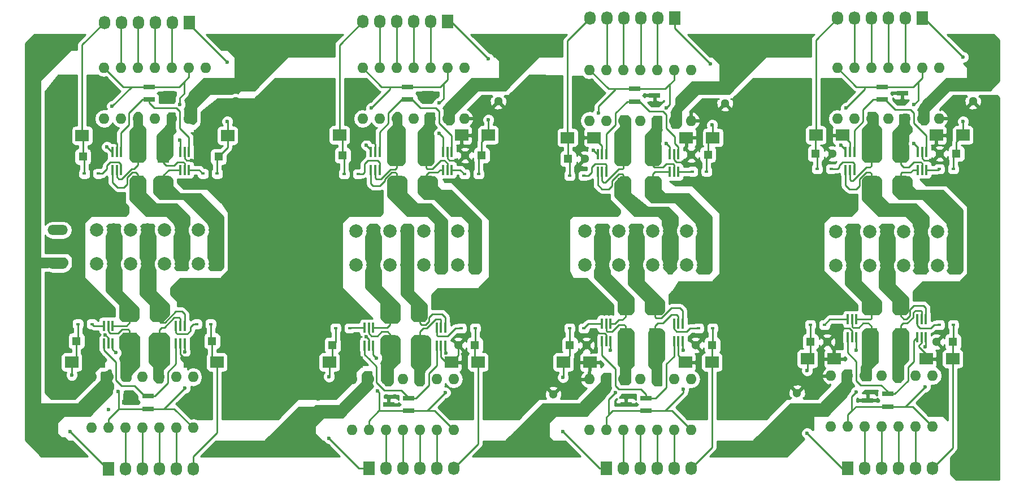
<source format=gtl>
G04 #@! TF.FileFunction,Copper,L1,Top,Signal*
%FSLAX46Y46*%
G04 Gerber Fmt 4.6, Leading zero omitted, Abs format (unit mm)*
G04 Created by KiCad (PCBNEW 4.0.0-stable) date 3/20/2016 3:51:15 PM*
%MOMM*%
G01*
G04 APERTURE LIST*
%ADD10C,0.100000*%
%ADD11O,1.600000X1.600000*%
%ADD12R,1.300000X1.300000*%
%ADD13C,1.300000*%
%ADD14R,0.590000X0.450000*%
%ADD15R,1.700000X2.000000*%
%ADD16R,2.000000X1.700000*%
%ADD17R,1.800860X0.800100*%
%ADD18R,0.398780X1.501140*%
%ADD19R,1.727200X2.032000*%
%ADD20O,1.727200X2.032000*%
%ADD21C,2.000000*%
%ADD22O,3.014980X1.506220*%
%ADD23C,0.600000*%
%ADD24C,0.250000*%
%ADD25C,0.254000*%
G04 APERTURE END LIST*
D10*
D11*
X66357500Y-62547500D03*
X63817500Y-62547500D03*
X61277500Y-62547500D03*
X58737500Y-62547500D03*
X56197500Y-62547500D03*
X53657500Y-62547500D03*
X51117500Y-62547500D03*
X51117500Y-70167500D03*
X53657500Y-70167500D03*
X56197500Y-70167500D03*
X58737500Y-70167500D03*
X61277500Y-70167500D03*
X63817500Y-70167500D03*
X66357500Y-70167500D03*
D12*
X70802500Y-65087500D03*
D13*
X70802500Y-67587500D03*
D12*
X110172500Y-65087500D03*
D13*
X110172500Y-67587500D03*
D12*
X144145000Y-65405000D03*
D13*
X144145000Y-67905000D03*
D12*
X181292500Y-65087500D03*
D13*
X181292500Y-67587500D03*
D12*
X44132500Y-113982500D03*
D13*
X44132500Y-111482500D03*
D12*
X83185000Y-114300000D03*
D13*
X83185000Y-111800000D03*
D12*
X118427500Y-113982500D03*
D13*
X118427500Y-111482500D03*
D12*
X154940000Y-113792000D03*
D13*
X154940000Y-111292000D03*
D14*
X48157500Y-78422500D03*
X50267500Y-78422500D03*
X68047500Y-78422500D03*
X65937500Y-78422500D03*
X87083000Y-78486000D03*
X89193000Y-78486000D03*
X107227000Y-78486000D03*
X105117000Y-78486000D03*
X120865000Y-78740000D03*
X122975000Y-78740000D03*
X141390000Y-78105000D03*
X139280000Y-78105000D03*
X157949000Y-77724000D03*
X160059000Y-77724000D03*
X178347000Y-77724000D03*
X176237000Y-77724000D03*
X67095000Y-100965000D03*
X64985000Y-100965000D03*
X47205000Y-100965000D03*
X49315000Y-100965000D03*
X106719000Y-101600000D03*
X104609000Y-101600000D03*
X85813000Y-101600000D03*
X87923000Y-101600000D03*
X142279000Y-101600000D03*
X140169000Y-101600000D03*
X120865000Y-101600000D03*
X122975000Y-101600000D03*
X178347000Y-101092000D03*
X176237000Y-101092000D03*
X156933000Y-101092000D03*
X159043000Y-101092000D03*
D15*
X60007500Y-79787500D03*
X60007500Y-75787500D03*
X56197500Y-79787500D03*
X56197500Y-75787500D03*
D16*
X47847500Y-72707500D03*
X51847500Y-72707500D03*
X69627500Y-72707500D03*
X65627500Y-72707500D03*
D15*
X99377500Y-79787500D03*
X99377500Y-75787500D03*
X94932500Y-79787500D03*
X94932500Y-75787500D03*
D16*
X86392000Y-72644000D03*
X90392000Y-72644000D03*
X108680000Y-72644000D03*
X104680000Y-72644000D03*
D15*
X133350000Y-80105000D03*
X133350000Y-76105000D03*
X128905000Y-80105000D03*
X128905000Y-76105000D03*
D16*
X120555000Y-73025000D03*
X124555000Y-73025000D03*
X142335000Y-73025000D03*
X138335000Y-73025000D03*
D15*
X170497500Y-79787500D03*
X170497500Y-75787500D03*
X166052500Y-79787500D03*
X166052500Y-75787500D03*
D16*
X157766000Y-72644000D03*
X161766000Y-72644000D03*
X179800000Y-72644000D03*
X175800000Y-72644000D03*
D15*
X54927500Y-99282500D03*
X54927500Y-103282500D03*
X59372500Y-99282500D03*
X59372500Y-103282500D03*
D16*
X68040000Y-106680000D03*
X64040000Y-106680000D03*
X46260000Y-106680000D03*
X50260000Y-106680000D03*
D15*
X93980000Y-99600000D03*
X93980000Y-103600000D03*
X98425000Y-99600000D03*
X98425000Y-103600000D03*
D16*
X107156000Y-106680000D03*
X103156000Y-106680000D03*
X84868000Y-106680000D03*
X88868000Y-106680000D03*
D15*
X129222500Y-98647500D03*
X129222500Y-102647500D03*
X133667500Y-98647500D03*
X133667500Y-102647500D03*
D16*
X142208000Y-106680000D03*
X138208000Y-106680000D03*
X119920000Y-106680000D03*
X123920000Y-106680000D03*
D15*
X166052500Y-98647500D03*
X166052500Y-102647500D03*
X170497500Y-98647500D03*
X170497500Y-102647500D03*
D16*
X178276000Y-106172000D03*
X174276000Y-106172000D03*
X156496000Y-106172000D03*
X160496000Y-106172000D03*
D17*
X57871360Y-65407500D03*
X57871360Y-67307500D03*
X60873640Y-66357500D03*
D18*
X53672740Y-75186540D03*
X53022500Y-75186540D03*
X52372260Y-75186540D03*
X52372260Y-77848460D03*
X53022500Y-77848460D03*
X53672740Y-77848460D03*
X63832740Y-75186540D03*
X63182500Y-75186540D03*
X62532260Y-75186540D03*
X62532260Y-77848460D03*
X63182500Y-77848460D03*
X63832740Y-77848460D03*
D17*
X96606360Y-65407500D03*
X96606360Y-67307500D03*
X99608640Y-66357500D03*
D18*
X92407740Y-75186540D03*
X91757500Y-75186540D03*
X91107260Y-75186540D03*
X91107260Y-77848460D03*
X91757500Y-77848460D03*
X92407740Y-77848460D03*
X103202740Y-75186540D03*
X102552500Y-75186540D03*
X101902260Y-75186540D03*
X101902260Y-77848460D03*
X102552500Y-77848460D03*
X103202740Y-77848460D03*
D17*
X130578860Y-65725000D03*
X130578860Y-67625000D03*
X133581140Y-66675000D03*
D18*
X126380240Y-75504040D03*
X125730000Y-75504040D03*
X125079760Y-75504040D03*
X125079760Y-78165960D03*
X125730000Y-78165960D03*
X126380240Y-78165960D03*
X137175240Y-75504040D03*
X136525000Y-75504040D03*
X135874760Y-75504040D03*
X135874760Y-78165960D03*
X136525000Y-78165960D03*
X137175240Y-78165960D03*
D17*
X167726360Y-65407500D03*
X167726360Y-67307500D03*
X170728640Y-66357500D03*
D18*
X163527740Y-75186540D03*
X162877500Y-75186540D03*
X162227260Y-75186540D03*
X162227260Y-77848460D03*
X162877500Y-77848460D03*
X163527740Y-77848460D03*
X174322740Y-75186540D03*
X173672500Y-75186540D03*
X173022260Y-75186540D03*
X173022260Y-77848460D03*
X173672500Y-77848460D03*
X174322740Y-77848460D03*
D17*
X57698640Y-113662500D03*
X57698640Y-111762500D03*
X54696360Y-112712500D03*
D18*
X61897260Y-103883460D03*
X62547500Y-103883460D03*
X63197740Y-103883460D03*
X63197740Y-101221540D03*
X62547500Y-101221540D03*
X61897260Y-101221540D03*
X51102260Y-103883460D03*
X51752500Y-103883460D03*
X52402740Y-103883460D03*
X52402740Y-101221540D03*
X51752500Y-101221540D03*
X51102260Y-101221540D03*
D17*
X96751140Y-113980000D03*
X96751140Y-112080000D03*
X93748860Y-113030000D03*
D18*
X100949760Y-104200960D03*
X101600000Y-104200960D03*
X102250240Y-104200960D03*
X102250240Y-101539040D03*
X101600000Y-101539040D03*
X100949760Y-101539040D03*
X90154760Y-104200960D03*
X90805000Y-104200960D03*
X91455240Y-104200960D03*
X91455240Y-101539040D03*
X90805000Y-101539040D03*
X90154760Y-101539040D03*
D17*
X132311140Y-113980000D03*
X132311140Y-112080000D03*
X129308860Y-113030000D03*
D18*
X136509760Y-103565960D03*
X137160000Y-103565960D03*
X137810240Y-103565960D03*
X137810240Y-100904040D03*
X137160000Y-100904040D03*
X136509760Y-100904040D03*
X125714760Y-103565960D03*
X126365000Y-103565960D03*
X127015240Y-103565960D03*
X127015240Y-100904040D03*
X126365000Y-100904040D03*
X125714760Y-100904040D03*
D17*
X168506140Y-113345000D03*
X168506140Y-111445000D03*
X165503860Y-112395000D03*
D18*
X172958760Y-102930960D03*
X173609000Y-102930960D03*
X174259240Y-102930960D03*
X174259240Y-100269040D03*
X173609000Y-100269040D03*
X172958760Y-100269040D03*
X162544760Y-102930960D03*
X163195000Y-102930960D03*
X163845240Y-102930960D03*
X163845240Y-100269040D03*
X163195000Y-100269040D03*
X162544760Y-100269040D03*
D11*
X160020000Y-116332000D03*
X162560000Y-116332000D03*
X165100000Y-116332000D03*
X167640000Y-116332000D03*
X170180000Y-116332000D03*
X172720000Y-116332000D03*
X175260000Y-116332000D03*
X175260000Y-108712000D03*
X172720000Y-108712000D03*
X170180000Y-108712000D03*
X167640000Y-108712000D03*
X165100000Y-108712000D03*
X162560000Y-108712000D03*
X160020000Y-108712000D03*
X123825000Y-116840000D03*
X126365000Y-116840000D03*
X128905000Y-116840000D03*
X131445000Y-116840000D03*
X133985000Y-116840000D03*
X136525000Y-116840000D03*
X139065000Y-116840000D03*
X139065000Y-109220000D03*
X136525000Y-109220000D03*
X133985000Y-109220000D03*
X131445000Y-109220000D03*
X128905000Y-109220000D03*
X126365000Y-109220000D03*
X123825000Y-109220000D03*
X88265000Y-116840000D03*
X90805000Y-116840000D03*
X93345000Y-116840000D03*
X95885000Y-116840000D03*
X98425000Y-116840000D03*
X100965000Y-116840000D03*
X103505000Y-116840000D03*
X103505000Y-109220000D03*
X100965000Y-109220000D03*
X98425000Y-109220000D03*
X95885000Y-109220000D03*
X93345000Y-109220000D03*
X90805000Y-109220000D03*
X88265000Y-109220000D03*
X49212500Y-116522500D03*
X51752500Y-116522500D03*
X54292500Y-116522500D03*
X56832500Y-116522500D03*
X59372500Y-116522500D03*
X61912500Y-116522500D03*
X64452500Y-116522500D03*
X64452500Y-108902500D03*
X61912500Y-108902500D03*
X59372500Y-108902500D03*
X56832500Y-108902500D03*
X54292500Y-108902500D03*
X51752500Y-108902500D03*
X49212500Y-108902500D03*
X176212500Y-62547500D03*
X173672500Y-62547500D03*
X171132500Y-62547500D03*
X168592500Y-62547500D03*
X166052500Y-62547500D03*
X163512500Y-62547500D03*
X160972500Y-62547500D03*
X160972500Y-70167500D03*
X163512500Y-70167500D03*
X166052500Y-70167500D03*
X168592500Y-70167500D03*
X171132500Y-70167500D03*
X173672500Y-70167500D03*
X176212500Y-70167500D03*
X139065000Y-62865000D03*
X136525000Y-62865000D03*
X133985000Y-62865000D03*
X131445000Y-62865000D03*
X128905000Y-62865000D03*
X126365000Y-62865000D03*
X123825000Y-62865000D03*
X123825000Y-70485000D03*
X126365000Y-70485000D03*
X128905000Y-70485000D03*
X131445000Y-70485000D03*
X133985000Y-70485000D03*
X136525000Y-70485000D03*
X139065000Y-70485000D03*
X105092500Y-62547500D03*
X102552500Y-62547500D03*
X100012500Y-62547500D03*
X97472500Y-62547500D03*
X94932500Y-62547500D03*
X92392500Y-62547500D03*
X89852500Y-62547500D03*
X89852500Y-70167500D03*
X92392500Y-70167500D03*
X94932500Y-70167500D03*
X97472500Y-70167500D03*
X100012500Y-70167500D03*
X102552500Y-70167500D03*
X105092500Y-70167500D03*
D12*
X47942500Y-75882500D03*
D13*
X50442500Y-75882500D03*
D12*
X68262500Y-75882500D03*
D13*
X65762500Y-75882500D03*
D12*
X86868000Y-75692000D03*
D13*
X89368000Y-75692000D03*
D12*
X107696000Y-75692000D03*
D13*
X105196000Y-75692000D03*
D12*
X120650000Y-76200000D03*
D13*
X123150000Y-76200000D03*
D12*
X141605000Y-75565000D03*
D13*
X139105000Y-75565000D03*
D12*
X157734000Y-75438000D03*
D13*
X160234000Y-75438000D03*
D12*
X178816000Y-75438000D03*
D13*
X176316000Y-75438000D03*
D12*
X67310000Y-103505000D03*
D13*
X64810000Y-103505000D03*
D12*
X46990000Y-103505000D03*
D13*
X49490000Y-103505000D03*
D12*
X106680000Y-104140000D03*
D13*
X104180000Y-104140000D03*
D12*
X85344000Y-104140000D03*
D13*
X87844000Y-104140000D03*
D12*
X142240000Y-104140000D03*
D13*
X139740000Y-104140000D03*
D12*
X120904000Y-104140000D03*
D13*
X123404000Y-104140000D03*
D12*
X178308000Y-103632000D03*
D13*
X175808000Y-103632000D03*
D12*
X156972000Y-103632000D03*
D13*
X159472000Y-103632000D03*
D19*
X63881000Y-55753000D03*
D20*
X61341000Y-55753000D03*
X58801000Y-55753000D03*
X56261000Y-55753000D03*
X53721000Y-55753000D03*
X51181000Y-55753000D03*
D19*
X102616000Y-55626000D03*
D20*
X100076000Y-55626000D03*
X97536000Y-55626000D03*
X94996000Y-55626000D03*
X92456000Y-55626000D03*
X89916000Y-55626000D03*
D19*
X136652000Y-55118000D03*
D20*
X134112000Y-55118000D03*
X131572000Y-55118000D03*
X129032000Y-55118000D03*
X126492000Y-55118000D03*
X123952000Y-55118000D03*
D19*
X173736000Y-55118000D03*
D20*
X171196000Y-55118000D03*
X168656000Y-55118000D03*
X166116000Y-55118000D03*
X163576000Y-55118000D03*
X161036000Y-55118000D03*
D19*
X51765200Y-122682000D03*
D20*
X54305200Y-122682000D03*
X56845200Y-122682000D03*
X59385200Y-122682000D03*
X61925200Y-122682000D03*
X64465200Y-122682000D03*
D19*
X90805000Y-122555000D03*
D20*
X93345000Y-122555000D03*
X95885000Y-122555000D03*
X98425000Y-122555000D03*
X100965000Y-122555000D03*
X103505000Y-122555000D03*
D19*
X126365000Y-122555000D03*
D20*
X128905000Y-122555000D03*
X131445000Y-122555000D03*
X133985000Y-122555000D03*
X136525000Y-122555000D03*
X139065000Y-122555000D03*
D19*
X162560000Y-122555000D03*
D20*
X165100000Y-122555000D03*
X167640000Y-122555000D03*
X170180000Y-122555000D03*
X172720000Y-122555000D03*
X175260000Y-122555000D03*
D21*
X178562000Y-87122000D03*
X176022000Y-87122000D03*
X173482000Y-87122000D03*
X170942000Y-87122000D03*
X168402000Y-87122000D03*
X165862000Y-87122000D03*
X163322000Y-87122000D03*
X160782000Y-87122000D03*
X160782000Y-87122000D03*
X163322000Y-87122000D03*
X165862000Y-87122000D03*
X168402000Y-87122000D03*
X170942000Y-87122000D03*
X173482000Y-87122000D03*
X176022000Y-87122000D03*
X178562000Y-87122000D03*
X178562000Y-92202000D03*
X176022000Y-92202000D03*
X173482000Y-92202000D03*
X170942000Y-92202000D03*
X168402000Y-92202000D03*
X165862000Y-92202000D03*
X163322000Y-92202000D03*
X160782000Y-92202000D03*
X160782000Y-92202000D03*
X163322000Y-92202000D03*
X165862000Y-92202000D03*
X168402000Y-92202000D03*
X170942000Y-92202000D03*
X173482000Y-92202000D03*
X176022000Y-92202000D03*
X178562000Y-92202000D03*
X140970000Y-86995000D03*
X138430000Y-86995000D03*
X135890000Y-86995000D03*
X133350000Y-86995000D03*
X130810000Y-86995000D03*
X128270000Y-86995000D03*
X125730000Y-86995000D03*
X123190000Y-86995000D03*
X123190000Y-86995000D03*
X125730000Y-86995000D03*
X128270000Y-86995000D03*
X130810000Y-86995000D03*
X133350000Y-86995000D03*
X135890000Y-86995000D03*
X138430000Y-86995000D03*
X140970000Y-86995000D03*
X140970000Y-92075000D03*
X138430000Y-92075000D03*
X135890000Y-92075000D03*
X133350000Y-92075000D03*
X130810000Y-92075000D03*
X128270000Y-92075000D03*
X125730000Y-92075000D03*
X123190000Y-92075000D03*
X123190000Y-92075000D03*
X125730000Y-92075000D03*
X128270000Y-92075000D03*
X130810000Y-92075000D03*
X133350000Y-92075000D03*
X135890000Y-92075000D03*
X138430000Y-92075000D03*
X140970000Y-92075000D03*
X106680000Y-86995000D03*
X104140000Y-86995000D03*
X101600000Y-86995000D03*
X99060000Y-86995000D03*
X96520000Y-86995000D03*
X93980000Y-86995000D03*
X91440000Y-86995000D03*
X88900000Y-86995000D03*
X88900000Y-86995000D03*
X91440000Y-86995000D03*
X93980000Y-86995000D03*
X96520000Y-86995000D03*
X99060000Y-86995000D03*
X101600000Y-86995000D03*
X104140000Y-86995000D03*
X106680000Y-86995000D03*
X106680000Y-92075000D03*
X104140000Y-92075000D03*
X101600000Y-92075000D03*
X99060000Y-92075000D03*
X96520000Y-92075000D03*
X93980000Y-92075000D03*
X91440000Y-92075000D03*
X88900000Y-92075000D03*
X88900000Y-92075000D03*
X91440000Y-92075000D03*
X93980000Y-92075000D03*
X96520000Y-92075000D03*
X99060000Y-92075000D03*
X101600000Y-92075000D03*
X104140000Y-92075000D03*
X106680000Y-92075000D03*
X67818000Y-86868000D03*
X65278000Y-86868000D03*
X62738000Y-86868000D03*
X60198000Y-86868000D03*
X57658000Y-86868000D03*
X55118000Y-86868000D03*
X52578000Y-86868000D03*
X50038000Y-86868000D03*
X50038000Y-86868000D03*
X52578000Y-86868000D03*
X55118000Y-86868000D03*
X57658000Y-86868000D03*
X60198000Y-86868000D03*
X62738000Y-86868000D03*
X65278000Y-86868000D03*
X67818000Y-86868000D03*
X67818000Y-91948000D03*
X65278000Y-91948000D03*
X62738000Y-91948000D03*
X60198000Y-91948000D03*
X57658000Y-91948000D03*
X55118000Y-91948000D03*
X52578000Y-91948000D03*
X50038000Y-91948000D03*
X50038000Y-91948000D03*
X52578000Y-91948000D03*
X55118000Y-91948000D03*
X57658000Y-91948000D03*
X60198000Y-91948000D03*
X62738000Y-91948000D03*
X65278000Y-91948000D03*
X67818000Y-91948000D03*
D22*
X44196000Y-91948000D03*
X44196000Y-89408000D03*
X44196000Y-86868000D03*
D23*
X141732000Y-59436000D03*
X147828000Y-59436000D03*
X156718000Y-59436000D03*
X156718000Y-58166000D03*
X149352000Y-58166000D03*
X140716000Y-58166000D03*
X109474000Y-59436000D03*
X113538000Y-59436000D03*
X119126000Y-59436000D03*
X119126000Y-58166000D03*
X107950000Y-58420000D03*
X73152000Y-61468000D03*
X76708000Y-61214000D03*
X84582000Y-60198000D03*
X84582000Y-58420000D03*
X77216000Y-58420000D03*
X68326000Y-58166000D03*
X40132000Y-86868000D03*
X40132000Y-89408000D03*
X39878000Y-64008000D03*
X39878000Y-59690000D03*
X41656000Y-58420000D03*
X45466000Y-58420000D03*
X45466000Y-59944000D03*
X41402000Y-63500000D03*
X107442000Y-120396000D03*
X114554000Y-120396000D03*
X121158000Y-120396000D03*
X152654000Y-120396000D03*
X148082000Y-120396000D03*
X143002000Y-120396000D03*
X67564000Y-119380000D03*
X70104000Y-119380000D03*
X75184000Y-119380000D03*
X81280000Y-119380000D03*
X84836000Y-120396000D03*
X78740000Y-120396000D03*
X72644000Y-120396000D03*
X66548000Y-120396000D03*
X72644000Y-65024000D03*
X74168000Y-63500000D03*
X71120000Y-63500000D03*
X110744000Y-61976000D03*
X112268000Y-61976000D03*
X114300000Y-61976000D03*
X148336000Y-61976000D03*
X146304000Y-61976000D03*
X144272000Y-61976000D03*
X181356000Y-60452000D03*
X178816000Y-57912000D03*
X183896000Y-57912000D03*
X184912000Y-58928000D03*
X184912000Y-60452000D03*
X183896000Y-65024000D03*
X154940000Y-117348000D03*
X152908000Y-117348000D03*
X150368000Y-117348000D03*
X117348000Y-117348000D03*
X115316000Y-117348000D03*
X112776000Y-117348000D03*
X116840000Y-113792000D03*
X81788000Y-117348000D03*
X79756000Y-117348000D03*
X77724000Y-117348000D03*
X80772000Y-114300000D03*
X45212000Y-113792000D03*
X42672000Y-113792000D03*
X40132000Y-92456000D03*
X43688000Y-117856000D03*
X42672000Y-116332000D03*
X41148000Y-115316000D03*
X46736000Y-119380000D03*
X47752000Y-120396000D03*
X41656000Y-119888000D03*
X40640000Y-118872000D03*
X39624000Y-117856000D03*
X40132000Y-91440000D03*
X40132000Y-91948000D03*
X46990000Y-98044000D03*
X50038000Y-98298000D03*
X44450000Y-65786000D03*
X46228000Y-67056000D03*
X44958000Y-72390000D03*
X46482000Y-80010000D03*
X50546000Y-81788000D03*
X46990000Y-84836000D03*
X46990000Y-89408000D03*
X46990000Y-93472000D03*
X44450000Y-100838000D03*
X44196000Y-108204000D03*
X181356000Y-114300000D03*
X182372000Y-104140000D03*
X182626000Y-91948000D03*
X183134000Y-80264000D03*
X183134000Y-70358000D03*
X82550000Y-104140000D03*
X85344000Y-98044000D03*
X85344000Y-90170000D03*
X84328000Y-82042000D03*
X83820000Y-73152000D03*
X83566000Y-66040000D03*
X77978000Y-65786000D03*
X72644000Y-69596000D03*
X71628000Y-74930000D03*
X71120000Y-80518000D03*
X70866000Y-88646000D03*
X70612000Y-94996000D03*
X70866000Y-103886000D03*
X70866000Y-113792000D03*
X76200000Y-113792000D03*
X78740000Y-111252000D03*
X117348000Y-104648000D03*
X119380000Y-99822000D03*
X120142000Y-93472000D03*
X119634000Y-87376000D03*
X118364000Y-81534000D03*
X118110000Y-76200000D03*
X119126000Y-71120000D03*
X118618000Y-65532000D03*
X115824000Y-65278000D03*
X113030000Y-67818000D03*
X110744000Y-73406000D03*
X109474000Y-80010000D03*
X109728000Y-88392000D03*
X109474000Y-96266000D03*
X109220000Y-103632000D03*
X108204000Y-114046000D03*
X112268000Y-114300000D03*
X114554000Y-111252000D03*
X144526000Y-107696000D03*
X144526000Y-101854000D03*
X142240000Y-98044000D03*
X144018000Y-95250000D03*
X143764000Y-88900000D03*
X143764000Y-80772000D03*
X144780000Y-74422000D03*
X146304000Y-68834000D03*
X149352000Y-64770000D03*
X155702000Y-65024000D03*
X155702000Y-68580000D03*
X155448000Y-77216000D03*
X157988000Y-85344000D03*
X157988000Y-93472000D03*
X154178000Y-100838000D03*
X154178000Y-108966000D03*
X150368000Y-113284000D03*
X144272000Y-113284000D03*
X176276000Y-106172000D03*
X173228000Y-112776000D03*
X177038000Y-112268000D03*
X121666000Y-109220000D03*
X162560000Y-66294000D03*
X159512000Y-66802000D03*
X159766000Y-72644000D03*
X124968000Y-66294000D03*
X122428000Y-66548000D03*
X122682000Y-72898000D03*
X137922000Y-76708000D03*
X91694000Y-66294000D03*
X88138000Y-66548000D03*
X88392000Y-72644000D03*
X103886000Y-76454000D03*
X67564000Y-72644000D03*
X98806000Y-67564000D03*
X100076000Y-67564000D03*
X133096000Y-67818000D03*
X134112000Y-67818000D03*
X170180000Y-67564000D03*
X171196000Y-67564000D03*
X175006000Y-76454000D03*
X50038000Y-72644000D03*
X52832000Y-66040000D03*
X49784000Y-66294000D03*
X64262000Y-76454000D03*
X60198000Y-67564000D03*
X61214000Y-67564000D03*
X161544000Y-101600000D03*
X166624000Y-111252000D03*
X165354000Y-111252000D03*
X139954000Y-106680000D03*
X137414000Y-113284000D03*
X140716000Y-113030000D03*
X130048000Y-111760000D03*
X129032000Y-111760000D03*
X124714000Y-102362000D03*
X105156000Y-106680000D03*
X101854000Y-113538000D03*
X105156000Y-113538000D03*
X94742000Y-111760000D03*
X93472000Y-111760000D03*
X90424000Y-102870000D03*
X51308000Y-102616000D03*
X51816000Y-113792000D03*
X66040000Y-106680000D03*
X62992000Y-112776000D03*
X66040000Y-112268000D03*
X48260000Y-106680000D03*
X55372000Y-111252000D03*
X54356000Y-111252000D03*
X69596000Y-61722000D03*
X69596000Y-70612000D03*
X108712000Y-61214000D03*
X108712000Y-70358000D03*
X141986000Y-61976000D03*
X142240000Y-71120000D03*
X179832000Y-60960000D03*
X179832000Y-70612000D03*
X46024800Y-117094000D03*
X46278800Y-108635800D03*
X84836000Y-108839000D03*
X84836000Y-118110000D03*
X119888000Y-117094000D03*
X119888000Y-108966000D03*
X156464000Y-117348000D03*
X156464000Y-107950000D03*
X172466000Y-73914000D03*
X172466000Y-68072000D03*
X161544000Y-74168000D03*
X162306000Y-68580000D03*
X135382000Y-73914000D03*
X135382000Y-68580000D03*
X124460000Y-74930000D03*
X125222000Y-69342000D03*
X101346000Y-72390000D03*
X101346000Y-67818000D03*
X90424000Y-74168000D03*
X91186000Y-68580000D03*
X62484000Y-73406000D03*
X62484000Y-68072000D03*
X51562000Y-74422000D03*
X52324000Y-68326000D03*
X163830000Y-104902000D03*
X163830000Y-111125000D03*
X174117000Y-104394000D03*
X174117000Y-110363000D03*
X127000000Y-104902000D03*
X127762000Y-111252000D03*
X137922000Y-104902000D03*
X137922000Y-110744000D03*
X91948000Y-106045000D03*
X92075000Y-110998000D03*
X102362000Y-105283000D03*
X102235000Y-111252000D03*
X63220600Y-105181400D03*
X63246000Y-110540800D03*
X52882800Y-105257600D03*
X53238400Y-111074200D03*
D24*
X147828000Y-59436000D02*
X141732000Y-59436000D01*
X156718000Y-58166000D02*
X156718000Y-59436000D01*
X140716000Y-58166000D02*
X149352000Y-58166000D01*
X119126000Y-59436000D02*
X113538000Y-59436000D01*
X108204000Y-58166000D02*
X119126000Y-58166000D01*
X107950000Y-58420000D02*
X108204000Y-58166000D01*
X76454000Y-61468000D02*
X73152000Y-61468000D01*
X76708000Y-61214000D02*
X76454000Y-61468000D01*
X84582000Y-58420000D02*
X84582000Y-60198000D01*
X68580000Y-58420000D02*
X77216000Y-58420000D01*
X68326000Y-58166000D02*
X68580000Y-58420000D01*
X40132000Y-86868000D02*
X40132000Y-64770000D01*
X40132000Y-89408000D02*
X40132000Y-86868000D01*
X40386000Y-59690000D02*
X39878000Y-59690000D01*
X41656000Y-58420000D02*
X40386000Y-59690000D01*
X45466000Y-59944000D02*
X45466000Y-58420000D01*
X40132000Y-64770000D02*
X41402000Y-63500000D01*
X107442000Y-120396000D02*
X114554000Y-120396000D01*
X143002000Y-120396000D02*
X148082000Y-120396000D01*
X70104000Y-119380000D02*
X67564000Y-119380000D01*
X81280000Y-119380000D02*
X75184000Y-119380000D01*
X78740000Y-120396000D02*
X84836000Y-120396000D01*
X66548000Y-120396000D02*
X72644000Y-120396000D01*
X72580500Y-65087500D02*
X70802500Y-65087500D01*
X72644000Y-65024000D02*
X72580500Y-65087500D01*
X71120000Y-63500000D02*
X74168000Y-63500000D01*
X110172500Y-65087500D02*
X111188500Y-65087500D01*
X112268000Y-61976000D02*
X110744000Y-61976000D01*
X111188500Y-65087500D02*
X114300000Y-61976000D01*
X144145000Y-65405000D02*
X144145000Y-62103000D01*
X146304000Y-61976000D02*
X148336000Y-61976000D01*
X144145000Y-62103000D02*
X144272000Y-61976000D01*
X181292500Y-65087500D02*
X183832500Y-65087500D01*
X181292500Y-60515500D02*
X181292500Y-65087500D01*
X181356000Y-60452000D02*
X181292500Y-60515500D01*
X183896000Y-57912000D02*
X178816000Y-57912000D01*
X184912000Y-60452000D02*
X184912000Y-58928000D01*
X183832500Y-65087500D02*
X183896000Y-65024000D01*
X154940000Y-117348000D02*
X154940000Y-113792000D01*
X150368000Y-117348000D02*
X152908000Y-117348000D01*
X118427500Y-113982500D02*
X117030500Y-113982500D01*
X117348000Y-114808000D02*
X118173500Y-113982500D01*
X117348000Y-117348000D02*
X117348000Y-114808000D01*
X112776000Y-117348000D02*
X115316000Y-117348000D01*
X117030500Y-113982500D02*
X116840000Y-113792000D01*
X79756000Y-117348000D02*
X81788000Y-117348000D01*
X80772000Y-114300000D02*
X77724000Y-117348000D01*
X44132500Y-113982500D02*
X42862500Y-113982500D01*
X42862500Y-113982500D02*
X42672000Y-113792000D01*
X40132000Y-92456000D02*
X40132000Y-117348000D01*
X42672000Y-92456000D02*
X40132000Y-92456000D01*
X42164000Y-116332000D02*
X42672000Y-116332000D01*
X41148000Y-115316000D02*
X42164000Y-116332000D01*
X47752000Y-120396000D02*
X46736000Y-119380000D01*
X40640000Y-118872000D02*
X41656000Y-119888000D01*
X40132000Y-117348000D02*
X39624000Y-117856000D01*
X44196000Y-91948000D02*
X43180000Y-91948000D01*
X43180000Y-91948000D02*
X42672000Y-91440000D01*
X42672000Y-91440000D02*
X42164000Y-91948000D01*
X42164000Y-91948000D02*
X41656000Y-91440000D01*
X41656000Y-91440000D02*
X41656000Y-92456000D01*
X41656000Y-92456000D02*
X42164000Y-91948000D01*
X42164000Y-91948000D02*
X42672000Y-92456000D01*
X43180000Y-91948000D02*
X42672000Y-92456000D01*
X44196000Y-91948000D02*
X43688000Y-91948000D01*
X43688000Y-91948000D02*
X43180000Y-91440000D01*
X43180000Y-91440000D02*
X40132000Y-91440000D01*
X44196000Y-91948000D02*
X40132000Y-91948000D01*
X44132500Y-111482500D02*
X44132500Y-108267500D01*
X46228000Y-71120000D02*
X46228000Y-67056000D01*
X44958000Y-72390000D02*
X46228000Y-71120000D01*
X48768000Y-80010000D02*
X46482000Y-80010000D01*
X50546000Y-81788000D02*
X48768000Y-80010000D01*
X46990000Y-89408000D02*
X46990000Y-84836000D01*
X46990000Y-98298000D02*
X46990000Y-98044000D01*
X46990000Y-98044000D02*
X46990000Y-93472000D01*
X44450000Y-100838000D02*
X46990000Y-98298000D01*
X44132500Y-108267500D02*
X44196000Y-108204000D01*
X182372000Y-92202000D02*
X182372000Y-104140000D01*
X182626000Y-91948000D02*
X182372000Y-92202000D01*
X183134000Y-70358000D02*
X183134000Y-80264000D01*
X82550000Y-100838000D02*
X82550000Y-104140000D01*
X85344000Y-98044000D02*
X82550000Y-100838000D01*
X85344000Y-83058000D02*
X85344000Y-90170000D01*
X84328000Y-82042000D02*
X85344000Y-83058000D01*
X83820000Y-66294000D02*
X83820000Y-73152000D01*
X83566000Y-66040000D02*
X83820000Y-66294000D01*
X76454000Y-65786000D02*
X77978000Y-65786000D01*
X72644000Y-69596000D02*
X76454000Y-65786000D01*
X71628000Y-80010000D02*
X71628000Y-74930000D01*
X71120000Y-80518000D02*
X71628000Y-80010000D01*
X70866000Y-94742000D02*
X70866000Y-88646000D01*
X70612000Y-94996000D02*
X70866000Y-94742000D01*
X70866000Y-113792000D02*
X70866000Y-103886000D01*
X78740000Y-111252000D02*
X76200000Y-113792000D01*
X117348000Y-101854000D02*
X117348000Y-104648000D01*
X119380000Y-99822000D02*
X117348000Y-101854000D01*
X120142000Y-87884000D02*
X120142000Y-93472000D01*
X119634000Y-87376000D02*
X120142000Y-87884000D01*
X118364000Y-76454000D02*
X118364000Y-81534000D01*
X118110000Y-76200000D02*
X118364000Y-76454000D01*
X119126000Y-66040000D02*
X119126000Y-71120000D01*
X118618000Y-65532000D02*
X119126000Y-66040000D01*
X115570000Y-65278000D02*
X115824000Y-65278000D01*
X113030000Y-67818000D02*
X115570000Y-65278000D01*
X110744000Y-78740000D02*
X110744000Y-73406000D01*
X109474000Y-80010000D02*
X110744000Y-78740000D01*
X109728000Y-96012000D02*
X109728000Y-88392000D01*
X109474000Y-96266000D02*
X109728000Y-96012000D01*
X109220000Y-113030000D02*
X109220000Y-103632000D01*
X108204000Y-114046000D02*
X109220000Y-113030000D01*
X112268000Y-113538000D02*
X112268000Y-114300000D01*
X114554000Y-111252000D02*
X112268000Y-113538000D01*
X144526000Y-101854000D02*
X144526000Y-107696000D01*
X142240000Y-97028000D02*
X142240000Y-98044000D01*
X144018000Y-95250000D02*
X142240000Y-97028000D01*
X143764000Y-80772000D02*
X143764000Y-88900000D01*
X144780000Y-70358000D02*
X144780000Y-74422000D01*
X146304000Y-68834000D02*
X144780000Y-70358000D01*
X155448000Y-64770000D02*
X149352000Y-64770000D01*
X155702000Y-65024000D02*
X155448000Y-64770000D01*
X155702000Y-76962000D02*
X155702000Y-68580000D01*
X155448000Y-77216000D02*
X155702000Y-76962000D01*
X157988000Y-93472000D02*
X157988000Y-85344000D01*
X154178000Y-108966000D02*
X154178000Y-100838000D01*
X144272000Y-113284000D02*
X150368000Y-113284000D01*
X174276000Y-106172000D02*
X176276000Y-106172000D01*
X176530000Y-112776000D02*
X173228000Y-112776000D01*
X177038000Y-112268000D02*
X176530000Y-112776000D01*
X161766000Y-72644000D02*
X159766000Y-72644000D01*
X160020000Y-66294000D02*
X162560000Y-66294000D01*
X159512000Y-66802000D02*
X160020000Y-66294000D01*
X124555000Y-73025000D02*
X122809000Y-73025000D01*
X122682000Y-66294000D02*
X124968000Y-66294000D01*
X122428000Y-66548000D02*
X122682000Y-66294000D01*
X122809000Y-73025000D02*
X122682000Y-72898000D01*
X136525000Y-75504040D02*
X136525000Y-76327000D01*
X136906000Y-76708000D02*
X137922000Y-76708000D01*
X136525000Y-76327000D02*
X136906000Y-76708000D01*
X90392000Y-72644000D02*
X88392000Y-72644000D01*
X88392000Y-66294000D02*
X91694000Y-66294000D01*
X88138000Y-66548000D02*
X88392000Y-66294000D01*
X102552500Y-75186540D02*
X102552500Y-76136500D01*
X102870000Y-76454000D02*
X103886000Y-76454000D01*
X102552500Y-76136500D02*
X102870000Y-76454000D01*
X65627500Y-72707500D02*
X65627500Y-70897500D01*
X65627500Y-70897500D02*
X66357500Y-70167500D01*
X66357500Y-70167500D02*
X67881500Y-70167500D01*
X67564000Y-70485000D02*
X67564000Y-72644000D01*
X67881500Y-70167500D02*
X67564000Y-70485000D01*
X99608640Y-66357500D02*
X99608640Y-67096640D01*
X99608640Y-67096640D02*
X100076000Y-67564000D01*
X133581140Y-67287140D02*
X134112000Y-67818000D01*
X133581140Y-67287140D02*
X133581140Y-66675000D01*
X170728640Y-66357500D02*
X170728640Y-67096640D01*
X170728640Y-67096640D02*
X171196000Y-67564000D01*
X173672500Y-75186540D02*
X173672500Y-76136500D01*
X173990000Y-76454000D02*
X175006000Y-76454000D01*
X173672500Y-76136500D02*
X173990000Y-76454000D01*
X162877500Y-75186540D02*
X162877500Y-73755500D01*
X162877500Y-73755500D02*
X161766000Y-72644000D01*
X125730000Y-75504040D02*
X125730000Y-74200000D01*
X125730000Y-74200000D02*
X124555000Y-73025000D01*
X91757500Y-75186540D02*
X91757500Y-74009500D01*
X91757500Y-74009500D02*
X90392000Y-72644000D01*
X53022500Y-75186540D02*
X53022500Y-73882500D01*
X53022500Y-73882500D02*
X51847500Y-72707500D01*
X50101500Y-72707500D02*
X50038000Y-72644000D01*
X51847500Y-72707500D02*
X50101500Y-72707500D01*
X50038000Y-66040000D02*
X52832000Y-66040000D01*
X49784000Y-66294000D02*
X50038000Y-66040000D01*
X63182500Y-75186540D02*
X63182500Y-76136500D01*
X63500000Y-76454000D02*
X64262000Y-76454000D01*
X63182500Y-76136500D02*
X63500000Y-76454000D01*
X60873640Y-66357500D02*
X60873640Y-67223640D01*
X60873640Y-67223640D02*
X61214000Y-67564000D01*
X163195000Y-102930960D02*
X163195000Y-101982398D01*
X162812602Y-101600000D02*
X161544000Y-101600000D01*
X163195000Y-101982398D02*
X162812602Y-101600000D01*
X165503860Y-112395000D02*
X165503860Y-111401860D01*
X165503860Y-111401860D02*
X165354000Y-111252000D01*
X174276000Y-106172000D02*
X174276000Y-105442000D01*
X174276000Y-105442000D02*
X173228000Y-104394000D01*
X173228000Y-104394000D02*
X173228000Y-104140000D01*
X173228000Y-104140000D02*
X173609000Y-103759000D01*
X173609000Y-103759000D02*
X173609000Y-102930960D01*
X138208000Y-106680000D02*
X138176000Y-106680000D01*
X138176000Y-106680000D02*
X137160000Y-105664000D01*
X137160000Y-105664000D02*
X137160000Y-103565960D01*
X138208000Y-106680000D02*
X139954000Y-106680000D01*
X140462000Y-113284000D02*
X137414000Y-113284000D01*
X140716000Y-113030000D02*
X140462000Y-113284000D01*
X129308860Y-113030000D02*
X129308860Y-112036860D01*
X129308860Y-112036860D02*
X129032000Y-111760000D01*
X126365000Y-103565960D02*
X126365000Y-102617398D01*
X126109602Y-102362000D02*
X124714000Y-102362000D01*
X126365000Y-102617398D02*
X126109602Y-102362000D01*
X105156000Y-106680000D02*
X105156000Y-113538000D01*
X103156000Y-106680000D02*
X105156000Y-106680000D01*
X93748860Y-113030000D02*
X93748860Y-112036860D01*
X93748860Y-112036860D02*
X93472000Y-111760000D01*
X90805000Y-104200960D02*
X90805000Y-103251000D01*
X90805000Y-103251000D02*
X90424000Y-102870000D01*
X51752500Y-103883460D02*
X51752500Y-103060500D01*
X51752500Y-103060500D02*
X51308000Y-102616000D01*
X64040000Y-106680000D02*
X66040000Y-106680000D01*
X65532000Y-112776000D02*
X62992000Y-112776000D01*
X66040000Y-112268000D02*
X65532000Y-112776000D01*
X50260000Y-106680000D02*
X48260000Y-106680000D01*
X54696360Y-112712500D02*
X54696360Y-111592360D01*
X54696360Y-111592360D02*
X54356000Y-111252000D01*
X104180000Y-104140000D02*
X104180000Y-105656000D01*
X104180000Y-105656000D02*
X103156000Y-106680000D01*
X101600000Y-104200960D02*
X101600000Y-105918000D01*
X101600000Y-105918000D02*
X102362000Y-106680000D01*
X102362000Y-106680000D02*
X103156000Y-106680000D01*
X64810000Y-103505000D02*
X64810000Y-105910000D01*
X64810000Y-105910000D02*
X64040000Y-106680000D01*
X49212500Y-108902500D02*
X49212500Y-107727500D01*
X49212500Y-107727500D02*
X50260000Y-106680000D01*
X49490000Y-105910000D02*
X50260000Y-106680000D01*
X49490000Y-103505000D02*
X49504600Y-103505000D01*
X64040000Y-106680000D02*
X63754000Y-106680000D01*
X63754000Y-106680000D02*
X62547500Y-105473500D01*
X62547500Y-105473500D02*
X62547500Y-103883460D01*
X47847500Y-72707500D02*
X47847500Y-59086500D01*
X47847500Y-59086500D02*
X51181000Y-55753000D01*
X47942500Y-75882500D02*
X47942500Y-72802500D01*
X47942500Y-72802500D02*
X47847500Y-72707500D01*
X48157500Y-78422500D02*
X48157500Y-76097500D01*
X48157500Y-76097500D02*
X47942500Y-75882500D01*
X69627500Y-72707500D02*
X69627500Y-70643500D01*
X69596000Y-61722000D02*
X63881000Y-56007000D01*
X69627500Y-70643500D02*
X69596000Y-70612000D01*
X63881000Y-56007000D02*
X63881000Y-55753000D01*
X69627500Y-72707500D02*
X69627500Y-74517500D01*
X69627500Y-74517500D02*
X68262500Y-75882500D01*
X68047500Y-78422500D02*
X68047500Y-76097500D01*
X68047500Y-76097500D02*
X68262500Y-75882500D01*
X86392000Y-72644000D02*
X86392000Y-59150000D01*
X86392000Y-59150000D02*
X89916000Y-55626000D01*
X86868000Y-75692000D02*
X86868000Y-73120000D01*
X86868000Y-73120000D02*
X86392000Y-72644000D01*
X87083000Y-78486000D02*
X87083000Y-75907000D01*
X87083000Y-75907000D02*
X86868000Y-75692000D01*
X108680000Y-72644000D02*
X108680000Y-70390000D01*
X108712000Y-61214000D02*
X103124000Y-55626000D01*
X108680000Y-70390000D02*
X108712000Y-70358000D01*
X103124000Y-55626000D02*
X102616000Y-55626000D01*
X107696000Y-75692000D02*
X107696000Y-73628000D01*
X107696000Y-73628000D02*
X108680000Y-72644000D01*
X107227000Y-78486000D02*
X107227000Y-76161000D01*
X107227000Y-76161000D02*
X107696000Y-75692000D01*
X120555000Y-73025000D02*
X120555000Y-58515000D01*
X120555000Y-58515000D02*
X123952000Y-55118000D01*
X120650000Y-76200000D02*
X120650000Y-73120000D01*
X120650000Y-73120000D02*
X120555000Y-73025000D01*
X120865000Y-78740000D02*
X120865000Y-76415000D01*
X120865000Y-76415000D02*
X120650000Y-76200000D01*
X142335000Y-73025000D02*
X142335000Y-71215000D01*
X136652000Y-56642000D02*
X136652000Y-55118000D01*
X141986000Y-61976000D02*
X136652000Y-56642000D01*
X142335000Y-71215000D02*
X142240000Y-71120000D01*
X141605000Y-75565000D02*
X141605000Y-73755000D01*
X141605000Y-73755000D02*
X142335000Y-73025000D01*
X141390000Y-78105000D02*
X141390000Y-75780000D01*
X141390000Y-75780000D02*
X141605000Y-75565000D01*
X157766000Y-72644000D02*
X157766000Y-58388000D01*
X157766000Y-58388000D02*
X161036000Y-55118000D01*
X157734000Y-75438000D02*
X157734000Y-72676000D01*
X157734000Y-72676000D02*
X157766000Y-72644000D01*
X157949000Y-77724000D02*
X157949000Y-75653000D01*
X157949000Y-75653000D02*
X157734000Y-75438000D01*
X179800000Y-72644000D02*
X179800000Y-70644000D01*
X179832000Y-60960000D02*
X173990000Y-55118000D01*
X179800000Y-70644000D02*
X179832000Y-70612000D01*
X173990000Y-55118000D02*
X173736000Y-55118000D01*
X178816000Y-75438000D02*
X178816000Y-73628000D01*
X178816000Y-73628000D02*
X179800000Y-72644000D01*
X178347000Y-77724000D02*
X178347000Y-75907000D01*
X178347000Y-75907000D02*
X178816000Y-75438000D01*
X64465200Y-122682000D02*
X64465200Y-120802400D01*
X68040000Y-117227600D02*
X68040000Y-106680000D01*
X64465200Y-120802400D02*
X68040000Y-117227600D01*
X67310000Y-103505000D02*
X67310000Y-105950000D01*
X67310000Y-105950000D02*
X68040000Y-106680000D01*
X67095000Y-100965000D02*
X67095000Y-103290000D01*
X67095000Y-103290000D02*
X67310000Y-103505000D01*
X51765200Y-122682000D02*
X51612800Y-122682000D01*
X51612800Y-122682000D02*
X46024800Y-117094000D01*
X46278800Y-108635800D02*
X46260000Y-108617000D01*
X46260000Y-108617000D02*
X46260000Y-106680000D01*
X46990000Y-103505000D02*
X46990000Y-105950000D01*
X46990000Y-105950000D02*
X46260000Y-106680000D01*
X47205000Y-100965000D02*
X47205000Y-103290000D01*
X47205000Y-103290000D02*
X46990000Y-103505000D01*
X107156000Y-106680000D02*
X107156000Y-118904000D01*
X107156000Y-118904000D02*
X103505000Y-122555000D01*
X106680000Y-104140000D02*
X106680000Y-106204000D01*
X106680000Y-106204000D02*
X107156000Y-106680000D01*
X106719000Y-101600000D02*
X106719000Y-104101000D01*
X106719000Y-104101000D02*
X106680000Y-104140000D01*
X90805000Y-122555000D02*
X89281000Y-122555000D01*
X84868000Y-108807000D02*
X84868000Y-106680000D01*
X84836000Y-108839000D02*
X84868000Y-108807000D01*
X89281000Y-122555000D02*
X84836000Y-118110000D01*
X85344000Y-104140000D02*
X85344000Y-106204000D01*
X85344000Y-106204000D02*
X84868000Y-106680000D01*
X85813000Y-101600000D02*
X85813000Y-103671000D01*
X85813000Y-103671000D02*
X85344000Y-104140000D01*
X142208000Y-106680000D02*
X142208000Y-119412000D01*
X142208000Y-119412000D02*
X139065000Y-122555000D01*
X142240000Y-104140000D02*
X142240000Y-106648000D01*
X142240000Y-106648000D02*
X142208000Y-106680000D01*
X142279000Y-101600000D02*
X142279000Y-104101000D01*
X142279000Y-104101000D02*
X142240000Y-104140000D01*
X119920000Y-106680000D02*
X119920000Y-108934000D01*
X125349000Y-122555000D02*
X126365000Y-122555000D01*
X119888000Y-117094000D02*
X125349000Y-122555000D01*
X119920000Y-108934000D02*
X119888000Y-108966000D01*
X120904000Y-104140000D02*
X120904000Y-105696000D01*
X120904000Y-105696000D02*
X119920000Y-106680000D01*
X120865000Y-101600000D02*
X120865000Y-104101000D01*
X120865000Y-104101000D02*
X120904000Y-104140000D01*
X178276000Y-106172000D02*
X178276000Y-119539000D01*
X178276000Y-119539000D02*
X175260000Y-122555000D01*
X178308000Y-103632000D02*
X178308000Y-106140000D01*
X178308000Y-106140000D02*
X178276000Y-106172000D01*
X178347000Y-101092000D02*
X178347000Y-103593000D01*
X178347000Y-103593000D02*
X178308000Y-103632000D01*
X156496000Y-106172000D02*
X156496000Y-107918000D01*
X161671000Y-122555000D02*
X162560000Y-122555000D01*
X156464000Y-117348000D02*
X161671000Y-122555000D01*
X156496000Y-107918000D02*
X156464000Y-107950000D01*
X156972000Y-103632000D02*
X156972000Y-105696000D01*
X156972000Y-105696000D02*
X156496000Y-106172000D01*
X156933000Y-101092000D02*
X156933000Y-103593000D01*
X156933000Y-103593000D02*
X156972000Y-103632000D01*
X53672740Y-77848460D02*
X53672740Y-77040740D01*
X50863500Y-78422500D02*
X50267500Y-78422500D01*
X51562000Y-77724000D02*
X50863500Y-78422500D01*
X51562000Y-77216000D02*
X51562000Y-77724000D01*
X52070000Y-76708000D02*
X51562000Y-77216000D01*
X53340000Y-76708000D02*
X52070000Y-76708000D01*
X53672740Y-77040740D02*
X53340000Y-76708000D01*
X63832740Y-77848460D02*
X65363460Y-77848460D01*
X65363460Y-77848460D02*
X65937500Y-78422500D01*
X92407740Y-77848460D02*
X92407740Y-76756260D01*
X89916000Y-78486000D02*
X89193000Y-78486000D01*
X90170000Y-78232000D02*
X89916000Y-78486000D01*
X90170000Y-76962000D02*
X90170000Y-78232000D01*
X90678000Y-76454000D02*
X90170000Y-76962000D01*
X92105480Y-76454000D02*
X90678000Y-76454000D01*
X92407740Y-76756260D02*
X92105480Y-76454000D01*
X103202740Y-77848460D02*
X104479460Y-77848460D01*
X104479460Y-77848460D02*
X105117000Y-78486000D01*
X126380240Y-78165960D02*
X126380240Y-77104240D01*
X123698000Y-78740000D02*
X122975000Y-78740000D01*
X124206000Y-78232000D02*
X123698000Y-78740000D01*
X124206000Y-77470000D02*
X124206000Y-78232000D01*
X124714000Y-76962000D02*
X124206000Y-77470000D01*
X126238000Y-76962000D02*
X124714000Y-76962000D01*
X126380240Y-77104240D02*
X126238000Y-76962000D01*
X137175240Y-78165960D02*
X139219040Y-78165960D01*
X139219040Y-78165960D02*
X139280000Y-78105000D01*
X163527740Y-77848460D02*
X163527740Y-76913740D01*
X161036000Y-77724000D02*
X160059000Y-77724000D01*
X161290000Y-77470000D02*
X161036000Y-77724000D01*
X161290000Y-77216000D02*
X161290000Y-77470000D01*
X161798000Y-76708000D02*
X161290000Y-77216000D01*
X163322000Y-76708000D02*
X161798000Y-76708000D01*
X163527740Y-76913740D02*
X163322000Y-76708000D01*
X174322740Y-77848460D02*
X176112540Y-77848460D01*
X176112540Y-77848460D02*
X176237000Y-77724000D01*
X61897260Y-101221540D02*
X61897260Y-102232460D01*
X64490600Y-100965000D02*
X64985000Y-100965000D01*
X64058800Y-101396800D02*
X64490600Y-100965000D01*
X64058800Y-101981000D02*
X64058800Y-101396800D01*
X63576200Y-102463600D02*
X64058800Y-101981000D01*
X62128400Y-102463600D02*
X63576200Y-102463600D01*
X61897260Y-102232460D02*
X62128400Y-102463600D01*
X51102260Y-101221540D02*
X49571540Y-101221540D01*
X49571540Y-101221540D02*
X49315000Y-100965000D01*
X100949760Y-101539040D02*
X100949760Y-102600760D01*
X103759000Y-101600000D02*
X104609000Y-101600000D01*
X102616000Y-102743000D02*
X103759000Y-101600000D01*
X101092000Y-102743000D02*
X102616000Y-102743000D01*
X100949760Y-102600760D02*
X101092000Y-102743000D01*
X90154760Y-101539040D02*
X87983960Y-101539040D01*
X87983960Y-101539040D02*
X87923000Y-101600000D01*
X136509760Y-100904040D02*
X136509760Y-101711760D01*
X138938000Y-101600000D02*
X140169000Y-101600000D01*
X138430000Y-102108000D02*
X138938000Y-101600000D01*
X136906000Y-102108000D02*
X138430000Y-102108000D01*
X136509760Y-101711760D02*
X136906000Y-102108000D01*
X125714760Y-100904040D02*
X123670960Y-100904040D01*
X123670960Y-100904040D02*
X122975000Y-101600000D01*
X172958760Y-100269040D02*
X172958760Y-101203760D01*
X175514000Y-101092000D02*
X176237000Y-101092000D01*
X175006000Y-101600000D02*
X175514000Y-101092000D01*
X173355000Y-101600000D02*
X175006000Y-101600000D01*
X172958760Y-101203760D02*
X173355000Y-101600000D01*
X162544760Y-100269040D02*
X159865960Y-100269040D01*
X159865960Y-100269040D02*
X159043000Y-101092000D01*
X61277500Y-62547500D02*
X61277500Y-55816500D01*
X61277500Y-55816500D02*
X61341000Y-55753000D01*
X58737500Y-62547500D02*
X58737500Y-55816500D01*
X58737500Y-55816500D02*
X58801000Y-55753000D01*
X56197500Y-62547500D02*
X56197500Y-55562500D01*
X56197500Y-55562500D02*
X56261000Y-55626000D01*
X56261000Y-55626000D02*
X56261000Y-55753000D01*
X53657500Y-62547500D02*
X53657500Y-55816500D01*
X53657500Y-55816500D02*
X53721000Y-55753000D01*
X100076000Y-55626000D02*
X100076000Y-62484000D01*
X100076000Y-62484000D02*
X100012500Y-62547500D01*
X97536000Y-55626000D02*
X97536000Y-62484000D01*
X97536000Y-62484000D02*
X97472500Y-62547500D01*
X94996000Y-55626000D02*
X94996000Y-62484000D01*
X94996000Y-62484000D02*
X94932500Y-62547500D01*
X92456000Y-55626000D02*
X92456000Y-62484000D01*
X92456000Y-62484000D02*
X92392500Y-62547500D01*
X133985000Y-62865000D02*
X133985000Y-55245000D01*
X133985000Y-55245000D02*
X134112000Y-55118000D01*
X131572000Y-55118000D02*
X131572000Y-62738000D01*
X131572000Y-62738000D02*
X131445000Y-62865000D01*
X128905000Y-62865000D02*
X128905000Y-55245000D01*
X128905000Y-55245000D02*
X129032000Y-55118000D01*
X126492000Y-55118000D02*
X126492000Y-62738000D01*
X126492000Y-62738000D02*
X126365000Y-62865000D01*
X171132500Y-62547500D02*
X171132500Y-55181500D01*
X171132500Y-55181500D02*
X171196000Y-55118000D01*
X168592500Y-62547500D02*
X168592500Y-55181500D01*
X168592500Y-55181500D02*
X168656000Y-55118000D01*
X166116000Y-55118000D02*
X166116000Y-62484000D01*
X166116000Y-62484000D02*
X166052500Y-62547500D01*
X163512500Y-62547500D02*
X163512500Y-55181500D01*
X163512500Y-55181500D02*
X163576000Y-55118000D01*
X174259240Y-100269040D02*
X174259240Y-98567240D01*
X170497500Y-99758500D02*
X170497500Y-98647500D01*
X170942000Y-100203000D02*
X170497500Y-99758500D01*
X171323000Y-100203000D02*
X170942000Y-100203000D01*
X171831000Y-99695000D02*
X171323000Y-100203000D01*
X171831000Y-98806000D02*
X171831000Y-99695000D01*
X172466000Y-98171000D02*
X171831000Y-98806000D01*
X173863000Y-98171000D02*
X172466000Y-98171000D01*
X174259240Y-98567240D02*
X173863000Y-98171000D01*
X163845240Y-100269040D02*
X165922960Y-100269040D01*
X166052500Y-100139500D02*
X166052500Y-98647500D01*
X165922960Y-100269040D02*
X166052500Y-100139500D01*
X137810240Y-100904040D02*
X137810240Y-98948240D01*
X133667500Y-99885500D02*
X133667500Y-98647500D01*
X133858000Y-100076000D02*
X133667500Y-99885500D01*
X134620000Y-100076000D02*
X133858000Y-100076000D01*
X136144000Y-98552000D02*
X134620000Y-100076000D01*
X137414000Y-98552000D02*
X136144000Y-98552000D01*
X137810240Y-98948240D02*
X137414000Y-98552000D01*
X127015240Y-100904040D02*
X127695960Y-100904040D01*
X129222500Y-99885500D02*
X129222500Y-98647500D01*
X128778000Y-100330000D02*
X129222500Y-99885500D01*
X128270000Y-100330000D02*
X128778000Y-100330000D01*
X127695960Y-100904040D02*
X128270000Y-100330000D01*
X102250240Y-101539040D02*
X102250240Y-99964240D01*
X98425000Y-100838000D02*
X98425000Y-99600000D01*
X98679000Y-101092000D02*
X98425000Y-100838000D01*
X99314000Y-101092000D02*
X98679000Y-101092000D01*
X99822000Y-100584000D02*
X99314000Y-101092000D01*
X99822000Y-99949000D02*
X99822000Y-100584000D01*
X100330000Y-99441000D02*
X99822000Y-99949000D01*
X101727000Y-99441000D02*
X100330000Y-99441000D01*
X102250240Y-99964240D02*
X101727000Y-99441000D01*
X91455240Y-101539040D02*
X93532960Y-101539040D01*
X93980000Y-101092000D02*
X93980000Y-99600000D01*
X93532960Y-101539040D02*
X93980000Y-101092000D01*
X63197740Y-101221540D02*
X63197740Y-99507040D01*
X59372500Y-100495100D02*
X59372500Y-99282500D01*
X59601100Y-100723700D02*
X59372500Y-100495100D01*
X60261500Y-100723700D02*
X59601100Y-100723700D01*
X61899800Y-99085400D02*
X60261500Y-100723700D01*
X62776100Y-99085400D02*
X61899800Y-99085400D01*
X63197740Y-99507040D02*
X62776100Y-99085400D01*
X52402740Y-101221540D02*
X54480460Y-101221540D01*
X54927500Y-100774500D02*
X54927500Y-99282500D01*
X54480460Y-101221540D02*
X54927500Y-100774500D01*
X162227260Y-77848460D02*
X162227260Y-80185260D01*
X166052500Y-78422500D02*
X166052500Y-79787500D01*
X165862000Y-78232000D02*
X166052500Y-78422500D01*
X165354000Y-78232000D02*
X165862000Y-78232000D01*
X164338000Y-79248000D02*
X165354000Y-78232000D01*
X164338000Y-80264000D02*
X164338000Y-79248000D01*
X163830000Y-80772000D02*
X164338000Y-80264000D01*
X162814000Y-80772000D02*
X163830000Y-80772000D01*
X162227260Y-80185260D02*
X162814000Y-80772000D01*
X173022260Y-77848460D02*
X172341540Y-77848460D01*
X170497500Y-78422500D02*
X170497500Y-79787500D01*
X170688000Y-78232000D02*
X170497500Y-78422500D01*
X171958000Y-78232000D02*
X170688000Y-78232000D01*
X172341540Y-77848460D02*
X171958000Y-78232000D01*
X125079760Y-78165960D02*
X125079760Y-80121760D01*
X128905000Y-78613000D02*
X128905000Y-80105000D01*
X128778000Y-78486000D02*
X128905000Y-78613000D01*
X128270000Y-78486000D02*
X128778000Y-78486000D01*
X127254000Y-79502000D02*
X128270000Y-78486000D01*
X127254000Y-80264000D02*
X127254000Y-79502000D01*
X126746000Y-80772000D02*
X127254000Y-80264000D01*
X125730000Y-80772000D02*
X126746000Y-80772000D01*
X125079760Y-80121760D02*
X125730000Y-80772000D01*
X135874760Y-78165960D02*
X133670040Y-78165960D01*
X133350000Y-78486000D02*
X133350000Y-80105000D01*
X133670040Y-78165960D02*
X133350000Y-78486000D01*
X91107260Y-77848460D02*
X91107260Y-79931260D01*
X94932500Y-78422500D02*
X94932500Y-79787500D01*
X94742000Y-78232000D02*
X94932500Y-78422500D01*
X94234000Y-78232000D02*
X94742000Y-78232000D01*
X93218000Y-79248000D02*
X94234000Y-78232000D01*
X93218000Y-79502000D02*
X93218000Y-79248000D01*
X92456000Y-80264000D02*
X93218000Y-79502000D01*
X91440000Y-80264000D02*
X92456000Y-80264000D01*
X91107260Y-79931260D02*
X91440000Y-80264000D01*
X101902260Y-77848460D02*
X101475540Y-77848460D01*
X99377500Y-78676500D02*
X99377500Y-79787500D01*
X99822000Y-78232000D02*
X99377500Y-78676500D01*
X101092000Y-78232000D02*
X99822000Y-78232000D01*
X101475540Y-77848460D02*
X101092000Y-78232000D01*
X52372260Y-77848460D02*
X52372260Y-79707740D01*
X56197500Y-78549500D02*
X56197500Y-79787500D01*
X55880000Y-78232000D02*
X56197500Y-78549500D01*
X55372000Y-78232000D02*
X55880000Y-78232000D01*
X54610000Y-78994000D02*
X55372000Y-78232000D01*
X54610000Y-80010000D02*
X54610000Y-78994000D01*
X54102000Y-80518000D02*
X54610000Y-80010000D01*
X53182520Y-80518000D02*
X54102000Y-80518000D01*
X52372260Y-79707740D02*
X53182520Y-80518000D01*
X62532260Y-77848460D02*
X60835540Y-77848460D01*
X60007500Y-78676500D02*
X60007500Y-79787500D01*
X60835540Y-77848460D02*
X60007500Y-78676500D01*
X173101000Y-64643000D02*
X173101000Y-67437000D01*
X172466000Y-73914000D02*
X173022260Y-74470260D01*
X173101000Y-67437000D02*
X172466000Y-68072000D01*
X173022260Y-74470260D02*
X173022260Y-75186540D01*
X165100000Y-65407500D02*
X165100000Y-65786000D01*
X161544000Y-74168000D02*
X162227260Y-74851260D01*
X165100000Y-65786000D02*
X162306000Y-68580000D01*
X162227260Y-74851260D02*
X162227260Y-75186540D01*
X167726360Y-65407500D02*
X165100000Y-65407500D01*
X165100000Y-65407500D02*
X163832500Y-65407500D01*
X163832500Y-65407500D02*
X160972500Y-62547500D01*
X173672500Y-62547500D02*
X173672500Y-64071500D01*
X173672500Y-64071500D02*
X173101000Y-64643000D01*
X172336500Y-65407500D02*
X167726360Y-65407500D01*
X173101000Y-64643000D02*
X172336500Y-65407500D01*
X135890000Y-65024000D02*
X135890000Y-68072000D01*
X135874760Y-74422000D02*
X135874760Y-75504040D01*
X135382000Y-73914000D02*
X135874760Y-74422000D01*
X135890000Y-68072000D02*
X135382000Y-68580000D01*
X127762000Y-65725000D02*
X127762000Y-65786000D01*
X124460000Y-74930000D02*
X125034040Y-75504040D01*
X125222000Y-68326000D02*
X125222000Y-69342000D01*
X127762000Y-65786000D02*
X125222000Y-68326000D01*
X125034040Y-75504040D02*
X125079760Y-75504040D01*
X130578860Y-65725000D02*
X127762000Y-65725000D01*
X127762000Y-65725000D02*
X126685000Y-65725000D01*
X126685000Y-65725000D02*
X123825000Y-62865000D01*
X136525000Y-62865000D02*
X136525000Y-64389000D01*
X136525000Y-64389000D02*
X135890000Y-65024000D01*
X135189000Y-65725000D02*
X130578860Y-65725000D01*
X135890000Y-65024000D02*
X135189000Y-65725000D01*
X101981000Y-64897000D02*
X101981000Y-67183000D01*
X101902260Y-72946260D02*
X101902260Y-75186540D01*
X101346000Y-72390000D02*
X101902260Y-72946260D01*
X101981000Y-67183000D02*
X101346000Y-67818000D01*
X93980000Y-65407500D02*
X93980000Y-65786000D01*
X90424000Y-74168000D02*
X91107260Y-74851260D01*
X93980000Y-65786000D02*
X91186000Y-68580000D01*
X91107260Y-74851260D02*
X91107260Y-75186540D01*
X96606360Y-65407500D02*
X93980000Y-65407500D01*
X93980000Y-65407500D02*
X92712500Y-65407500D01*
X92712500Y-65407500D02*
X89852500Y-62547500D01*
X102552500Y-62547500D02*
X102552500Y-64325500D01*
X101470500Y-65407500D02*
X96606360Y-65407500D01*
X102552500Y-64325500D02*
X101981000Y-64897000D01*
X101981000Y-64897000D02*
X101470500Y-65407500D01*
X63119000Y-64643000D02*
X63119000Y-66421000D01*
X62532260Y-73454260D02*
X62532260Y-75186540D01*
X62484000Y-73406000D02*
X62532260Y-73454260D01*
X62484000Y-67056000D02*
X62484000Y-68072000D01*
X63119000Y-66421000D02*
X62484000Y-67056000D01*
X55626000Y-65407500D02*
X55242500Y-65407500D01*
X51562000Y-74422000D02*
X52326540Y-75186540D01*
X55242500Y-65407500D02*
X52324000Y-68326000D01*
X52326540Y-75186540D02*
X52372260Y-75186540D01*
X57871360Y-65407500D02*
X55626000Y-65407500D01*
X55626000Y-65407500D02*
X53977500Y-65407500D01*
X53977500Y-65407500D02*
X51117500Y-62547500D01*
X63817500Y-62547500D02*
X63817500Y-63944500D01*
X63817500Y-63944500D02*
X63119000Y-64643000D01*
X62354500Y-65407500D02*
X57871360Y-65407500D01*
X63119000Y-64643000D02*
X62354500Y-65407500D01*
X163131500Y-113982500D02*
X163131500Y-111823500D01*
X163845240Y-104886760D02*
X163845240Y-102930960D01*
X163830000Y-104902000D02*
X163845240Y-104886760D01*
X163131500Y-111823500D02*
X163830000Y-111125000D01*
X170815000Y-113345000D02*
X171135000Y-113345000D01*
X174259240Y-104251760D02*
X174259240Y-102930960D01*
X174117000Y-104394000D02*
X174259240Y-104251760D01*
X171135000Y-113345000D02*
X174117000Y-110363000D01*
X168506140Y-113345000D02*
X170815000Y-113345000D01*
X170815000Y-113345000D02*
X172273000Y-113345000D01*
X172273000Y-113345000D02*
X175260000Y-116332000D01*
X162560000Y-116332000D02*
X162560000Y-114554000D01*
X162560000Y-114554000D02*
X163131500Y-113982500D01*
X163769000Y-113345000D02*
X168506140Y-113345000D01*
X163131500Y-113982500D02*
X163769000Y-113345000D01*
X126746000Y-114554000D02*
X126746000Y-112268000D01*
X127015240Y-104886760D02*
X127015240Y-103565960D01*
X127000000Y-104902000D02*
X127015240Y-104886760D01*
X126746000Y-112268000D02*
X127762000Y-111252000D01*
X135128000Y-113980000D02*
X135194000Y-113980000D01*
X137810240Y-104790240D02*
X137810240Y-103565960D01*
X137922000Y-104902000D02*
X137810240Y-104790240D01*
X137922000Y-111252000D02*
X137922000Y-110744000D01*
X135194000Y-113980000D02*
X137922000Y-111252000D01*
X132311140Y-113980000D02*
X135128000Y-113980000D01*
X135128000Y-113980000D02*
X136205000Y-113980000D01*
X136205000Y-113980000D02*
X139065000Y-116840000D01*
X126365000Y-116840000D02*
X126365000Y-114935000D01*
X126365000Y-114935000D02*
X126746000Y-114554000D01*
X127320000Y-113980000D02*
X132311140Y-113980000D01*
X126746000Y-114554000D02*
X127320000Y-113980000D01*
X92329000Y-113980000D02*
X92329000Y-111252000D01*
X91455240Y-105552240D02*
X91455240Y-104200960D01*
X91948000Y-106045000D02*
X91455240Y-105552240D01*
X92329000Y-111252000D02*
X92075000Y-110998000D01*
X99441000Y-113980000D02*
X99507000Y-113980000D01*
X102250240Y-105171240D02*
X102250240Y-104200960D01*
X102362000Y-105283000D02*
X102250240Y-105171240D01*
X101600000Y-111887000D02*
X102235000Y-111252000D01*
X99507000Y-113980000D02*
X101600000Y-111887000D01*
X96751140Y-113980000D02*
X99441000Y-113980000D01*
X99441000Y-113980000D02*
X100645000Y-113980000D01*
X100645000Y-113980000D02*
X103505000Y-116840000D01*
X90805000Y-116840000D02*
X90805000Y-115443000D01*
X90805000Y-115443000D02*
X92268000Y-113980000D01*
X92268000Y-113980000D02*
X92329000Y-113980000D01*
X92329000Y-113980000D02*
X96751140Y-113980000D01*
X59893200Y-113665000D02*
X60121800Y-113665000D01*
X63197740Y-105158540D02*
X63197740Y-103883460D01*
X63220600Y-105181400D02*
X63197740Y-105158540D01*
X60121800Y-113665000D02*
X63246000Y-110540800D01*
X53291700Y-113662500D02*
X53291700Y-111127500D01*
X52402740Y-104777540D02*
X52402740Y-103883460D01*
X52882800Y-105257600D02*
X52402740Y-104777540D01*
X53291700Y-111127500D02*
X53238400Y-111074200D01*
X51752500Y-116522500D02*
X51752500Y-115201700D01*
X53291700Y-113662500D02*
X57698640Y-113662500D01*
X51752500Y-115201700D02*
X53291700Y-113662500D01*
X57698640Y-113662500D02*
X57701140Y-113665000D01*
X57701140Y-113665000D02*
X59893200Y-113665000D01*
X59893200Y-113665000D02*
X61569600Y-113665000D01*
X61569600Y-113665000D02*
X61595000Y-113665000D01*
X61595000Y-113665000D02*
X64452500Y-116522500D01*
X53022500Y-77848460D02*
X53022500Y-78930500D01*
X56197500Y-77152500D02*
X56197500Y-75787500D01*
X55626000Y-77724000D02*
X56197500Y-77152500D01*
X55243602Y-77724000D02*
X55626000Y-77724000D01*
X53719602Y-79248000D02*
X55243602Y-77724000D01*
X53340000Y-79248000D02*
X53719602Y-79248000D01*
X53022500Y-78930500D02*
X53340000Y-79248000D01*
X91757500Y-77848460D02*
X91757500Y-79057500D01*
X94932500Y-77533500D02*
X94932500Y-75787500D01*
X94684002Y-77781998D02*
X94932500Y-77533500D01*
X94047604Y-77781998D02*
X94684002Y-77781998D01*
X92581602Y-79248000D02*
X94047604Y-77781998D01*
X91948000Y-79248000D02*
X92581602Y-79248000D01*
X91757500Y-79057500D02*
X91948000Y-79248000D01*
X125730000Y-78165960D02*
X125730000Y-79502000D01*
X128905000Y-77597000D02*
X128905000Y-76105000D01*
X128778000Y-77724000D02*
X128905000Y-77597000D01*
X128270000Y-77724000D02*
X128778000Y-77724000D01*
X126238000Y-79756000D02*
X128270000Y-77724000D01*
X125984000Y-79756000D02*
X126238000Y-79756000D01*
X125730000Y-79502000D02*
X125984000Y-79756000D01*
X162877500Y-77848460D02*
X162877500Y-79311500D01*
X166052500Y-77279500D02*
X166052500Y-75787500D01*
X165862000Y-77470000D02*
X166052500Y-77279500D01*
X165354000Y-77470000D02*
X165862000Y-77470000D01*
X163322000Y-79502000D02*
X165354000Y-77470000D01*
X163068000Y-79502000D02*
X163322000Y-79502000D01*
X162877500Y-79311500D02*
X163068000Y-79502000D01*
X62547500Y-101221540D02*
X62547500Y-100203000D01*
X59372500Y-101815900D02*
X59372500Y-103282500D01*
X59715400Y-101473000D02*
X59372500Y-101815900D01*
X60185300Y-101473000D02*
X59715400Y-101473000D01*
X61645800Y-100012500D02*
X60185300Y-101473000D01*
X62357000Y-100012500D02*
X61645800Y-100012500D01*
X62547500Y-100203000D02*
X62357000Y-100012500D01*
X101600000Y-101539040D02*
X101600000Y-100330000D01*
X98425000Y-102108000D02*
X98425000Y-103600000D01*
X98933000Y-101600000D02*
X98425000Y-102108000D01*
X99442398Y-101600000D02*
X98933000Y-101600000D01*
X100839398Y-100203000D02*
X99442398Y-101600000D01*
X101473000Y-100203000D02*
X100839398Y-100203000D01*
X101600000Y-100330000D02*
X101473000Y-100203000D01*
X137160000Y-100904040D02*
X137160000Y-99822000D01*
X133667500Y-101282500D02*
X133667500Y-102647500D01*
X134112000Y-100838000D02*
X133667500Y-101282500D01*
X134874000Y-100838000D02*
X134112000Y-100838000D01*
X136144000Y-99568000D02*
X134874000Y-100838000D01*
X136906000Y-99568000D02*
X136144000Y-99568000D01*
X137160000Y-99822000D02*
X136906000Y-99568000D01*
X173609000Y-100269040D02*
X173609000Y-99060000D01*
X170497500Y-101155500D02*
X170497500Y-102647500D01*
X170815000Y-100838000D02*
X170497500Y-101155500D01*
X171450000Y-100838000D02*
X170815000Y-100838000D01*
X172339000Y-99949000D02*
X171450000Y-100838000D01*
X172339000Y-99256002D02*
X172339000Y-99949000D01*
X172662002Y-98933000D02*
X172339000Y-99256002D01*
X173482000Y-98933000D02*
X172662002Y-98933000D01*
X173609000Y-99060000D02*
X173482000Y-98933000D01*
X57871360Y-67307500D02*
X57871360Y-67777360D01*
X63832740Y-72976740D02*
X63832740Y-75186540D01*
X62484000Y-71628000D02*
X63832740Y-72976740D01*
X62484000Y-69088000D02*
X62484000Y-71628000D01*
X61976000Y-68580000D02*
X62484000Y-69088000D01*
X58674000Y-68580000D02*
X61976000Y-68580000D01*
X57871360Y-67777360D02*
X58674000Y-68580000D01*
X57871360Y-67307500D02*
X56898500Y-67307500D01*
X53672740Y-72311260D02*
X53672740Y-75186540D01*
X54864000Y-71120000D02*
X53672740Y-72311260D01*
X54864000Y-69342000D02*
X54864000Y-71120000D01*
X56898500Y-67307500D02*
X54864000Y-69342000D01*
X96606360Y-67307500D02*
X97279500Y-67307500D01*
X97279500Y-67307500D02*
X98552000Y-68580000D01*
X103202740Y-72722740D02*
X103202740Y-75186540D01*
X101346000Y-70866000D02*
X103202740Y-72722740D01*
X101346000Y-69088000D02*
X101346000Y-70866000D01*
X100838000Y-68580000D02*
X101346000Y-69088000D01*
X98552000Y-68580000D02*
X100838000Y-68580000D01*
X96606360Y-67307500D02*
X95760500Y-67307500D01*
X95760500Y-67307500D02*
X93726000Y-69342000D01*
X93726000Y-69342000D02*
X93726000Y-70866000D01*
X93726000Y-70866000D02*
X92407740Y-72184260D01*
X92407740Y-72184260D02*
X92407740Y-75186540D01*
X130578860Y-67625000D02*
X129479000Y-67625000D01*
X126380240Y-72501760D02*
X126380240Y-75504040D01*
X127762000Y-71120000D02*
X126380240Y-72501760D01*
X127762000Y-69342000D02*
X127762000Y-71120000D01*
X129479000Y-67625000D02*
X127762000Y-69342000D01*
X130578860Y-67625000D02*
X131379000Y-67625000D01*
X131379000Y-67625000D02*
X132842000Y-69088000D01*
X132842000Y-69088000D02*
X134874000Y-69088000D01*
X134874000Y-69088000D02*
X135382000Y-69596000D01*
X135382000Y-69596000D02*
X135382000Y-71628000D01*
X135382000Y-71628000D02*
X136652000Y-72898000D01*
X136652000Y-72898000D02*
X136652000Y-73914000D01*
X136652000Y-73914000D02*
X137175240Y-74437240D01*
X137175240Y-74437240D02*
X137175240Y-75504040D01*
X167726360Y-67307500D02*
X168145500Y-67307500D01*
X168145500Y-67307500D02*
X169672000Y-68834000D01*
X174322740Y-72722740D02*
X174322740Y-75186540D01*
X172466000Y-70866000D02*
X174322740Y-72722740D01*
X172466000Y-69342000D02*
X172466000Y-70866000D01*
X171958000Y-68834000D02*
X172466000Y-69342000D01*
X169672000Y-68834000D02*
X171958000Y-68834000D01*
X167726360Y-67307500D02*
X166372500Y-67307500D01*
X163527740Y-71930260D02*
X163527740Y-75186540D01*
X164846000Y-70612000D02*
X163527740Y-71930260D01*
X164846000Y-68834000D02*
X164846000Y-70612000D01*
X166372500Y-67307500D02*
X164846000Y-68834000D01*
X57698640Y-111762500D02*
X57203300Y-111762500D01*
X57203300Y-111762500D02*
X55651400Y-110210600D01*
X51102260Y-104874060D02*
X51102260Y-103883460D01*
X52908200Y-106680000D02*
X51102260Y-104874060D01*
X52908200Y-109347000D02*
X52908200Y-106680000D01*
X53771800Y-110210600D02*
X52908200Y-109347000D01*
X55651400Y-110210600D02*
X53771800Y-110210600D01*
X57698640Y-111762500D02*
X58696900Y-111762500D01*
X61897260Y-106936540D02*
X61897260Y-103883460D01*
X60655200Y-108178600D02*
X61897260Y-106936540D01*
X60655200Y-109804200D02*
X60655200Y-108178600D01*
X58696900Y-111762500D02*
X60655200Y-109804200D01*
X96751140Y-112080000D02*
X96751140Y-111991140D01*
X96751140Y-111991140D02*
X95631000Y-110871000D01*
X90170000Y-105537000D02*
X90170000Y-104216200D01*
X90805000Y-106172000D02*
X90170000Y-105537000D01*
X91948000Y-107315000D02*
X90805000Y-106172000D01*
X91948000Y-109728000D02*
X91948000Y-107315000D01*
X93091000Y-110871000D02*
X91948000Y-109728000D01*
X95631000Y-110871000D02*
X93091000Y-110871000D01*
X90170000Y-104216200D02*
X90154760Y-104200960D01*
X96751140Y-112080000D02*
X97851000Y-112080000D01*
X100949760Y-107203240D02*
X100949760Y-104200960D01*
X99822000Y-108331000D02*
X100949760Y-107203240D01*
X99822000Y-110109000D02*
X99822000Y-108331000D01*
X97851000Y-112080000D02*
X99822000Y-110109000D01*
X132311140Y-112080000D02*
X132311140Y-111483140D01*
X125714760Y-105648760D02*
X125714760Y-103565960D01*
X127762000Y-107696000D02*
X125714760Y-105648760D01*
X127762000Y-110236000D02*
X127762000Y-107696000D01*
X128270000Y-110744000D02*
X127762000Y-110236000D01*
X131572000Y-110744000D02*
X128270000Y-110744000D01*
X132311140Y-111483140D02*
X131572000Y-110744000D01*
X132311140Y-112080000D02*
X133792000Y-112080000D01*
X136509760Y-105806240D02*
X136509760Y-103565960D01*
X135382000Y-106934000D02*
X136509760Y-105806240D01*
X135382000Y-110490000D02*
X135382000Y-106934000D01*
X133792000Y-112080000D02*
X135382000Y-110490000D01*
X168506140Y-111445000D02*
X168506140Y-111102140D01*
X168506140Y-111102140D02*
X167513000Y-110109000D01*
X162544760Y-105267760D02*
X162544760Y-102930960D01*
X163830000Y-106553000D02*
X162544760Y-105267760D01*
X163830000Y-109474000D02*
X163830000Y-106553000D01*
X164465000Y-110109000D02*
X163830000Y-109474000D01*
X167513000Y-110109000D02*
X164465000Y-110109000D01*
X168506140Y-111445000D02*
X169606000Y-111445000D01*
X172466000Y-103423720D02*
X172958760Y-102930960D01*
X172466000Y-106553000D02*
X172466000Y-103423720D01*
X171577000Y-107442000D02*
X172466000Y-106553000D01*
X171577000Y-109474000D02*
X171577000Y-107442000D01*
X169606000Y-111445000D02*
X171577000Y-109474000D01*
X63182500Y-77848460D02*
X63182500Y-76898500D01*
X60452000Y-77216000D02*
X60007500Y-76771500D01*
X61650458Y-77216000D02*
X60452000Y-77216000D01*
X62158458Y-76708000D02*
X61650458Y-77216000D01*
X62992000Y-76708000D02*
X62158458Y-76708000D01*
X63182500Y-76898500D02*
X62992000Y-76708000D01*
X60007500Y-76771500D02*
X60007500Y-75787500D01*
X102552500Y-77848460D02*
X102552500Y-76898500D01*
X99377500Y-77533500D02*
X99377500Y-75787500D01*
X99568000Y-77724000D02*
X99377500Y-77533500D01*
X100330000Y-77724000D02*
X99568000Y-77724000D01*
X101600000Y-76454000D02*
X100330000Y-77724000D01*
X102108000Y-76454000D02*
X101600000Y-76454000D01*
X102552500Y-76898500D02*
X102108000Y-76454000D01*
X136525000Y-78165960D02*
X136525000Y-77089000D01*
X133350000Y-77216000D02*
X133350000Y-76105000D01*
X133604000Y-77470000D02*
X133350000Y-77216000D01*
X134874000Y-77470000D02*
X133604000Y-77470000D01*
X135382000Y-76962000D02*
X134874000Y-77470000D01*
X136398000Y-76962000D02*
X135382000Y-76962000D01*
X136525000Y-77089000D02*
X136398000Y-76962000D01*
X173672500Y-77848460D02*
X173672500Y-76898500D01*
X170497500Y-77025500D02*
X170497500Y-75787500D01*
X170942000Y-77470000D02*
X170497500Y-77025500D01*
X171704000Y-77470000D02*
X170942000Y-77470000D01*
X172466000Y-76708000D02*
X171704000Y-77470000D01*
X173482000Y-76708000D02*
X172466000Y-76708000D01*
X173672500Y-76898500D02*
X173482000Y-76708000D01*
X51752500Y-101221540D02*
X51752500Y-102108000D01*
X54927500Y-101981000D02*
X54927500Y-103282500D01*
X54737000Y-101790500D02*
X54927500Y-101981000D01*
X53784500Y-101790500D02*
X54737000Y-101790500D01*
X53213000Y-102362000D02*
X53784500Y-101790500D01*
X52006500Y-102362000D02*
X53213000Y-102362000D01*
X51752500Y-102108000D02*
X52006500Y-102362000D01*
X90805000Y-101539040D02*
X90805000Y-102362000D01*
X93980000Y-102489000D02*
X93980000Y-103600000D01*
X93599000Y-102108000D02*
X93980000Y-102489000D01*
X92710000Y-102108000D02*
X93599000Y-102108000D01*
X92075000Y-102743000D02*
X92710000Y-102108000D01*
X91186000Y-102743000D02*
X92075000Y-102743000D01*
X90805000Y-102362000D02*
X91186000Y-102743000D01*
X126365000Y-100904040D02*
X126365000Y-101981000D01*
X129222500Y-101282500D02*
X129222500Y-102647500D01*
X129032000Y-101092000D02*
X129222500Y-101282500D01*
X128270000Y-101092000D02*
X129032000Y-101092000D01*
X127254000Y-102108000D02*
X128270000Y-101092000D01*
X126492000Y-102108000D02*
X127254000Y-102108000D01*
X126365000Y-101981000D02*
X126492000Y-102108000D01*
X163195000Y-100269040D02*
X163195000Y-101346000D01*
X166052500Y-101282500D02*
X166052500Y-102647500D01*
X165608000Y-100838000D02*
X166052500Y-101282500D01*
X164846000Y-100838000D02*
X165608000Y-100838000D01*
X164211000Y-101473000D02*
X164846000Y-100838000D01*
X163322000Y-101473000D02*
X164211000Y-101473000D01*
X163195000Y-101346000D02*
X163322000Y-101473000D01*
X54292500Y-116522500D02*
X54292500Y-122669300D01*
X54292500Y-122669300D02*
X54305200Y-122682000D01*
X56832500Y-116522500D02*
X56832500Y-122669300D01*
X56832500Y-122669300D02*
X56845200Y-122682000D01*
X59372500Y-116522500D02*
X59372500Y-122669300D01*
X59372500Y-122669300D02*
X59385200Y-122682000D01*
X61912500Y-116522500D02*
X61912500Y-122669300D01*
X61912500Y-122669300D02*
X61925200Y-122682000D01*
X93345000Y-116840000D02*
X93345000Y-122555000D01*
X95885000Y-116840000D02*
X95885000Y-122555000D01*
X98425000Y-116840000D02*
X98425000Y-122555000D01*
X100965000Y-116840000D02*
X100965000Y-122555000D01*
X128905000Y-116840000D02*
X128905000Y-122555000D01*
X131445000Y-116840000D02*
X131445000Y-122555000D01*
X133985000Y-116840000D02*
X133985000Y-122555000D01*
X136525000Y-116840000D02*
X136525000Y-122555000D01*
X165100000Y-116332000D02*
X165100000Y-122555000D01*
X167640000Y-116332000D02*
X167640000Y-122555000D01*
X170180000Y-116332000D02*
X170180000Y-122555000D01*
X172720000Y-116332000D02*
X172720000Y-122555000D01*
D25*
G36*
X56388000Y-102922606D02*
X56388000Y-107262394D01*
X55155197Y-108495197D01*
X55127334Y-108537211D01*
X55118000Y-108585000D01*
X55118000Y-109167394D01*
X54834794Y-109450600D01*
X54086602Y-109450600D01*
X53668200Y-109032198D01*
X53668200Y-106680000D01*
X53610348Y-106389161D01*
X53467000Y-106174625D01*
X53467000Y-105995556D01*
X53674992Y-105787927D01*
X53817638Y-105444399D01*
X53817962Y-105072433D01*
X53675917Y-104728657D01*
X53467000Y-104519375D01*
X53467000Y-102922606D01*
X54027606Y-102362000D01*
X55827394Y-102362000D01*
X56388000Y-102922606D01*
X56388000Y-102922606D01*
G37*
X56388000Y-102922606D02*
X56388000Y-107262394D01*
X55155197Y-108495197D01*
X55127334Y-108537211D01*
X55118000Y-108585000D01*
X55118000Y-109167394D01*
X54834794Y-109450600D01*
X54086602Y-109450600D01*
X53668200Y-109032198D01*
X53668200Y-106680000D01*
X53610348Y-106389161D01*
X53467000Y-106174625D01*
X53467000Y-105995556D01*
X53674992Y-105787927D01*
X53817638Y-105444399D01*
X53817962Y-105072433D01*
X53675917Y-104728657D01*
X53467000Y-104519375D01*
X53467000Y-102922606D01*
X54027606Y-102362000D01*
X55827394Y-102362000D01*
X56388000Y-102922606D01*
G36*
X60833000Y-102922606D02*
X60833000Y-106925998D01*
X60117799Y-107641199D01*
X59953052Y-107887761D01*
X59895200Y-108178600D01*
X59895200Y-109470194D01*
X59637394Y-109728000D01*
X59107606Y-109728000D01*
X58547000Y-109167394D01*
X58547000Y-107315000D01*
X58536994Y-107265590D01*
X58509803Y-107225197D01*
X57912000Y-106627394D01*
X57912000Y-102922606D01*
X58472606Y-102362000D01*
X60272394Y-102362000D01*
X60833000Y-102922606D01*
X60833000Y-102922606D01*
G37*
X60833000Y-102922606D02*
X60833000Y-106925998D01*
X60117799Y-107641199D01*
X59953052Y-107887761D01*
X59895200Y-108178600D01*
X59895200Y-109470194D01*
X59637394Y-109728000D01*
X59107606Y-109728000D01*
X58547000Y-109167394D01*
X58547000Y-107315000D01*
X58536994Y-107265590D01*
X58509803Y-107225197D01*
X57912000Y-106627394D01*
X57912000Y-102922606D01*
X58472606Y-102362000D01*
X60272394Y-102362000D01*
X60833000Y-102922606D01*
G36*
X53590805Y-86282411D02*
X53483284Y-86541352D01*
X53482716Y-87191795D01*
X53721000Y-87768485D01*
X53721000Y-91048867D01*
X53483284Y-91621352D01*
X53482716Y-92271795D01*
X53721000Y-92848485D01*
X53721000Y-96012000D01*
X53731006Y-96061410D01*
X53758197Y-96101803D01*
X56261000Y-98604606D01*
X56261000Y-100023394D01*
X55827394Y-100457000D01*
X53900606Y-100457000D01*
X53467000Y-100023394D01*
X53467000Y-98044000D01*
X53456994Y-97994590D01*
X53429803Y-97954197D01*
X51435000Y-95959394D01*
X51435000Y-92847133D01*
X51672716Y-92274648D01*
X51673284Y-91624205D01*
X51435000Y-91047515D01*
X51435000Y-87767133D01*
X51672716Y-87194648D01*
X51673284Y-86544205D01*
X51565137Y-86282469D01*
X51868606Y-85979000D01*
X53287394Y-85979000D01*
X53590805Y-86282411D01*
X53590805Y-86282411D01*
G37*
X53590805Y-86282411D02*
X53483284Y-86541352D01*
X53482716Y-87191795D01*
X53721000Y-87768485D01*
X53721000Y-91048867D01*
X53483284Y-91621352D01*
X53482716Y-92271795D01*
X53721000Y-92848485D01*
X53721000Y-96012000D01*
X53731006Y-96061410D01*
X53758197Y-96101803D01*
X56261000Y-98604606D01*
X56261000Y-100023394D01*
X55827394Y-100457000D01*
X53900606Y-100457000D01*
X53467000Y-100023394D01*
X53467000Y-98044000D01*
X53456994Y-97994590D01*
X53429803Y-97954197D01*
X51435000Y-95959394D01*
X51435000Y-92847133D01*
X51672716Y-92274648D01*
X51673284Y-91624205D01*
X51435000Y-91047515D01*
X51435000Y-87767133D01*
X51672716Y-87194648D01*
X51673284Y-86544205D01*
X51565137Y-86282469D01*
X51868606Y-85979000D01*
X53287394Y-85979000D01*
X53590805Y-86282411D01*
G36*
X58670805Y-86282411D02*
X58563284Y-86541352D01*
X58562716Y-87191795D01*
X58801000Y-87768485D01*
X58801000Y-91048867D01*
X58563284Y-91621352D01*
X58562716Y-92271795D01*
X58801000Y-92848485D01*
X58801000Y-96012000D01*
X58811006Y-96061410D01*
X58838197Y-96101803D01*
X60833000Y-98096606D01*
X60833000Y-99515394D01*
X59891394Y-100457000D01*
X58472606Y-100457000D01*
X58039000Y-100023394D01*
X58039000Y-98044000D01*
X58028994Y-97994590D01*
X58001803Y-97954197D01*
X56515000Y-96467394D01*
X56515000Y-92847133D01*
X56752716Y-92274648D01*
X56753284Y-91624205D01*
X56515000Y-91047515D01*
X56515000Y-87767133D01*
X56752716Y-87194648D01*
X56753284Y-86544205D01*
X56645137Y-86282469D01*
X56948606Y-85979000D01*
X58367394Y-85979000D01*
X58670805Y-86282411D01*
X58670805Y-86282411D01*
G37*
X58670805Y-86282411D02*
X58563284Y-86541352D01*
X58562716Y-87191795D01*
X58801000Y-87768485D01*
X58801000Y-91048867D01*
X58563284Y-91621352D01*
X58562716Y-92271795D01*
X58801000Y-92848485D01*
X58801000Y-96012000D01*
X58811006Y-96061410D01*
X58838197Y-96101803D01*
X60833000Y-98096606D01*
X60833000Y-99515394D01*
X59891394Y-100457000D01*
X58472606Y-100457000D01*
X58039000Y-100023394D01*
X58039000Y-98044000D01*
X58028994Y-97994590D01*
X58001803Y-97954197D01*
X56515000Y-96467394D01*
X56515000Y-92847133D01*
X56752716Y-92274648D01*
X56753284Y-91624205D01*
X56515000Y-91047515D01*
X56515000Y-87767133D01*
X56752716Y-87194648D01*
X56753284Y-86544205D01*
X56645137Y-86282469D01*
X56948606Y-85979000D01*
X58367394Y-85979000D01*
X58670805Y-86282411D01*
G36*
X95377000Y-103176606D02*
X95377000Y-106627394D01*
X94398197Y-107606197D01*
X94370334Y-107648211D01*
X94361000Y-107696000D01*
X94361000Y-109675394D01*
X93927394Y-110109000D01*
X93403802Y-110109000D01*
X92708000Y-109413198D01*
X92708000Y-107315000D01*
X92650148Y-107024161D01*
X92583000Y-106923666D01*
X92583000Y-106732245D01*
X92740192Y-106575327D01*
X92882838Y-106231799D01*
X92883162Y-105859833D01*
X92741117Y-105516057D01*
X92583000Y-105357664D01*
X92583000Y-103176606D01*
X93016606Y-102743000D01*
X94943394Y-102743000D01*
X95377000Y-103176606D01*
X95377000Y-103176606D01*
G37*
X95377000Y-103176606D02*
X95377000Y-106627394D01*
X94398197Y-107606197D01*
X94370334Y-107648211D01*
X94361000Y-107696000D01*
X94361000Y-109675394D01*
X93927394Y-110109000D01*
X93403802Y-110109000D01*
X92708000Y-109413198D01*
X92708000Y-107315000D01*
X92650148Y-107024161D01*
X92583000Y-106923666D01*
X92583000Y-106732245D01*
X92740192Y-106575327D01*
X92882838Y-106231799D01*
X92883162Y-105859833D01*
X92741117Y-105516057D01*
X92583000Y-105357664D01*
X92583000Y-103176606D01*
X93016606Y-102743000D01*
X94943394Y-102743000D01*
X95377000Y-103176606D01*
G36*
X99949000Y-103176606D02*
X99949000Y-107129198D01*
X99284599Y-107793599D01*
X99119852Y-108040161D01*
X99062000Y-108331000D01*
X99062000Y-109794198D01*
X98747198Y-110109000D01*
X98096606Y-110109000D01*
X97663000Y-109675394D01*
X97663000Y-107696000D01*
X97652994Y-107646590D01*
X97625803Y-107606197D01*
X97155000Y-107135394D01*
X97155000Y-103176606D01*
X97588606Y-102743000D01*
X99515394Y-102743000D01*
X99949000Y-103176606D01*
X99949000Y-103176606D01*
G37*
X99949000Y-103176606D02*
X99949000Y-107129198D01*
X99284599Y-107793599D01*
X99119852Y-108040161D01*
X99062000Y-108331000D01*
X99062000Y-109794198D01*
X98747198Y-110109000D01*
X98096606Y-110109000D01*
X97663000Y-109675394D01*
X97663000Y-107696000D01*
X97652994Y-107646590D01*
X97625803Y-107606197D01*
X97155000Y-107135394D01*
X97155000Y-103176606D01*
X97588606Y-102743000D01*
X99515394Y-102743000D01*
X99949000Y-103176606D01*
G36*
X92415543Y-86499149D02*
X92345284Y-86668352D01*
X92344716Y-87318795D01*
X92583000Y-87895485D01*
X92583000Y-91175867D01*
X92345284Y-91748352D01*
X92344716Y-92398795D01*
X92583000Y-92975485D01*
X92583000Y-95250000D01*
X92593006Y-95299410D01*
X92620197Y-95339803D01*
X95377000Y-98096606D01*
X95377000Y-100277394D01*
X94943394Y-100711000D01*
X93270606Y-100711000D01*
X92583000Y-100023394D01*
X92583000Y-97790000D01*
X92572994Y-97740590D01*
X92545803Y-97700197D01*
X90297000Y-95451394D01*
X90297000Y-92974133D01*
X90534716Y-92401648D01*
X90535284Y-91751205D01*
X90297000Y-91174515D01*
X90297000Y-87894133D01*
X90534716Y-87321648D01*
X90535284Y-86671205D01*
X90464269Y-86499337D01*
X90984606Y-85979000D01*
X91895394Y-85979000D01*
X92415543Y-86499149D01*
X92415543Y-86499149D01*
G37*
X92415543Y-86499149D02*
X92345284Y-86668352D01*
X92344716Y-87318795D01*
X92583000Y-87895485D01*
X92583000Y-91175867D01*
X92345284Y-91748352D01*
X92344716Y-92398795D01*
X92583000Y-92975485D01*
X92583000Y-95250000D01*
X92593006Y-95299410D01*
X92620197Y-95339803D01*
X95377000Y-98096606D01*
X95377000Y-100277394D01*
X94943394Y-100711000D01*
X93270606Y-100711000D01*
X92583000Y-100023394D01*
X92583000Y-97790000D01*
X92572994Y-97740590D01*
X92545803Y-97700197D01*
X90297000Y-95451394D01*
X90297000Y-92974133D01*
X90534716Y-92401648D01*
X90535284Y-91751205D01*
X90297000Y-91174515D01*
X90297000Y-87894133D01*
X90534716Y-87321648D01*
X90535284Y-86671205D01*
X90464269Y-86499337D01*
X90984606Y-85979000D01*
X91895394Y-85979000D01*
X92415543Y-86499149D01*
G36*
X97409000Y-86412606D02*
X97409000Y-96012000D01*
X97419006Y-96061410D01*
X97446197Y-96101803D01*
X99441000Y-98096606D01*
X99441000Y-100023394D01*
X99007394Y-100457000D01*
X97588606Y-100457000D01*
X97155000Y-100023394D01*
X97155000Y-98044000D01*
X97144994Y-97994590D01*
X97117803Y-97954197D01*
X95631000Y-96467394D01*
X95631000Y-86412606D01*
X96064606Y-85979000D01*
X96975394Y-85979000D01*
X97409000Y-86412606D01*
X97409000Y-86412606D01*
G37*
X97409000Y-86412606D02*
X97409000Y-96012000D01*
X97419006Y-96061410D01*
X97446197Y-96101803D01*
X99441000Y-98096606D01*
X99441000Y-100023394D01*
X99007394Y-100457000D01*
X97588606Y-100457000D01*
X97155000Y-100023394D01*
X97155000Y-98044000D01*
X97144994Y-97994590D01*
X97117803Y-97954197D01*
X95631000Y-96467394D01*
X95631000Y-86412606D01*
X96064606Y-85979000D01*
X96975394Y-85979000D01*
X97409000Y-86412606D01*
G36*
X47310099Y-58549099D02*
X47145352Y-58795661D01*
X47087500Y-59086500D01*
X47087500Y-59817000D01*
X46228000Y-59817000D01*
X46178590Y-59827006D01*
X46138197Y-59854197D01*
X41566197Y-64426197D01*
X41538334Y-64468211D01*
X41529000Y-64516000D01*
X41529000Y-90932000D01*
X41539006Y-90981410D01*
X41567447Y-91023035D01*
X41609841Y-91050315D01*
X41656000Y-91059000D01*
X45159394Y-91059000D01*
X45593000Y-91492606D01*
X45593000Y-91895394D01*
X45159394Y-92329000D01*
X41656000Y-92329000D01*
X41606590Y-92339006D01*
X41564965Y-92367447D01*
X41537685Y-92409841D01*
X41529000Y-92456000D01*
X41529000Y-112776000D01*
X41539006Y-112825410D01*
X41567447Y-112867035D01*
X41609841Y-112894315D01*
X41656000Y-112903000D01*
X47244000Y-112903000D01*
X47293410Y-112892994D01*
X47333803Y-112865803D01*
X50635803Y-109563803D01*
X50663666Y-109521789D01*
X50673000Y-109474000D01*
X50673000Y-108256606D01*
X50752166Y-108177440D01*
X51260000Y-108177440D01*
X51495317Y-108133162D01*
X51711441Y-107994090D01*
X51828342Y-107823000D01*
X52017394Y-107823000D01*
X52148200Y-107953806D01*
X52148200Y-109347000D01*
X52206052Y-109637839D01*
X52370799Y-109884401D01*
X52451000Y-109964602D01*
X52451000Y-110539089D01*
X52446208Y-110543873D01*
X52303562Y-110887401D01*
X52303238Y-111259367D01*
X52328906Y-111321488D01*
X48969394Y-114681000D01*
X45212000Y-114681000D01*
X45162590Y-114691006D01*
X45122197Y-114718197D01*
X44106197Y-115734197D01*
X44078334Y-115776211D01*
X44069000Y-115824000D01*
X44069000Y-117348000D01*
X44079006Y-117397410D01*
X44106197Y-117437803D01*
X44614197Y-117945803D01*
X44656211Y-117973666D01*
X44704000Y-117983000D01*
X45159394Y-117983000D01*
X45630197Y-118453803D01*
X45672211Y-118481666D01*
X45720000Y-118491000D01*
X46346998Y-118491000D01*
X48632998Y-120777000D01*
X41708606Y-120777000D01*
X39318000Y-118386394D01*
X39318000Y-58905606D01*
X40692606Y-57531000D01*
X48328198Y-57531000D01*
X47310099Y-58549099D01*
X47310099Y-58549099D01*
G37*
X47310099Y-58549099D02*
X47145352Y-58795661D01*
X47087500Y-59086500D01*
X47087500Y-59817000D01*
X46228000Y-59817000D01*
X46178590Y-59827006D01*
X46138197Y-59854197D01*
X41566197Y-64426197D01*
X41538334Y-64468211D01*
X41529000Y-64516000D01*
X41529000Y-90932000D01*
X41539006Y-90981410D01*
X41567447Y-91023035D01*
X41609841Y-91050315D01*
X41656000Y-91059000D01*
X45159394Y-91059000D01*
X45593000Y-91492606D01*
X45593000Y-91895394D01*
X45159394Y-92329000D01*
X41656000Y-92329000D01*
X41606590Y-92339006D01*
X41564965Y-92367447D01*
X41537685Y-92409841D01*
X41529000Y-92456000D01*
X41529000Y-112776000D01*
X41539006Y-112825410D01*
X41567447Y-112867035D01*
X41609841Y-112894315D01*
X41656000Y-112903000D01*
X47244000Y-112903000D01*
X47293410Y-112892994D01*
X47333803Y-112865803D01*
X50635803Y-109563803D01*
X50663666Y-109521789D01*
X50673000Y-109474000D01*
X50673000Y-108256606D01*
X50752166Y-108177440D01*
X51260000Y-108177440D01*
X51495317Y-108133162D01*
X51711441Y-107994090D01*
X51828342Y-107823000D01*
X52017394Y-107823000D01*
X52148200Y-107953806D01*
X52148200Y-109347000D01*
X52206052Y-109637839D01*
X52370799Y-109884401D01*
X52451000Y-109964602D01*
X52451000Y-110539089D01*
X52446208Y-110543873D01*
X52303562Y-110887401D01*
X52303238Y-111259367D01*
X52328906Y-111321488D01*
X48969394Y-114681000D01*
X45212000Y-114681000D01*
X45162590Y-114691006D01*
X45122197Y-114718197D01*
X44106197Y-115734197D01*
X44078334Y-115776211D01*
X44069000Y-115824000D01*
X44069000Y-117348000D01*
X44079006Y-117397410D01*
X44106197Y-117437803D01*
X44614197Y-117945803D01*
X44656211Y-117973666D01*
X44704000Y-117983000D01*
X45159394Y-117983000D01*
X45630197Y-118453803D01*
X45672211Y-118481666D01*
X45720000Y-118491000D01*
X46346998Y-118491000D01*
X48632998Y-120777000D01*
X41708606Y-120777000D01*
X39318000Y-118386394D01*
X39318000Y-58905606D01*
X40692606Y-57531000D01*
X48328198Y-57531000D01*
X47310099Y-58549099D01*
G36*
X163070000Y-107877606D02*
X163070000Y-109474000D01*
X163127852Y-109764839D01*
X163292599Y-110011401D01*
X163449000Y-110167802D01*
X163449000Y-110270754D01*
X163301057Y-110331883D01*
X163037808Y-110594673D01*
X162895162Y-110938201D01*
X162895121Y-110985077D01*
X162594099Y-111286099D01*
X162429352Y-111532661D01*
X162385059Y-111755335D01*
X159459394Y-114681000D01*
X157480000Y-114681000D01*
X157430590Y-114691006D01*
X157388965Y-114719447D01*
X157361685Y-114761841D01*
X157353000Y-114808000D01*
X157353000Y-116787394D01*
X157275894Y-116864500D01*
X157257117Y-116819057D01*
X156994327Y-116555808D01*
X156650799Y-116413162D01*
X156278833Y-116412838D01*
X155935057Y-116554883D01*
X155671808Y-116817673D01*
X155529162Y-117161201D01*
X155528838Y-117533167D01*
X155670883Y-117876943D01*
X155933673Y-118140192D01*
X155980682Y-118159712D01*
X153363394Y-120777000D01*
X141917802Y-120777000D01*
X142745401Y-119949401D01*
X142910148Y-119702840D01*
X142968000Y-119412000D01*
X142968000Y-118491000D01*
X148336000Y-118491000D01*
X148385410Y-118480994D01*
X148425803Y-118453803D01*
X153976606Y-112903000D01*
X158496000Y-112903000D01*
X158545410Y-112892994D01*
X158585803Y-112865803D01*
X161633803Y-109817803D01*
X161661666Y-109775789D01*
X161671000Y-109728000D01*
X161671000Y-108256606D01*
X162104606Y-107823000D01*
X163015394Y-107823000D01*
X163070000Y-107877606D01*
X163070000Y-107877606D01*
G37*
X163070000Y-107877606D02*
X163070000Y-109474000D01*
X163127852Y-109764839D01*
X163292599Y-110011401D01*
X163449000Y-110167802D01*
X163449000Y-110270754D01*
X163301057Y-110331883D01*
X163037808Y-110594673D01*
X162895162Y-110938201D01*
X162895121Y-110985077D01*
X162594099Y-111286099D01*
X162429352Y-111532661D01*
X162385059Y-111755335D01*
X159459394Y-114681000D01*
X157480000Y-114681000D01*
X157430590Y-114691006D01*
X157388965Y-114719447D01*
X157361685Y-114761841D01*
X157353000Y-114808000D01*
X157353000Y-116787394D01*
X157275894Y-116864500D01*
X157257117Y-116819057D01*
X156994327Y-116555808D01*
X156650799Y-116413162D01*
X156278833Y-116412838D01*
X155935057Y-116554883D01*
X155671808Y-116817673D01*
X155529162Y-117161201D01*
X155528838Y-117533167D01*
X155670883Y-117876943D01*
X155933673Y-118140192D01*
X155980682Y-118159712D01*
X153363394Y-120777000D01*
X141917802Y-120777000D01*
X142745401Y-119949401D01*
X142910148Y-119702840D01*
X142968000Y-119412000D01*
X142968000Y-118491000D01*
X148336000Y-118491000D01*
X148385410Y-118480994D01*
X148425803Y-118453803D01*
X153976606Y-112903000D01*
X158496000Y-112903000D01*
X158545410Y-112892994D01*
X158585803Y-112865803D01*
X161633803Y-109817803D01*
X161661666Y-109775789D01*
X161671000Y-109728000D01*
X161671000Y-108256606D01*
X162104606Y-107823000D01*
X163015394Y-107823000D01*
X163070000Y-107877606D01*
G36*
X127002000Y-108385606D02*
X127002000Y-110236000D01*
X127059852Y-110526839D01*
X127101917Y-110589794D01*
X126969808Y-110721673D01*
X126827162Y-111065201D01*
X126827121Y-111112077D01*
X126208599Y-111730599D01*
X126043852Y-111977161D01*
X126031094Y-112041300D01*
X123391394Y-114681000D01*
X118872000Y-114681000D01*
X118822590Y-114691006D01*
X118782197Y-114718197D01*
X117766197Y-115734197D01*
X117738334Y-115776211D01*
X117729000Y-115824000D01*
X117729000Y-117856000D01*
X117739006Y-117905410D01*
X117766197Y-117945803D01*
X118274197Y-118453803D01*
X118316211Y-118481666D01*
X118364000Y-118491000D01*
X120210198Y-118491000D01*
X122496198Y-120777000D01*
X106357802Y-120777000D01*
X107693401Y-119441401D01*
X107858148Y-119194839D01*
X107916000Y-118904000D01*
X107916000Y-118491000D01*
X111252000Y-118491000D01*
X111301410Y-118480994D01*
X111341803Y-118453803D01*
X116892606Y-112903000D01*
X122428000Y-112903000D01*
X122477410Y-112892994D01*
X122517803Y-112865803D01*
X125565803Y-109817803D01*
X125593666Y-109775789D01*
X125603000Y-109728000D01*
X125603000Y-108764606D01*
X126036606Y-108331000D01*
X126947394Y-108331000D01*
X127002000Y-108385606D01*
X127002000Y-108385606D01*
G37*
X127002000Y-108385606D02*
X127002000Y-110236000D01*
X127059852Y-110526839D01*
X127101917Y-110589794D01*
X126969808Y-110721673D01*
X126827162Y-111065201D01*
X126827121Y-111112077D01*
X126208599Y-111730599D01*
X126043852Y-111977161D01*
X126031094Y-112041300D01*
X123391394Y-114681000D01*
X118872000Y-114681000D01*
X118822590Y-114691006D01*
X118782197Y-114718197D01*
X117766197Y-115734197D01*
X117738334Y-115776211D01*
X117729000Y-115824000D01*
X117729000Y-117856000D01*
X117739006Y-117905410D01*
X117766197Y-117945803D01*
X118274197Y-118453803D01*
X118316211Y-118481666D01*
X118364000Y-118491000D01*
X120210198Y-118491000D01*
X122496198Y-120777000D01*
X106357802Y-120777000D01*
X107693401Y-119441401D01*
X107858148Y-119194839D01*
X107916000Y-118904000D01*
X107916000Y-118491000D01*
X111252000Y-118491000D01*
X111301410Y-118480994D01*
X111341803Y-118453803D01*
X116892606Y-112903000D01*
X122428000Y-112903000D01*
X122477410Y-112892994D01*
X122517803Y-112865803D01*
X125565803Y-109817803D01*
X125593666Y-109775789D01*
X125603000Y-109728000D01*
X125603000Y-108764606D01*
X126036606Y-108331000D01*
X126947394Y-108331000D01*
X127002000Y-108385606D01*
G36*
X91188000Y-108131606D02*
X91188000Y-109728000D01*
X91245852Y-110018839D01*
X91410599Y-110265401D01*
X91447796Y-110302598D01*
X86815394Y-114935000D01*
X84074000Y-114935000D01*
X84024590Y-114945006D01*
X83984197Y-114972197D01*
X82714197Y-116242197D01*
X82686334Y-116284211D01*
X82677000Y-116332000D01*
X82677000Y-117348000D01*
X82687006Y-117397410D01*
X82714197Y-117437803D01*
X83730197Y-118453803D01*
X83772211Y-118481666D01*
X83820000Y-118491000D01*
X83981754Y-118491000D01*
X84042883Y-118638943D01*
X84305673Y-118902192D01*
X84649201Y-119044838D01*
X84696077Y-119044879D01*
X86428198Y-120777000D01*
X65565402Y-120777000D01*
X67851402Y-118491000D01*
X75184000Y-118491000D01*
X75233410Y-118480994D01*
X75273803Y-118453803D01*
X80316606Y-113411000D01*
X82550000Y-113411000D01*
X82599410Y-113400994D01*
X82639803Y-113373803D01*
X82856606Y-113157000D01*
X86360000Y-113157000D01*
X86409410Y-113146994D01*
X86449803Y-113119803D01*
X89751803Y-109817803D01*
X89779666Y-109775789D01*
X89789000Y-109728000D01*
X89789000Y-108510606D01*
X90222606Y-108077000D01*
X91133394Y-108077000D01*
X91188000Y-108131606D01*
X91188000Y-108131606D01*
G37*
X91188000Y-108131606D02*
X91188000Y-109728000D01*
X91245852Y-110018839D01*
X91410599Y-110265401D01*
X91447796Y-110302598D01*
X86815394Y-114935000D01*
X84074000Y-114935000D01*
X84024590Y-114945006D01*
X83984197Y-114972197D01*
X82714197Y-116242197D01*
X82686334Y-116284211D01*
X82677000Y-116332000D01*
X82677000Y-117348000D01*
X82687006Y-117397410D01*
X82714197Y-117437803D01*
X83730197Y-118453803D01*
X83772211Y-118481666D01*
X83820000Y-118491000D01*
X83981754Y-118491000D01*
X84042883Y-118638943D01*
X84305673Y-118902192D01*
X84649201Y-119044838D01*
X84696077Y-119044879D01*
X86428198Y-120777000D01*
X65565402Y-120777000D01*
X67851402Y-118491000D01*
X75184000Y-118491000D01*
X75233410Y-118480994D01*
X75273803Y-118453803D01*
X80316606Y-113411000D01*
X82550000Y-113411000D01*
X82599410Y-113400994D01*
X82639803Y-113373803D01*
X82856606Y-113157000D01*
X86360000Y-113157000D01*
X86409410Y-113146994D01*
X86449803Y-113119803D01*
X89751803Y-109817803D01*
X89779666Y-109775789D01*
X89789000Y-109728000D01*
X89789000Y-108510606D01*
X90222606Y-108077000D01*
X91133394Y-108077000D01*
X91188000Y-108131606D01*
G36*
X157228599Y-57850599D02*
X157063852Y-58097161D01*
X157006000Y-58388000D01*
X157006000Y-60833000D01*
X150368000Y-60833000D01*
X150318590Y-60843006D01*
X150278197Y-60870197D01*
X144727394Y-66421000D01*
X140208000Y-66421000D01*
X140158590Y-66431006D01*
X140118197Y-66458197D01*
X137578197Y-68998197D01*
X137550334Y-69040211D01*
X137541000Y-69088000D01*
X137541000Y-71067394D01*
X137107394Y-71501000D01*
X136329802Y-71501000D01*
X136142000Y-71313198D01*
X136142000Y-69596000D01*
X136084148Y-69305161D01*
X136042083Y-69242206D01*
X136174192Y-69110327D01*
X136316838Y-68766799D01*
X136316879Y-68719923D01*
X136427401Y-68609401D01*
X136501060Y-68499162D01*
X136592148Y-68362839D01*
X136604906Y-68298700D01*
X136741803Y-68161803D01*
X136769666Y-68119789D01*
X136779000Y-68072000D01*
X136779000Y-67108606D01*
X139244606Y-64643000D01*
X143256000Y-64643000D01*
X143305410Y-64632994D01*
X143347035Y-64604553D01*
X143374315Y-64562159D01*
X143383000Y-64516000D01*
X143383000Y-61976000D01*
X143372994Y-61926590D01*
X143345803Y-61886197D01*
X142329803Y-60870197D01*
X142287789Y-60842334D01*
X142240000Y-60833000D01*
X141917802Y-60833000D01*
X138615802Y-57531000D01*
X157548198Y-57531000D01*
X157228599Y-57850599D01*
X157228599Y-57850599D01*
G37*
X157228599Y-57850599D02*
X157063852Y-58097161D01*
X157006000Y-58388000D01*
X157006000Y-60833000D01*
X150368000Y-60833000D01*
X150318590Y-60843006D01*
X150278197Y-60870197D01*
X144727394Y-66421000D01*
X140208000Y-66421000D01*
X140158590Y-66431006D01*
X140118197Y-66458197D01*
X137578197Y-68998197D01*
X137550334Y-69040211D01*
X137541000Y-69088000D01*
X137541000Y-71067394D01*
X137107394Y-71501000D01*
X136329802Y-71501000D01*
X136142000Y-71313198D01*
X136142000Y-69596000D01*
X136084148Y-69305161D01*
X136042083Y-69242206D01*
X136174192Y-69110327D01*
X136316838Y-68766799D01*
X136316879Y-68719923D01*
X136427401Y-68609401D01*
X136501060Y-68499162D01*
X136592148Y-68362839D01*
X136604906Y-68298700D01*
X136741803Y-68161803D01*
X136769666Y-68119789D01*
X136779000Y-68072000D01*
X136779000Y-67108606D01*
X139244606Y-64643000D01*
X143256000Y-64643000D01*
X143305410Y-64632994D01*
X143347035Y-64604553D01*
X143374315Y-64562159D01*
X143383000Y-64516000D01*
X143383000Y-61976000D01*
X143372994Y-61926590D01*
X143345803Y-61886197D01*
X142329803Y-60870197D01*
X142287789Y-60842334D01*
X142240000Y-60833000D01*
X141917802Y-60833000D01*
X138615802Y-57531000D01*
X157548198Y-57531000D01*
X157228599Y-57850599D01*
G36*
X185218000Y-58397606D02*
X185218000Y-64538394D01*
X183843394Y-65913000D01*
X177800000Y-65913000D01*
X177750590Y-65923006D01*
X177710197Y-65950197D01*
X174662197Y-68998197D01*
X174634334Y-69040211D01*
X174625000Y-69088000D01*
X174625000Y-70559394D01*
X174191394Y-70993000D01*
X173667802Y-70993000D01*
X173226000Y-70551198D01*
X173226000Y-69342000D01*
X173168148Y-69051161D01*
X173024274Y-68835837D01*
X173258192Y-68602327D01*
X173400838Y-68258799D01*
X173400879Y-68211923D01*
X173638401Y-67974401D01*
X173803148Y-67727839D01*
X173815906Y-67663700D01*
X177344606Y-64135000D01*
X180340000Y-64135000D01*
X180389410Y-64124994D01*
X180431035Y-64096553D01*
X180458315Y-64054159D01*
X180467000Y-64008000D01*
X180467000Y-62484000D01*
X180456994Y-62434590D01*
X180429803Y-62394197D01*
X179930693Y-61895087D01*
X180017167Y-61895162D01*
X180360943Y-61753117D01*
X180624192Y-61490327D01*
X180766838Y-61146799D01*
X180767162Y-60774833D01*
X180625117Y-60431057D01*
X180362327Y-60167808D01*
X180018799Y-60025162D01*
X179971923Y-60025121D01*
X177477802Y-57531000D01*
X184351394Y-57531000D01*
X185218000Y-58397606D01*
X185218000Y-58397606D01*
G37*
X185218000Y-58397606D02*
X185218000Y-64538394D01*
X183843394Y-65913000D01*
X177800000Y-65913000D01*
X177750590Y-65923006D01*
X177710197Y-65950197D01*
X174662197Y-68998197D01*
X174634334Y-69040211D01*
X174625000Y-69088000D01*
X174625000Y-70559394D01*
X174191394Y-70993000D01*
X173667802Y-70993000D01*
X173226000Y-70551198D01*
X173226000Y-69342000D01*
X173168148Y-69051161D01*
X173024274Y-68835837D01*
X173258192Y-68602327D01*
X173400838Y-68258799D01*
X173400879Y-68211923D01*
X173638401Y-67974401D01*
X173803148Y-67727839D01*
X173815906Y-67663700D01*
X177344606Y-64135000D01*
X180340000Y-64135000D01*
X180389410Y-64124994D01*
X180431035Y-64096553D01*
X180458315Y-64054159D01*
X180467000Y-64008000D01*
X180467000Y-62484000D01*
X180456994Y-62434590D01*
X180429803Y-62394197D01*
X179930693Y-61895087D01*
X180017167Y-61895162D01*
X180360943Y-61753117D01*
X180624192Y-61490327D01*
X180766838Y-61146799D01*
X180767162Y-60774833D01*
X180625117Y-60431057D01*
X180362327Y-60167808D01*
X180018799Y-60025162D01*
X179971923Y-60025121D01*
X177477802Y-57531000D01*
X184351394Y-57531000D01*
X185218000Y-58397606D01*
G36*
X120017599Y-57977599D02*
X119852852Y-58224161D01*
X119795000Y-58515000D01*
X119795000Y-60833000D01*
X116332000Y-60833000D01*
X116282590Y-60843006D01*
X116242197Y-60870197D01*
X111199394Y-65913000D01*
X107188000Y-65913000D01*
X107138590Y-65923006D01*
X107098197Y-65950197D01*
X103542197Y-69506197D01*
X103514334Y-69548211D01*
X103505000Y-69596000D01*
X103505000Y-70559394D01*
X103071394Y-70993000D01*
X102547802Y-70993000D01*
X102106000Y-70551198D01*
X102106000Y-69088000D01*
X102048148Y-68797161D01*
X101904274Y-68581837D01*
X102138192Y-68348327D01*
X102228313Y-68131293D01*
X106224606Y-64135000D01*
X110236000Y-64135000D01*
X110285410Y-64124994D01*
X110327035Y-64096553D01*
X110354315Y-64054159D01*
X110363000Y-64008000D01*
X110363000Y-61468000D01*
X110352994Y-61418590D01*
X110325803Y-61378197D01*
X109817803Y-60870197D01*
X109775789Y-60842334D01*
X109728000Y-60833000D01*
X109566246Y-60833000D01*
X109505117Y-60685057D01*
X109242327Y-60421808D01*
X108898799Y-60279162D01*
X108851923Y-60279121D01*
X106103802Y-57531000D01*
X120464198Y-57531000D01*
X120017599Y-57977599D01*
X120017599Y-57977599D01*
G37*
X120017599Y-57977599D02*
X119852852Y-58224161D01*
X119795000Y-58515000D01*
X119795000Y-60833000D01*
X116332000Y-60833000D01*
X116282590Y-60843006D01*
X116242197Y-60870197D01*
X111199394Y-65913000D01*
X107188000Y-65913000D01*
X107138590Y-65923006D01*
X107098197Y-65950197D01*
X103542197Y-69506197D01*
X103514334Y-69548211D01*
X103505000Y-69596000D01*
X103505000Y-70559394D01*
X103071394Y-70993000D01*
X102547802Y-70993000D01*
X102106000Y-70551198D01*
X102106000Y-69088000D01*
X102048148Y-68797161D01*
X101904274Y-68581837D01*
X102138192Y-68348327D01*
X102228313Y-68131293D01*
X106224606Y-64135000D01*
X110236000Y-64135000D01*
X110285410Y-64124994D01*
X110327035Y-64096553D01*
X110354315Y-64054159D01*
X110363000Y-64008000D01*
X110363000Y-61468000D01*
X110352994Y-61418590D01*
X110325803Y-61378197D01*
X109817803Y-60870197D01*
X109775789Y-60842334D01*
X109728000Y-60833000D01*
X109566246Y-60833000D01*
X109505117Y-60685057D01*
X109242327Y-60421808D01*
X108898799Y-60279162D01*
X108851923Y-60279121D01*
X106103802Y-57531000D01*
X120464198Y-57531000D01*
X120017599Y-57977599D01*
G36*
X85854599Y-58612599D02*
X85689852Y-58859161D01*
X85632000Y-59150000D01*
X85632000Y-60833000D01*
X78740000Y-60833000D01*
X78690590Y-60843006D01*
X78650197Y-60870197D01*
X73607394Y-65913000D01*
X71628000Y-65913000D01*
X71578590Y-65923006D01*
X71538197Y-65950197D01*
X71148571Y-66339823D01*
X71059224Y-66302723D01*
X70548019Y-66302277D01*
X70260688Y-66421000D01*
X67056000Y-66421000D01*
X67006590Y-66431006D01*
X66966197Y-66458197D01*
X64934197Y-68490197D01*
X64906334Y-68532211D01*
X64897000Y-68580000D01*
X64897000Y-70559394D01*
X64481698Y-70974696D01*
X63244000Y-70562130D01*
X63244000Y-69088000D01*
X63186148Y-68797161D01*
X63144083Y-68734206D01*
X63276192Y-68602327D01*
X63418838Y-68258799D01*
X63419162Y-67886833D01*
X63277117Y-67543057D01*
X63244000Y-67509882D01*
X63244000Y-67370802D01*
X63656401Y-66958401D01*
X63821148Y-66711839D01*
X63879000Y-66421000D01*
X63879000Y-66348606D01*
X66092606Y-64135000D01*
X70612000Y-64135000D01*
X70661410Y-64124994D01*
X70703035Y-64096553D01*
X70730315Y-64054159D01*
X70739000Y-64008000D01*
X70739000Y-60960000D01*
X70728994Y-60910590D01*
X70701803Y-60870197D01*
X69685803Y-59854197D01*
X69643789Y-59826334D01*
X69596000Y-59817000D01*
X68765803Y-59817000D01*
X66479802Y-57531000D01*
X86936198Y-57531000D01*
X85854599Y-58612599D01*
X85854599Y-58612599D01*
G37*
X85854599Y-58612599D02*
X85689852Y-58859161D01*
X85632000Y-59150000D01*
X85632000Y-60833000D01*
X78740000Y-60833000D01*
X78690590Y-60843006D01*
X78650197Y-60870197D01*
X73607394Y-65913000D01*
X71628000Y-65913000D01*
X71578590Y-65923006D01*
X71538197Y-65950197D01*
X71148571Y-66339823D01*
X71059224Y-66302723D01*
X70548019Y-66302277D01*
X70260688Y-66421000D01*
X67056000Y-66421000D01*
X67006590Y-66431006D01*
X66966197Y-66458197D01*
X64934197Y-68490197D01*
X64906334Y-68532211D01*
X64897000Y-68580000D01*
X64897000Y-70559394D01*
X64481698Y-70974696D01*
X63244000Y-70562130D01*
X63244000Y-69088000D01*
X63186148Y-68797161D01*
X63144083Y-68734206D01*
X63276192Y-68602327D01*
X63418838Y-68258799D01*
X63419162Y-67886833D01*
X63277117Y-67543057D01*
X63244000Y-67509882D01*
X63244000Y-67370802D01*
X63656401Y-66958401D01*
X63821148Y-66711839D01*
X63879000Y-66421000D01*
X63879000Y-66348606D01*
X66092606Y-64135000D01*
X70612000Y-64135000D01*
X70661410Y-64124994D01*
X70703035Y-64096553D01*
X70730315Y-64054159D01*
X70739000Y-64008000D01*
X70739000Y-60960000D01*
X70728994Y-60910590D01*
X70701803Y-60870197D01*
X69685803Y-59854197D01*
X69643789Y-59826334D01*
X69596000Y-59817000D01*
X68765803Y-59817000D01*
X66479802Y-57531000D01*
X86936198Y-57531000D01*
X85854599Y-58612599D01*
G36*
X130429000Y-102160606D02*
X130429000Y-107135394D01*
X129958197Y-107606197D01*
X129930334Y-107648211D01*
X129921000Y-107696000D01*
X129921000Y-109675394D01*
X129612394Y-109984000D01*
X128584802Y-109984000D01*
X128522000Y-109921198D01*
X128522000Y-107696000D01*
X128464148Y-107405161D01*
X128299401Y-107158599D01*
X128143000Y-107002198D01*
X128143000Y-102160606D01*
X128576606Y-101727000D01*
X129995394Y-101727000D01*
X130429000Y-102160606D01*
X130429000Y-102160606D01*
G37*
X130429000Y-102160606D02*
X130429000Y-107135394D01*
X129958197Y-107606197D01*
X129930334Y-107648211D01*
X129921000Y-107696000D01*
X129921000Y-109675394D01*
X129612394Y-109984000D01*
X128584802Y-109984000D01*
X128522000Y-109921198D01*
X128522000Y-107696000D01*
X128464148Y-107405161D01*
X128299401Y-107158599D01*
X128143000Y-107002198D01*
X128143000Y-102160606D01*
X128576606Y-101727000D01*
X129995394Y-101727000D01*
X130429000Y-102160606D01*
G36*
X135001000Y-102160606D02*
X135001000Y-106240198D01*
X134844599Y-106396599D01*
X134679852Y-106643161D01*
X134622000Y-106934000D01*
X134622000Y-110054394D01*
X134567394Y-110109000D01*
X133656606Y-110109000D01*
X133223000Y-109675394D01*
X133223000Y-107696000D01*
X133212994Y-107646590D01*
X133185803Y-107606197D01*
X132715000Y-107135394D01*
X132715000Y-102160606D01*
X133148606Y-101727000D01*
X134567394Y-101727000D01*
X135001000Y-102160606D01*
X135001000Y-102160606D01*
G37*
X135001000Y-102160606D02*
X135001000Y-106240198D01*
X134844599Y-106396599D01*
X134679852Y-106643161D01*
X134622000Y-106934000D01*
X134622000Y-110054394D01*
X134567394Y-110109000D01*
X133656606Y-110109000D01*
X133223000Y-109675394D01*
X133223000Y-107696000D01*
X133212994Y-107646590D01*
X133185803Y-107606197D01*
X132715000Y-107135394D01*
X132715000Y-102160606D01*
X133148606Y-101727000D01*
X134567394Y-101727000D01*
X135001000Y-102160606D01*
G36*
X126780068Y-86319674D02*
X126635284Y-86668352D01*
X126634716Y-87318795D01*
X126873000Y-87895485D01*
X126873000Y-91175867D01*
X126635284Y-91748352D01*
X126634716Y-92398795D01*
X126873000Y-92975485D01*
X126873000Y-93472000D01*
X126883006Y-93521410D01*
X126910197Y-93561803D01*
X130429000Y-97080606D01*
X130429000Y-99007394D01*
X129995394Y-99441000D01*
X128576606Y-99441000D01*
X128143000Y-99007394D01*
X128143000Y-97536000D01*
X128132994Y-97486590D01*
X128105803Y-97446197D01*
X124587000Y-93927394D01*
X124587000Y-92974133D01*
X124824716Y-92401648D01*
X124825284Y-91751205D01*
X124587000Y-91174515D01*
X124587000Y-87894133D01*
X124824716Y-87321648D01*
X124825284Y-86671205D01*
X124680004Y-86319602D01*
X125020606Y-85979000D01*
X126439394Y-85979000D01*
X126780068Y-86319674D01*
X126780068Y-86319674D01*
G37*
X126780068Y-86319674D02*
X126635284Y-86668352D01*
X126634716Y-87318795D01*
X126873000Y-87895485D01*
X126873000Y-91175867D01*
X126635284Y-91748352D01*
X126634716Y-92398795D01*
X126873000Y-92975485D01*
X126873000Y-93472000D01*
X126883006Y-93521410D01*
X126910197Y-93561803D01*
X130429000Y-97080606D01*
X130429000Y-99007394D01*
X129995394Y-99441000D01*
X128576606Y-99441000D01*
X128143000Y-99007394D01*
X128143000Y-97536000D01*
X128132994Y-97486590D01*
X128105803Y-97446197D01*
X124587000Y-93927394D01*
X124587000Y-92974133D01*
X124824716Y-92401648D01*
X124825284Y-91751205D01*
X124587000Y-91174515D01*
X124587000Y-87894133D01*
X124824716Y-87321648D01*
X124825284Y-86671205D01*
X124680004Y-86319602D01*
X125020606Y-85979000D01*
X126439394Y-85979000D01*
X126780068Y-86319674D01*
G36*
X131860068Y-86319674D02*
X131715284Y-86668352D01*
X131714716Y-87318795D01*
X131953000Y-87895485D01*
X131953000Y-91175867D01*
X131715284Y-91748352D01*
X131714716Y-92398795D01*
X131953000Y-92975485D01*
X131953000Y-94488000D01*
X131963006Y-94537410D01*
X131990197Y-94577803D01*
X135001000Y-97588606D01*
X135001000Y-99007394D01*
X134567394Y-99441000D01*
X132640606Y-99441000D01*
X132207000Y-99007394D01*
X132207000Y-97536000D01*
X132196994Y-97486590D01*
X132169803Y-97446197D01*
X129667000Y-94943394D01*
X129667000Y-92974133D01*
X129904716Y-92401648D01*
X129905284Y-91751205D01*
X129667000Y-91174515D01*
X129667000Y-87894133D01*
X129904716Y-87321648D01*
X129905284Y-86671205D01*
X129760004Y-86319602D01*
X130100606Y-85979000D01*
X131519394Y-85979000D01*
X131860068Y-86319674D01*
X131860068Y-86319674D01*
G37*
X131860068Y-86319674D02*
X131715284Y-86668352D01*
X131714716Y-87318795D01*
X131953000Y-87895485D01*
X131953000Y-91175867D01*
X131715284Y-91748352D01*
X131714716Y-92398795D01*
X131953000Y-92975485D01*
X131953000Y-94488000D01*
X131963006Y-94537410D01*
X131990197Y-94577803D01*
X135001000Y-97588606D01*
X135001000Y-99007394D01*
X134567394Y-99441000D01*
X132640606Y-99441000D01*
X132207000Y-99007394D01*
X132207000Y-97536000D01*
X132196994Y-97486590D01*
X132169803Y-97446197D01*
X129667000Y-94943394D01*
X129667000Y-92974133D01*
X129904716Y-92401648D01*
X129905284Y-91751205D01*
X129667000Y-91174515D01*
X129667000Y-87894133D01*
X129904716Y-87321648D01*
X129905284Y-86671205D01*
X129760004Y-86319602D01*
X130100606Y-85979000D01*
X131519394Y-85979000D01*
X131860068Y-86319674D01*
G36*
X167005000Y-102160606D02*
X167005000Y-106627394D01*
X166026197Y-107606197D01*
X165998334Y-107648211D01*
X165989000Y-107696000D01*
X165989000Y-109167394D01*
X165807394Y-109349000D01*
X164779802Y-109349000D01*
X164590000Y-109159198D01*
X164590000Y-107369606D01*
X164681803Y-107277803D01*
X164709666Y-107235789D01*
X164719000Y-107188000D01*
X164719000Y-105199189D01*
X164764838Y-105088799D01*
X164765162Y-104716833D01*
X164719000Y-104605112D01*
X164719000Y-102160606D01*
X165152606Y-101727000D01*
X166571394Y-101727000D01*
X167005000Y-102160606D01*
X167005000Y-102160606D01*
G37*
X167005000Y-102160606D02*
X167005000Y-106627394D01*
X166026197Y-107606197D01*
X165998334Y-107648211D01*
X165989000Y-107696000D01*
X165989000Y-109167394D01*
X165807394Y-109349000D01*
X164779802Y-109349000D01*
X164590000Y-109159198D01*
X164590000Y-107369606D01*
X164681803Y-107277803D01*
X164709666Y-107235789D01*
X164719000Y-107188000D01*
X164719000Y-105199189D01*
X164764838Y-105088799D01*
X164765162Y-104716833D01*
X164719000Y-104605112D01*
X164719000Y-102160606D01*
X165152606Y-101727000D01*
X166571394Y-101727000D01*
X167005000Y-102160606D01*
G36*
X171577000Y-102160606D02*
X171577000Y-106367198D01*
X171039599Y-106904599D01*
X170874852Y-107151161D01*
X170817000Y-107442000D01*
X170817000Y-109159198D01*
X170375198Y-109601000D01*
X169724606Y-109601000D01*
X169291000Y-109167394D01*
X169291000Y-102160606D01*
X169724606Y-101727000D01*
X171143394Y-101727000D01*
X171577000Y-102160606D01*
X171577000Y-102160606D01*
G37*
X171577000Y-102160606D02*
X171577000Y-106367198D01*
X171039599Y-106904599D01*
X170874852Y-107151161D01*
X170817000Y-107442000D01*
X170817000Y-109159198D01*
X170375198Y-109601000D01*
X169724606Y-109601000D01*
X169291000Y-109167394D01*
X169291000Y-102160606D01*
X169724606Y-101727000D01*
X171143394Y-101727000D01*
X171577000Y-102160606D01*
G36*
X164409330Y-86356936D02*
X164227284Y-86795352D01*
X164226716Y-87445795D01*
X164465000Y-88022485D01*
X164465000Y-91302867D01*
X164227284Y-91875352D01*
X164226716Y-92525795D01*
X164465000Y-93102485D01*
X164465000Y-94488000D01*
X164475006Y-94537410D01*
X164502197Y-94577803D01*
X167513000Y-97588606D01*
X167513000Y-99007394D01*
X167079394Y-99441000D01*
X165152606Y-99441000D01*
X164719000Y-99007394D01*
X164719000Y-97536000D01*
X164708994Y-97486590D01*
X164681803Y-97446197D01*
X162179000Y-94943394D01*
X162179000Y-93101133D01*
X162416716Y-92528648D01*
X162417284Y-91878205D01*
X162179000Y-91301515D01*
X162179000Y-88021133D01*
X162416716Y-87448648D01*
X162417284Y-86798205D01*
X162234872Y-86356734D01*
X162612606Y-85979000D01*
X164031394Y-85979000D01*
X164409330Y-86356936D01*
X164409330Y-86356936D01*
G37*
X164409330Y-86356936D02*
X164227284Y-86795352D01*
X164226716Y-87445795D01*
X164465000Y-88022485D01*
X164465000Y-91302867D01*
X164227284Y-91875352D01*
X164226716Y-92525795D01*
X164465000Y-93102485D01*
X164465000Y-94488000D01*
X164475006Y-94537410D01*
X164502197Y-94577803D01*
X167513000Y-97588606D01*
X167513000Y-99007394D01*
X167079394Y-99441000D01*
X165152606Y-99441000D01*
X164719000Y-99007394D01*
X164719000Y-97536000D01*
X164708994Y-97486590D01*
X164681803Y-97446197D01*
X162179000Y-94943394D01*
X162179000Y-93101133D01*
X162416716Y-92528648D01*
X162417284Y-91878205D01*
X162179000Y-91301515D01*
X162179000Y-88021133D01*
X162416716Y-87448648D01*
X162417284Y-86798205D01*
X162234872Y-86356734D01*
X162612606Y-85979000D01*
X164031394Y-85979000D01*
X164409330Y-86356936D01*
G36*
X169489330Y-86356936D02*
X169307284Y-86795352D01*
X169306716Y-87445795D01*
X169545000Y-88022485D01*
X169545000Y-91302867D01*
X169307284Y-91875352D01*
X169306716Y-92525795D01*
X169545000Y-93102485D01*
X169545000Y-94996000D01*
X169555006Y-95045410D01*
X169582197Y-95085803D01*
X171577000Y-97080606D01*
X171577000Y-99007394D01*
X171143394Y-99441000D01*
X169724606Y-99441000D01*
X169291000Y-99007394D01*
X169291000Y-97536000D01*
X169280994Y-97486590D01*
X169253803Y-97446197D01*
X167259000Y-95451394D01*
X167259000Y-93101133D01*
X167496716Y-92528648D01*
X167497284Y-91878205D01*
X167259000Y-91301515D01*
X167259000Y-88021133D01*
X167496716Y-87448648D01*
X167497284Y-86798205D01*
X167314872Y-86356734D01*
X167692606Y-85979000D01*
X169111394Y-85979000D01*
X169489330Y-86356936D01*
X169489330Y-86356936D01*
G37*
X169489330Y-86356936D02*
X169307284Y-86795352D01*
X169306716Y-87445795D01*
X169545000Y-88022485D01*
X169545000Y-91302867D01*
X169307284Y-91875352D01*
X169306716Y-92525795D01*
X169545000Y-93102485D01*
X169545000Y-94996000D01*
X169555006Y-95045410D01*
X169582197Y-95085803D01*
X171577000Y-97080606D01*
X171577000Y-99007394D01*
X171143394Y-99441000D01*
X169724606Y-99441000D01*
X169291000Y-99007394D01*
X169291000Y-97536000D01*
X169280994Y-97486590D01*
X169253803Y-97446197D01*
X167259000Y-95451394D01*
X167259000Y-93101133D01*
X167496716Y-92528648D01*
X167497284Y-91878205D01*
X167259000Y-91301515D01*
X167259000Y-88021133D01*
X167496716Y-87448648D01*
X167497284Y-86798205D01*
X167314872Y-86356734D01*
X167692606Y-85979000D01*
X169111394Y-85979000D01*
X169489330Y-86356936D01*
G36*
X56769000Y-69648606D02*
X56769000Y-71120000D01*
X56779006Y-71169410D01*
X56806197Y-71209803D01*
X57277000Y-71680606D01*
X57277000Y-76147394D01*
X56843394Y-76581000D01*
X55424606Y-76581000D01*
X54991000Y-76147394D01*
X54991000Y-72067802D01*
X55401401Y-71657401D01*
X55566148Y-71410839D01*
X55624000Y-71120000D01*
X55624000Y-69656802D01*
X56065802Y-69215000D01*
X56335394Y-69215000D01*
X56769000Y-69648606D01*
X56769000Y-69648606D01*
G37*
X56769000Y-69648606D02*
X56769000Y-71120000D01*
X56779006Y-71169410D01*
X56806197Y-71209803D01*
X57277000Y-71680606D01*
X57277000Y-76147394D01*
X56843394Y-76581000D01*
X55424606Y-76581000D01*
X54991000Y-76147394D01*
X54991000Y-72067802D01*
X55401401Y-71657401D01*
X55566148Y-71410839D01*
X55624000Y-71120000D01*
X55624000Y-69656802D01*
X56065802Y-69215000D01*
X56335394Y-69215000D01*
X56769000Y-69648606D01*
G36*
X61724000Y-69402802D02*
X61724000Y-71628000D01*
X61781852Y-71918839D01*
X61874659Y-72057735D01*
X61378197Y-72554197D01*
X61350334Y-72596211D01*
X61341000Y-72644000D01*
X61341000Y-75639394D01*
X60399394Y-76581000D01*
X59488606Y-76581000D01*
X59055000Y-76147394D01*
X59055000Y-72696606D01*
X60541803Y-71209803D01*
X60569666Y-71167789D01*
X60579000Y-71120000D01*
X60579000Y-69648606D01*
X60887606Y-69340000D01*
X61661198Y-69340000D01*
X61724000Y-69402802D01*
X61724000Y-69402802D01*
G37*
X61724000Y-69402802D02*
X61724000Y-71628000D01*
X61781852Y-71918839D01*
X61874659Y-72057735D01*
X61378197Y-72554197D01*
X61350334Y-72596211D01*
X61341000Y-72644000D01*
X61341000Y-75639394D01*
X60399394Y-76581000D01*
X59488606Y-76581000D01*
X59055000Y-76147394D01*
X59055000Y-72696606D01*
X60541803Y-71209803D01*
X60569666Y-71167789D01*
X60579000Y-71120000D01*
X60579000Y-69648606D01*
X60887606Y-69340000D01*
X61661198Y-69340000D01*
X61724000Y-69402802D01*
G36*
X57277000Y-79300606D02*
X57277000Y-81280000D01*
X57287006Y-81329410D01*
X57314197Y-81369803D01*
X58838197Y-82893803D01*
X58880211Y-82921666D01*
X58928000Y-82931000D01*
X61923394Y-82931000D01*
X63881000Y-84888606D01*
X63881000Y-85968867D01*
X63643284Y-86541352D01*
X63642716Y-87191795D01*
X63881000Y-87768485D01*
X63881000Y-91048867D01*
X63643284Y-91621352D01*
X63642716Y-92271795D01*
X63750863Y-92533531D01*
X63447394Y-92837000D01*
X62028606Y-92837000D01*
X61725195Y-92533589D01*
X61832716Y-92274648D01*
X61833284Y-91624205D01*
X61595000Y-91047515D01*
X61595000Y-87767133D01*
X61832716Y-87194648D01*
X61833284Y-86544205D01*
X61595000Y-85967515D01*
X61595000Y-85852000D01*
X61584994Y-85802590D01*
X61557803Y-85762197D01*
X60541803Y-84746197D01*
X60499789Y-84718334D01*
X60452000Y-84709000D01*
X57456606Y-84709000D01*
X54991000Y-82243394D01*
X54991000Y-79300606D01*
X55424606Y-78867000D01*
X56843394Y-78867000D01*
X57277000Y-79300606D01*
X57277000Y-79300606D01*
G37*
X57277000Y-79300606D02*
X57277000Y-81280000D01*
X57287006Y-81329410D01*
X57314197Y-81369803D01*
X58838197Y-82893803D01*
X58880211Y-82921666D01*
X58928000Y-82931000D01*
X61923394Y-82931000D01*
X63881000Y-84888606D01*
X63881000Y-85968867D01*
X63643284Y-86541352D01*
X63642716Y-87191795D01*
X63881000Y-87768485D01*
X63881000Y-91048867D01*
X63643284Y-91621352D01*
X63642716Y-92271795D01*
X63750863Y-92533531D01*
X63447394Y-92837000D01*
X62028606Y-92837000D01*
X61725195Y-92533589D01*
X61832716Y-92274648D01*
X61833284Y-91624205D01*
X61595000Y-91047515D01*
X61595000Y-87767133D01*
X61832716Y-87194648D01*
X61833284Y-86544205D01*
X61595000Y-85967515D01*
X61595000Y-85852000D01*
X61584994Y-85802590D01*
X61557803Y-85762197D01*
X60541803Y-84746197D01*
X60499789Y-84718334D01*
X60452000Y-84709000D01*
X57456606Y-84709000D01*
X54991000Y-82243394D01*
X54991000Y-79300606D01*
X55424606Y-78867000D01*
X56843394Y-78867000D01*
X57277000Y-79300606D01*
G36*
X61341000Y-79300606D02*
X61341000Y-80264000D01*
X61351006Y-80313410D01*
X61378197Y-80353803D01*
X62394197Y-81369803D01*
X62436211Y-81397666D01*
X62484000Y-81407000D01*
X65479394Y-81407000D01*
X68961000Y-84888606D01*
X68961000Y-92403394D01*
X68527394Y-92837000D01*
X67108606Y-92837000D01*
X66805195Y-92533589D01*
X66912716Y-92274648D01*
X66913284Y-91624205D01*
X66675000Y-91047515D01*
X66675000Y-87767133D01*
X66912716Y-87194648D01*
X66913284Y-86544205D01*
X66675000Y-85967515D01*
X66675000Y-85852000D01*
X66664994Y-85802590D01*
X66637803Y-85762197D01*
X63081803Y-82206197D01*
X63039789Y-82178334D01*
X62992000Y-82169000D01*
X59488606Y-82169000D01*
X58547000Y-81227394D01*
X58547000Y-79300606D01*
X58980606Y-78867000D01*
X60907394Y-78867000D01*
X61341000Y-79300606D01*
X61341000Y-79300606D01*
G37*
X61341000Y-79300606D02*
X61341000Y-80264000D01*
X61351006Y-80313410D01*
X61378197Y-80353803D01*
X62394197Y-81369803D01*
X62436211Y-81397666D01*
X62484000Y-81407000D01*
X65479394Y-81407000D01*
X68961000Y-84888606D01*
X68961000Y-92403394D01*
X68527394Y-92837000D01*
X67108606Y-92837000D01*
X66805195Y-92533589D01*
X66912716Y-92274648D01*
X66913284Y-91624205D01*
X66675000Y-91047515D01*
X66675000Y-87767133D01*
X66912716Y-87194648D01*
X66913284Y-86544205D01*
X66675000Y-85967515D01*
X66675000Y-85852000D01*
X66664994Y-85802590D01*
X66637803Y-85762197D01*
X63081803Y-82206197D01*
X63039789Y-82178334D01*
X62992000Y-82169000D01*
X59488606Y-82169000D01*
X58547000Y-81227394D01*
X58547000Y-79300606D01*
X58980606Y-78867000D01*
X60907394Y-78867000D01*
X61341000Y-79300606D01*
G36*
X95631000Y-69648606D02*
X95631000Y-71120000D01*
X95641006Y-71169410D01*
X95668197Y-71209803D01*
X96139000Y-71680606D01*
X96139000Y-76655394D01*
X95705394Y-77089000D01*
X94032606Y-77089000D01*
X93599000Y-76655394D01*
X93599000Y-72067802D01*
X94263401Y-71403401D01*
X94428148Y-71156840D01*
X94486000Y-70866000D01*
X94486000Y-69656802D01*
X94927802Y-69215000D01*
X95197394Y-69215000D01*
X95631000Y-69648606D01*
X95631000Y-69648606D01*
G37*
X95631000Y-69648606D02*
X95631000Y-71120000D01*
X95641006Y-71169410D01*
X95668197Y-71209803D01*
X96139000Y-71680606D01*
X96139000Y-76655394D01*
X95705394Y-77089000D01*
X94032606Y-77089000D01*
X93599000Y-76655394D01*
X93599000Y-72067802D01*
X94263401Y-71403401D01*
X94428148Y-71156840D01*
X94486000Y-70866000D01*
X94486000Y-69656802D01*
X94927802Y-69215000D01*
X95197394Y-69215000D01*
X95631000Y-69648606D01*
G36*
X100586000Y-69402802D02*
X100586000Y-70866000D01*
X100643852Y-71156839D01*
X100808599Y-71403401D01*
X100947983Y-71542785D01*
X100817057Y-71596883D01*
X100553808Y-71859673D01*
X100411162Y-72203201D01*
X100410838Y-72575167D01*
X100457000Y-72686888D01*
X100457000Y-76655394D01*
X100023394Y-77089000D01*
X98604606Y-77089000D01*
X98171000Y-76655394D01*
X98171000Y-72188606D01*
X99149803Y-71209803D01*
X99177666Y-71167789D01*
X99187000Y-71120000D01*
X99187000Y-69648606D01*
X99495606Y-69340000D01*
X100523198Y-69340000D01*
X100586000Y-69402802D01*
X100586000Y-69402802D01*
G37*
X100586000Y-69402802D02*
X100586000Y-70866000D01*
X100643852Y-71156839D01*
X100808599Y-71403401D01*
X100947983Y-71542785D01*
X100817057Y-71596883D01*
X100553808Y-71859673D01*
X100411162Y-72203201D01*
X100410838Y-72575167D01*
X100457000Y-72686888D01*
X100457000Y-76655394D01*
X100023394Y-77089000D01*
X98604606Y-77089000D01*
X98171000Y-76655394D01*
X98171000Y-72188606D01*
X99149803Y-71209803D01*
X99177666Y-71167789D01*
X99187000Y-71120000D01*
X99187000Y-69648606D01*
X99495606Y-69340000D01*
X100523198Y-69340000D01*
X100586000Y-69402802D01*
G36*
X96393000Y-79300606D02*
X96393000Y-81280000D01*
X96403006Y-81329410D01*
X96430197Y-81369803D01*
X97954197Y-82893803D01*
X97996211Y-82921666D01*
X98044000Y-82931000D01*
X100023394Y-82931000D01*
X102489000Y-85396606D01*
X102489000Y-92911394D01*
X102055394Y-93345000D01*
X101144606Y-93345000D01*
X100711000Y-92911394D01*
X100711000Y-85852000D01*
X100700994Y-85802590D01*
X100673803Y-85762197D01*
X99657803Y-84746197D01*
X99615789Y-84718334D01*
X99568000Y-84709000D01*
X96572606Y-84709000D01*
X93599000Y-81735394D01*
X93599000Y-79305404D01*
X94037404Y-78867000D01*
X95959394Y-78867000D01*
X96393000Y-79300606D01*
X96393000Y-79300606D01*
G37*
X96393000Y-79300606D02*
X96393000Y-81280000D01*
X96403006Y-81329410D01*
X96430197Y-81369803D01*
X97954197Y-82893803D01*
X97996211Y-82921666D01*
X98044000Y-82931000D01*
X100023394Y-82931000D01*
X102489000Y-85396606D01*
X102489000Y-92911394D01*
X102055394Y-93345000D01*
X101144606Y-93345000D01*
X100711000Y-92911394D01*
X100711000Y-85852000D01*
X100700994Y-85802590D01*
X100673803Y-85762197D01*
X99657803Y-84746197D01*
X99615789Y-84718334D01*
X99568000Y-84709000D01*
X96572606Y-84709000D01*
X93599000Y-81735394D01*
X93599000Y-79305404D01*
X94037404Y-78867000D01*
X95959394Y-78867000D01*
X96393000Y-79300606D01*
G36*
X100965000Y-79300606D02*
X100965000Y-80264000D01*
X100975006Y-80313410D01*
X101002197Y-80353803D01*
X101510197Y-80861803D01*
X101552211Y-80889666D01*
X101600000Y-80899000D01*
X103071394Y-80899000D01*
X107569000Y-85396606D01*
X107569000Y-92911394D01*
X107135394Y-93345000D01*
X106224606Y-93345000D01*
X105791000Y-92911394D01*
X105791000Y-85852000D01*
X105780994Y-85802590D01*
X105753803Y-85762197D01*
X104737803Y-84746197D01*
X104695789Y-84718334D01*
X104648000Y-84709000D01*
X103176606Y-84709000D01*
X100673803Y-82206197D01*
X100631789Y-82178334D01*
X100584000Y-82169000D01*
X99112606Y-82169000D01*
X98171000Y-81227394D01*
X98171000Y-79300606D01*
X98604606Y-78867000D01*
X100531394Y-78867000D01*
X100965000Y-79300606D01*
X100965000Y-79300606D01*
G37*
X100965000Y-79300606D02*
X100965000Y-80264000D01*
X100975006Y-80313410D01*
X101002197Y-80353803D01*
X101510197Y-80861803D01*
X101552211Y-80889666D01*
X101600000Y-80899000D01*
X103071394Y-80899000D01*
X107569000Y-85396606D01*
X107569000Y-92911394D01*
X107135394Y-93345000D01*
X106224606Y-93345000D01*
X105791000Y-92911394D01*
X105791000Y-85852000D01*
X105780994Y-85802590D01*
X105753803Y-85762197D01*
X104737803Y-84746197D01*
X104695789Y-84718334D01*
X104648000Y-84709000D01*
X103176606Y-84709000D01*
X100673803Y-82206197D01*
X100631789Y-82178334D01*
X100584000Y-82169000D01*
X99112606Y-82169000D01*
X98171000Y-81227394D01*
X98171000Y-79300606D01*
X98604606Y-78867000D01*
X100531394Y-78867000D01*
X100965000Y-79300606D01*
G36*
X129921000Y-70156606D02*
X129921000Y-76655394D01*
X129487394Y-77089000D01*
X128068606Y-77089000D01*
X127635000Y-76655394D01*
X127635000Y-72321802D01*
X128299401Y-71657401D01*
X128464148Y-71410839D01*
X128522000Y-71120000D01*
X128522000Y-69777606D01*
X128576606Y-69723000D01*
X129487394Y-69723000D01*
X129921000Y-70156606D01*
X129921000Y-70156606D01*
G37*
X129921000Y-70156606D02*
X129921000Y-76655394D01*
X129487394Y-77089000D01*
X128068606Y-77089000D01*
X127635000Y-76655394D01*
X127635000Y-72321802D01*
X128299401Y-71657401D01*
X128464148Y-71410839D01*
X128522000Y-71120000D01*
X128522000Y-69777606D01*
X128576606Y-69723000D01*
X129487394Y-69723000D01*
X129921000Y-70156606D01*
G36*
X134622000Y-69910802D02*
X134622000Y-71628000D01*
X134676153Y-71900241D01*
X134530197Y-72046197D01*
X134502334Y-72088211D01*
X134493000Y-72136000D01*
X134493000Y-73616811D01*
X134447162Y-73727201D01*
X134446838Y-74099167D01*
X134493000Y-74210888D01*
X134493000Y-76655394D01*
X134059394Y-77089000D01*
X132640606Y-77089000D01*
X132207000Y-76655394D01*
X132207000Y-72696606D01*
X133185803Y-71717803D01*
X133213666Y-71675789D01*
X133223000Y-71628000D01*
X133223000Y-70156606D01*
X133531606Y-69848000D01*
X134559198Y-69848000D01*
X134622000Y-69910802D01*
X134622000Y-69910802D01*
G37*
X134622000Y-69910802D02*
X134622000Y-71628000D01*
X134676153Y-71900241D01*
X134530197Y-72046197D01*
X134502334Y-72088211D01*
X134493000Y-72136000D01*
X134493000Y-73616811D01*
X134447162Y-73727201D01*
X134446838Y-74099167D01*
X134493000Y-74210888D01*
X134493000Y-76655394D01*
X134059394Y-77089000D01*
X132640606Y-77089000D01*
X132207000Y-76655394D01*
X132207000Y-72696606D01*
X133185803Y-71717803D01*
X133213666Y-71675789D01*
X133223000Y-71628000D01*
X133223000Y-70156606D01*
X133531606Y-69848000D01*
X134559198Y-69848000D01*
X134622000Y-69910802D01*
G36*
X129921000Y-79300606D02*
X129921000Y-81280000D01*
X129931006Y-81329410D01*
X129968664Y-81379170D01*
X132508664Y-83411170D01*
X132553497Y-83434223D01*
X132588000Y-83439000D01*
X135583394Y-83439000D01*
X137033000Y-84888606D01*
X137033000Y-86095867D01*
X136795284Y-86668352D01*
X136794716Y-87318795D01*
X137033000Y-87895485D01*
X137033000Y-91175867D01*
X136795284Y-91748352D01*
X136794716Y-92398795D01*
X136865731Y-92570663D01*
X136091394Y-93345000D01*
X135688606Y-93345000D01*
X134914457Y-92570851D01*
X134984716Y-92401648D01*
X134985284Y-91751205D01*
X134747000Y-91174515D01*
X134747000Y-87894133D01*
X134984716Y-87321648D01*
X134985284Y-86671205D01*
X134747000Y-86094515D01*
X134747000Y-85344000D01*
X134736994Y-85294590D01*
X134709803Y-85254197D01*
X134201803Y-84746197D01*
X134159789Y-84718334D01*
X134112000Y-84709000D01*
X130608606Y-84709000D01*
X127635000Y-81735394D01*
X127635000Y-79808606D01*
X128576606Y-78867000D01*
X129487394Y-78867000D01*
X129921000Y-79300606D01*
X129921000Y-79300606D01*
G37*
X129921000Y-79300606D02*
X129921000Y-81280000D01*
X129931006Y-81329410D01*
X129968664Y-81379170D01*
X132508664Y-83411170D01*
X132553497Y-83434223D01*
X132588000Y-83439000D01*
X135583394Y-83439000D01*
X137033000Y-84888606D01*
X137033000Y-86095867D01*
X136795284Y-86668352D01*
X136794716Y-87318795D01*
X137033000Y-87895485D01*
X137033000Y-91175867D01*
X136795284Y-91748352D01*
X136794716Y-92398795D01*
X136865731Y-92570663D01*
X136091394Y-93345000D01*
X135688606Y-93345000D01*
X134914457Y-92570851D01*
X134984716Y-92401648D01*
X134985284Y-91751205D01*
X134747000Y-91174515D01*
X134747000Y-87894133D01*
X134984716Y-87321648D01*
X134985284Y-86671205D01*
X134747000Y-86094515D01*
X134747000Y-85344000D01*
X134736994Y-85294590D01*
X134709803Y-85254197D01*
X134201803Y-84746197D01*
X134159789Y-84718334D01*
X134112000Y-84709000D01*
X130608606Y-84709000D01*
X127635000Y-81735394D01*
X127635000Y-79808606D01*
X128576606Y-78867000D01*
X129487394Y-78867000D01*
X129921000Y-79300606D01*
G36*
X134493000Y-79300606D02*
X134493000Y-80772000D01*
X134503006Y-80821410D01*
X134530197Y-80861803D01*
X135038197Y-81369803D01*
X135080211Y-81397666D01*
X135128000Y-81407000D01*
X138631394Y-81407000D01*
X142113000Y-84888606D01*
X142113000Y-92911394D01*
X141679394Y-93345000D01*
X140260606Y-93345000D01*
X139845408Y-92929802D01*
X140064716Y-92401648D01*
X140065284Y-91751205D01*
X139827000Y-91174515D01*
X139827000Y-87894133D01*
X140064716Y-87321648D01*
X140065284Y-86671205D01*
X139827000Y-86094515D01*
X139827000Y-85852000D01*
X139816994Y-85802590D01*
X139789803Y-85762197D01*
X136741803Y-82714197D01*
X136699789Y-82686334D01*
X136652000Y-82677000D01*
X133148606Y-82677000D01*
X132207000Y-81735394D01*
X132207000Y-79300606D01*
X132640606Y-78867000D01*
X134059394Y-78867000D01*
X134493000Y-79300606D01*
X134493000Y-79300606D01*
G37*
X134493000Y-79300606D02*
X134493000Y-80772000D01*
X134503006Y-80821410D01*
X134530197Y-80861803D01*
X135038197Y-81369803D01*
X135080211Y-81397666D01*
X135128000Y-81407000D01*
X138631394Y-81407000D01*
X142113000Y-84888606D01*
X142113000Y-92911394D01*
X141679394Y-93345000D01*
X140260606Y-93345000D01*
X139845408Y-92929802D01*
X140064716Y-92401648D01*
X140065284Y-91751205D01*
X139827000Y-91174515D01*
X139827000Y-87894133D01*
X140064716Y-87321648D01*
X140065284Y-86671205D01*
X139827000Y-86094515D01*
X139827000Y-85852000D01*
X139816994Y-85802590D01*
X139789803Y-85762197D01*
X136741803Y-82714197D01*
X136699789Y-82686334D01*
X136652000Y-82677000D01*
X133148606Y-82677000D01*
X132207000Y-81735394D01*
X132207000Y-79300606D01*
X132640606Y-78867000D01*
X134059394Y-78867000D01*
X134493000Y-79300606D01*
G36*
X167005000Y-69648606D02*
X167005000Y-71120000D01*
X167015006Y-71169410D01*
X167042197Y-71209803D01*
X167513000Y-71680606D01*
X167513000Y-76147394D01*
X167079394Y-76581000D01*
X165152606Y-76581000D01*
X164719000Y-76147394D01*
X164719000Y-71813802D01*
X165383401Y-71149401D01*
X165548148Y-70902840D01*
X165606000Y-70612000D01*
X165606000Y-69269606D01*
X165660606Y-69215000D01*
X166571394Y-69215000D01*
X167005000Y-69648606D01*
X167005000Y-69648606D01*
G37*
X167005000Y-69648606D02*
X167005000Y-71120000D01*
X167015006Y-71169410D01*
X167042197Y-71209803D01*
X167513000Y-71680606D01*
X167513000Y-76147394D01*
X167079394Y-76581000D01*
X165152606Y-76581000D01*
X164719000Y-76147394D01*
X164719000Y-71813802D01*
X165383401Y-71149401D01*
X165548148Y-70902840D01*
X165606000Y-70612000D01*
X165606000Y-69269606D01*
X165660606Y-69215000D01*
X166571394Y-69215000D01*
X167005000Y-69648606D01*
G36*
X171706000Y-69656802D02*
X171706000Y-70866000D01*
X171763852Y-71156839D01*
X171928599Y-71403401D01*
X172085000Y-71559802D01*
X172085000Y-72083394D01*
X171614197Y-72554197D01*
X171586334Y-72596211D01*
X171577000Y-72644000D01*
X171577000Y-73616811D01*
X171531162Y-73727201D01*
X171530838Y-74099167D01*
X171577000Y-74210888D01*
X171577000Y-76147394D01*
X171143394Y-76581000D01*
X169724606Y-76581000D01*
X169291000Y-76147394D01*
X169291000Y-72188606D01*
X170269803Y-71209803D01*
X170297666Y-71167789D01*
X170307000Y-71120000D01*
X170307000Y-69648606D01*
X170361606Y-69594000D01*
X171643198Y-69594000D01*
X171706000Y-69656802D01*
X171706000Y-69656802D01*
G37*
X171706000Y-69656802D02*
X171706000Y-70866000D01*
X171763852Y-71156839D01*
X171928599Y-71403401D01*
X172085000Y-71559802D01*
X172085000Y-72083394D01*
X171614197Y-72554197D01*
X171586334Y-72596211D01*
X171577000Y-72644000D01*
X171577000Y-73616811D01*
X171531162Y-73727201D01*
X171530838Y-74099167D01*
X171577000Y-74210888D01*
X171577000Y-76147394D01*
X171143394Y-76581000D01*
X169724606Y-76581000D01*
X169291000Y-76147394D01*
X169291000Y-72188606D01*
X170269803Y-71209803D01*
X170297666Y-71167789D01*
X170307000Y-71120000D01*
X170307000Y-69648606D01*
X170361606Y-69594000D01*
X171643198Y-69594000D01*
X171706000Y-69656802D01*
G36*
X167513000Y-79300606D02*
X167513000Y-81788000D01*
X167523006Y-81837410D01*
X167550197Y-81877803D01*
X168566197Y-82893803D01*
X168608211Y-82921666D01*
X168656000Y-82931000D01*
X172667394Y-82931000D01*
X174625000Y-84888606D01*
X174625000Y-86222867D01*
X174387284Y-86795352D01*
X174386716Y-87445795D01*
X174625000Y-88022485D01*
X174625000Y-91302867D01*
X174387284Y-91875352D01*
X174386716Y-92525795D01*
X174569128Y-92967266D01*
X174191394Y-93345000D01*
X172772606Y-93345000D01*
X172394670Y-92967064D01*
X172576716Y-92528648D01*
X172577284Y-91878205D01*
X172339000Y-91301515D01*
X172339000Y-88021133D01*
X172576716Y-87448648D01*
X172577284Y-86798205D01*
X172339000Y-86221515D01*
X172339000Y-85852000D01*
X172328994Y-85802590D01*
X172301803Y-85762197D01*
X171285803Y-84746197D01*
X171243789Y-84718334D01*
X171196000Y-84709000D01*
X167184606Y-84709000D01*
X164719000Y-82243394D01*
X164719000Y-79300606D01*
X165152606Y-78867000D01*
X167079394Y-78867000D01*
X167513000Y-79300606D01*
X167513000Y-79300606D01*
G37*
X167513000Y-79300606D02*
X167513000Y-81788000D01*
X167523006Y-81837410D01*
X167550197Y-81877803D01*
X168566197Y-82893803D01*
X168608211Y-82921666D01*
X168656000Y-82931000D01*
X172667394Y-82931000D01*
X174625000Y-84888606D01*
X174625000Y-86222867D01*
X174387284Y-86795352D01*
X174386716Y-87445795D01*
X174625000Y-88022485D01*
X174625000Y-91302867D01*
X174387284Y-91875352D01*
X174386716Y-92525795D01*
X174569128Y-92967266D01*
X174191394Y-93345000D01*
X172772606Y-93345000D01*
X172394670Y-92967064D01*
X172576716Y-92528648D01*
X172577284Y-91878205D01*
X172339000Y-91301515D01*
X172339000Y-88021133D01*
X172576716Y-87448648D01*
X172577284Y-86798205D01*
X172339000Y-86221515D01*
X172339000Y-85852000D01*
X172328994Y-85802590D01*
X172301803Y-85762197D01*
X171285803Y-84746197D01*
X171243789Y-84718334D01*
X171196000Y-84709000D01*
X167184606Y-84709000D01*
X164719000Y-82243394D01*
X164719000Y-79300606D01*
X165152606Y-78867000D01*
X167079394Y-78867000D01*
X167513000Y-79300606D01*
G36*
X172085000Y-79300606D02*
X172085000Y-80264000D01*
X172095006Y-80313410D01*
X172122197Y-80353803D01*
X172630197Y-80861803D01*
X172672211Y-80889666D01*
X172720000Y-80899000D01*
X176731394Y-80899000D01*
X179705000Y-83872606D01*
X179705000Y-92911394D01*
X179271394Y-93345000D01*
X177852606Y-93345000D01*
X177474670Y-92967064D01*
X177656716Y-92528648D01*
X177657284Y-91878205D01*
X177419000Y-91301515D01*
X177419000Y-88021133D01*
X177656716Y-87448648D01*
X177657284Y-86798205D01*
X177419000Y-86221515D01*
X177419000Y-85852000D01*
X177408994Y-85802590D01*
X177381803Y-85762197D01*
X173825803Y-82206197D01*
X173783789Y-82178334D01*
X173736000Y-82169000D01*
X170232606Y-82169000D01*
X169291000Y-81227394D01*
X169291000Y-79300606D01*
X169724606Y-78867000D01*
X171651394Y-78867000D01*
X172085000Y-79300606D01*
X172085000Y-79300606D01*
G37*
X172085000Y-79300606D02*
X172085000Y-80264000D01*
X172095006Y-80313410D01*
X172122197Y-80353803D01*
X172630197Y-80861803D01*
X172672211Y-80889666D01*
X172720000Y-80899000D01*
X176731394Y-80899000D01*
X179705000Y-83872606D01*
X179705000Y-92911394D01*
X179271394Y-93345000D01*
X177852606Y-93345000D01*
X177474670Y-92967064D01*
X177656716Y-92528648D01*
X177657284Y-91878205D01*
X177419000Y-91301515D01*
X177419000Y-88021133D01*
X177656716Y-87448648D01*
X177657284Y-86798205D01*
X177419000Y-86221515D01*
X177419000Y-85852000D01*
X177408994Y-85802590D01*
X177381803Y-85762197D01*
X173825803Y-82206197D01*
X173783789Y-82178334D01*
X173736000Y-82169000D01*
X170232606Y-82169000D01*
X169291000Y-81227394D01*
X169291000Y-79300606D01*
X169724606Y-78867000D01*
X171651394Y-78867000D01*
X172085000Y-79300606D01*
G36*
X47087500Y-71210060D02*
X46847500Y-71210060D01*
X46612183Y-71254338D01*
X46396059Y-71393410D01*
X46251069Y-71605610D01*
X46200060Y-71857500D01*
X46200060Y-73557500D01*
X46244338Y-73792817D01*
X46383410Y-74008941D01*
X46595610Y-74153931D01*
X46847500Y-74204940D01*
X47182500Y-74204940D01*
X47182500Y-74605758D01*
X47057183Y-74629338D01*
X46841059Y-74768410D01*
X46696069Y-74980610D01*
X46645060Y-75232500D01*
X46645060Y-76532500D01*
X46689338Y-76767817D01*
X46828410Y-76983941D01*
X47040610Y-77128931D01*
X47292500Y-77179940D01*
X47397500Y-77179940D01*
X47397500Y-77753254D01*
X47266069Y-77945610D01*
X47215060Y-78197500D01*
X47215060Y-78647500D01*
X47259338Y-78882817D01*
X47398410Y-79098941D01*
X47610610Y-79243931D01*
X47862500Y-79294940D01*
X48452500Y-79294940D01*
X48687817Y-79250662D01*
X48903941Y-79111590D01*
X49048931Y-78899390D01*
X49099940Y-78647500D01*
X49099940Y-78197500D01*
X49055662Y-77962183D01*
X48917500Y-77747473D01*
X48917500Y-77077953D01*
X49043941Y-76996590D01*
X49188931Y-76784390D01*
X49239940Y-76532500D01*
X49239940Y-75232500D01*
X49195662Y-74997183D01*
X49056590Y-74781059D01*
X48844390Y-74636069D01*
X48702500Y-74607336D01*
X48702500Y-74204940D01*
X48847500Y-74204940D01*
X49082817Y-74160662D01*
X49298941Y-74021590D01*
X49443931Y-73809390D01*
X49494940Y-73557500D01*
X49494940Y-71857500D01*
X49450662Y-71622183D01*
X49311590Y-71406059D01*
X49099390Y-71261069D01*
X48847500Y-71210060D01*
X48607500Y-71210060D01*
X48607500Y-63627000D01*
X50157711Y-63627000D01*
X50568349Y-63901380D01*
X51117500Y-64010613D01*
X51441386Y-63946188D01*
X53440099Y-65944901D01*
X53554114Y-66021084D01*
X52184320Y-67390878D01*
X52138833Y-67390838D01*
X51795057Y-67532883D01*
X51531808Y-67795673D01*
X51389162Y-68139201D01*
X51388838Y-68511167D01*
X51500122Y-68780495D01*
X51117500Y-68704387D01*
X50568349Y-68813620D01*
X50102802Y-69124689D01*
X49791733Y-69590236D01*
X49682500Y-70139387D01*
X49682500Y-70195613D01*
X49791733Y-70744764D01*
X50102802Y-71210311D01*
X50568349Y-71521380D01*
X51117500Y-71630613D01*
X51666651Y-71521380D01*
X52132198Y-71210311D01*
X52387500Y-70828225D01*
X52642802Y-71210311D01*
X53108349Y-71521380D01*
X53341451Y-71567747D01*
X53135339Y-71773859D01*
X52970592Y-72020421D01*
X52912740Y-72311260D01*
X52912740Y-73900487D01*
X52823540Y-73839539D01*
X52571650Y-73788530D01*
X52250772Y-73788530D01*
X52092327Y-73629808D01*
X51748799Y-73487162D01*
X51376833Y-73486838D01*
X51033057Y-73628883D01*
X50769808Y-73891673D01*
X50627162Y-74235201D01*
X50626838Y-74607167D01*
X50768883Y-74950943D01*
X51031673Y-75214192D01*
X51375201Y-75356838D01*
X51422077Y-75356879D01*
X51525430Y-75460232D01*
X51525430Y-75937110D01*
X51565258Y-76148777D01*
X51532599Y-76170599D01*
X51024599Y-76678599D01*
X50859852Y-76925161D01*
X50802000Y-77216000D01*
X50802000Y-77409198D01*
X50644527Y-77566671D01*
X50562500Y-77550060D01*
X49972500Y-77550060D01*
X49737183Y-77594338D01*
X49521059Y-77733410D01*
X49376069Y-77945610D01*
X49325060Y-78197500D01*
X49325060Y-78647500D01*
X49369338Y-78882817D01*
X49508410Y-79098941D01*
X49720610Y-79243931D01*
X49972500Y-79294940D01*
X50562500Y-79294940D01*
X50797817Y-79250662D01*
X50921750Y-79170913D01*
X51154339Y-79124648D01*
X51400901Y-78959901D01*
X51562858Y-78797944D01*
X51569708Y-78834347D01*
X51612260Y-78900475D01*
X51612260Y-79707740D01*
X51670112Y-79998579D01*
X51834859Y-80245141D01*
X52645119Y-81055401D01*
X52891681Y-81220148D01*
X53182520Y-81278000D01*
X54102000Y-81278000D01*
X54229000Y-81252738D01*
X54229000Y-82804000D01*
X54239006Y-82853410D01*
X54266197Y-82893803D01*
X54737000Y-83364606D01*
X54737000Y-84275394D01*
X54303394Y-84709000D01*
X49276000Y-84709000D01*
X49226590Y-84719006D01*
X49186197Y-84746197D01*
X48170197Y-85762197D01*
X48142334Y-85804211D01*
X48133000Y-85852000D01*
X48133000Y-93980000D01*
X48143006Y-94029410D01*
X48170197Y-94069803D01*
X52705000Y-98604606D01*
X52705000Y-99844362D01*
X52602130Y-99823530D01*
X52203350Y-99823530D01*
X52073004Y-99848056D01*
X51951890Y-99823530D01*
X51553110Y-99823530D01*
X51422764Y-99848056D01*
X51301650Y-99823530D01*
X50902870Y-99823530D01*
X50667553Y-99867808D01*
X50451429Y-100006880D01*
X50306439Y-100219080D01*
X50257340Y-100461540D01*
X50185400Y-100461540D01*
X50074090Y-100288559D01*
X49861890Y-100143569D01*
X49610000Y-100092560D01*
X49020000Y-100092560D01*
X48784683Y-100136838D01*
X48568559Y-100275910D01*
X48423569Y-100488110D01*
X48372560Y-100740000D01*
X48372560Y-101190000D01*
X48416838Y-101425317D01*
X48555910Y-101641441D01*
X48768110Y-101786431D01*
X49020000Y-101837440D01*
X49151621Y-101837440D01*
X49280700Y-101923688D01*
X49571540Y-101981540D01*
X50257204Y-101981540D01*
X50299708Y-102207427D01*
X50438780Y-102423551D01*
X50629764Y-102554045D01*
X50451429Y-102668800D01*
X50306439Y-102881000D01*
X50255430Y-103132890D01*
X50255430Y-104634030D01*
X50299708Y-104869347D01*
X50359942Y-104962954D01*
X50400112Y-105164899D01*
X50564859Y-105411461D01*
X51480896Y-106327498D01*
X49694197Y-108114197D01*
X49666334Y-108156211D01*
X49657000Y-108204000D01*
X49657000Y-109167394D01*
X46683394Y-112141000D01*
X43232606Y-112141000D01*
X42291000Y-111199394D01*
X42291000Y-105830000D01*
X44612560Y-105830000D01*
X44612560Y-107530000D01*
X44656838Y-107765317D01*
X44795910Y-107981441D01*
X45008110Y-108126431D01*
X45260000Y-108177440D01*
X45456725Y-108177440D01*
X45343962Y-108449001D01*
X45343638Y-108820967D01*
X45485683Y-109164743D01*
X45748473Y-109427992D01*
X46092001Y-109570638D01*
X46463967Y-109570962D01*
X46807743Y-109428917D01*
X47070992Y-109166127D01*
X47213638Y-108822599D01*
X47213962Y-108450633D01*
X47101081Y-108177440D01*
X47260000Y-108177440D01*
X47495317Y-108133162D01*
X47711441Y-107994090D01*
X47856431Y-107781890D01*
X47907440Y-107530000D01*
X47907440Y-105830000D01*
X47863162Y-105594683D01*
X47750000Y-105418824D01*
X47750000Y-104781742D01*
X47875317Y-104758162D01*
X48091441Y-104619090D01*
X48236431Y-104406890D01*
X48287440Y-104155000D01*
X48287440Y-102855000D01*
X48243162Y-102619683D01*
X48104090Y-102403559D01*
X47965000Y-102308523D01*
X47965000Y-101634246D01*
X48096431Y-101441890D01*
X48147440Y-101190000D01*
X48147440Y-100740000D01*
X48103162Y-100504683D01*
X47964090Y-100288559D01*
X47751890Y-100143569D01*
X47500000Y-100092560D01*
X46910000Y-100092560D01*
X46674683Y-100136838D01*
X46458559Y-100275910D01*
X46313569Y-100488110D01*
X46262560Y-100740000D01*
X46262560Y-101190000D01*
X46306838Y-101425317D01*
X46445000Y-101640027D01*
X46445000Y-102207560D01*
X46340000Y-102207560D01*
X46104683Y-102251838D01*
X45888559Y-102390910D01*
X45743569Y-102603110D01*
X45692560Y-102855000D01*
X45692560Y-104155000D01*
X45736838Y-104390317D01*
X45875910Y-104606441D01*
X46088110Y-104751431D01*
X46230000Y-104780164D01*
X46230000Y-105182560D01*
X45260000Y-105182560D01*
X45024683Y-105226838D01*
X44808559Y-105365910D01*
X44663569Y-105578110D01*
X44612560Y-105830000D01*
X42291000Y-105830000D01*
X42291000Y-93216000D01*
X42672000Y-93216000D01*
X42806715Y-93189203D01*
X42868439Y-93230446D01*
X43399646Y-93336110D01*
X44992354Y-93336110D01*
X45523561Y-93230446D01*
X45737587Y-93087438D01*
X45769410Y-93080994D01*
X45809803Y-93053803D01*
X45853856Y-93009750D01*
X45973896Y-92929542D01*
X46054104Y-92809502D01*
X46317803Y-92545803D01*
X46345666Y-92503789D01*
X46355000Y-92456000D01*
X46355000Y-92076016D01*
X46380464Y-91948000D01*
X46355000Y-91819984D01*
X46355000Y-90932000D01*
X46344994Y-90882590D01*
X46317803Y-90842197D01*
X45809803Y-90334197D01*
X45767789Y-90306334D01*
X45720000Y-90297000D01*
X42291000Y-90297000D01*
X42291000Y-87659317D01*
X42418104Y-87849542D01*
X42868439Y-88150446D01*
X43399646Y-88256110D01*
X44992354Y-88256110D01*
X45523561Y-88150446D01*
X45973896Y-87849542D01*
X46274800Y-87399207D01*
X46380464Y-86868000D01*
X46274800Y-86336793D01*
X45973896Y-85886458D01*
X45523561Y-85585554D01*
X44992354Y-85479890D01*
X43399646Y-85479890D01*
X42868439Y-85585554D01*
X42418104Y-85886458D01*
X42291000Y-86076683D01*
X42291000Y-66084549D01*
X44257039Y-63627000D01*
X47087500Y-63627000D01*
X47087500Y-71210060D01*
X47087500Y-71210060D01*
G37*
X47087500Y-71210060D02*
X46847500Y-71210060D01*
X46612183Y-71254338D01*
X46396059Y-71393410D01*
X46251069Y-71605610D01*
X46200060Y-71857500D01*
X46200060Y-73557500D01*
X46244338Y-73792817D01*
X46383410Y-74008941D01*
X46595610Y-74153931D01*
X46847500Y-74204940D01*
X47182500Y-74204940D01*
X47182500Y-74605758D01*
X47057183Y-74629338D01*
X46841059Y-74768410D01*
X46696069Y-74980610D01*
X46645060Y-75232500D01*
X46645060Y-76532500D01*
X46689338Y-76767817D01*
X46828410Y-76983941D01*
X47040610Y-77128931D01*
X47292500Y-77179940D01*
X47397500Y-77179940D01*
X47397500Y-77753254D01*
X47266069Y-77945610D01*
X47215060Y-78197500D01*
X47215060Y-78647500D01*
X47259338Y-78882817D01*
X47398410Y-79098941D01*
X47610610Y-79243931D01*
X47862500Y-79294940D01*
X48452500Y-79294940D01*
X48687817Y-79250662D01*
X48903941Y-79111590D01*
X49048931Y-78899390D01*
X49099940Y-78647500D01*
X49099940Y-78197500D01*
X49055662Y-77962183D01*
X48917500Y-77747473D01*
X48917500Y-77077953D01*
X49043941Y-76996590D01*
X49188931Y-76784390D01*
X49239940Y-76532500D01*
X49239940Y-75232500D01*
X49195662Y-74997183D01*
X49056590Y-74781059D01*
X48844390Y-74636069D01*
X48702500Y-74607336D01*
X48702500Y-74204940D01*
X48847500Y-74204940D01*
X49082817Y-74160662D01*
X49298941Y-74021590D01*
X49443931Y-73809390D01*
X49494940Y-73557500D01*
X49494940Y-71857500D01*
X49450662Y-71622183D01*
X49311590Y-71406059D01*
X49099390Y-71261069D01*
X48847500Y-71210060D01*
X48607500Y-71210060D01*
X48607500Y-63627000D01*
X50157711Y-63627000D01*
X50568349Y-63901380D01*
X51117500Y-64010613D01*
X51441386Y-63946188D01*
X53440099Y-65944901D01*
X53554114Y-66021084D01*
X52184320Y-67390878D01*
X52138833Y-67390838D01*
X51795057Y-67532883D01*
X51531808Y-67795673D01*
X51389162Y-68139201D01*
X51388838Y-68511167D01*
X51500122Y-68780495D01*
X51117500Y-68704387D01*
X50568349Y-68813620D01*
X50102802Y-69124689D01*
X49791733Y-69590236D01*
X49682500Y-70139387D01*
X49682500Y-70195613D01*
X49791733Y-70744764D01*
X50102802Y-71210311D01*
X50568349Y-71521380D01*
X51117500Y-71630613D01*
X51666651Y-71521380D01*
X52132198Y-71210311D01*
X52387500Y-70828225D01*
X52642802Y-71210311D01*
X53108349Y-71521380D01*
X53341451Y-71567747D01*
X53135339Y-71773859D01*
X52970592Y-72020421D01*
X52912740Y-72311260D01*
X52912740Y-73900487D01*
X52823540Y-73839539D01*
X52571650Y-73788530D01*
X52250772Y-73788530D01*
X52092327Y-73629808D01*
X51748799Y-73487162D01*
X51376833Y-73486838D01*
X51033057Y-73628883D01*
X50769808Y-73891673D01*
X50627162Y-74235201D01*
X50626838Y-74607167D01*
X50768883Y-74950943D01*
X51031673Y-75214192D01*
X51375201Y-75356838D01*
X51422077Y-75356879D01*
X51525430Y-75460232D01*
X51525430Y-75937110D01*
X51565258Y-76148777D01*
X51532599Y-76170599D01*
X51024599Y-76678599D01*
X50859852Y-76925161D01*
X50802000Y-77216000D01*
X50802000Y-77409198D01*
X50644527Y-77566671D01*
X50562500Y-77550060D01*
X49972500Y-77550060D01*
X49737183Y-77594338D01*
X49521059Y-77733410D01*
X49376069Y-77945610D01*
X49325060Y-78197500D01*
X49325060Y-78647500D01*
X49369338Y-78882817D01*
X49508410Y-79098941D01*
X49720610Y-79243931D01*
X49972500Y-79294940D01*
X50562500Y-79294940D01*
X50797817Y-79250662D01*
X50921750Y-79170913D01*
X51154339Y-79124648D01*
X51400901Y-78959901D01*
X51562858Y-78797944D01*
X51569708Y-78834347D01*
X51612260Y-78900475D01*
X51612260Y-79707740D01*
X51670112Y-79998579D01*
X51834859Y-80245141D01*
X52645119Y-81055401D01*
X52891681Y-81220148D01*
X53182520Y-81278000D01*
X54102000Y-81278000D01*
X54229000Y-81252738D01*
X54229000Y-82804000D01*
X54239006Y-82853410D01*
X54266197Y-82893803D01*
X54737000Y-83364606D01*
X54737000Y-84275394D01*
X54303394Y-84709000D01*
X49276000Y-84709000D01*
X49226590Y-84719006D01*
X49186197Y-84746197D01*
X48170197Y-85762197D01*
X48142334Y-85804211D01*
X48133000Y-85852000D01*
X48133000Y-93980000D01*
X48143006Y-94029410D01*
X48170197Y-94069803D01*
X52705000Y-98604606D01*
X52705000Y-99844362D01*
X52602130Y-99823530D01*
X52203350Y-99823530D01*
X52073004Y-99848056D01*
X51951890Y-99823530D01*
X51553110Y-99823530D01*
X51422764Y-99848056D01*
X51301650Y-99823530D01*
X50902870Y-99823530D01*
X50667553Y-99867808D01*
X50451429Y-100006880D01*
X50306439Y-100219080D01*
X50257340Y-100461540D01*
X50185400Y-100461540D01*
X50074090Y-100288559D01*
X49861890Y-100143569D01*
X49610000Y-100092560D01*
X49020000Y-100092560D01*
X48784683Y-100136838D01*
X48568559Y-100275910D01*
X48423569Y-100488110D01*
X48372560Y-100740000D01*
X48372560Y-101190000D01*
X48416838Y-101425317D01*
X48555910Y-101641441D01*
X48768110Y-101786431D01*
X49020000Y-101837440D01*
X49151621Y-101837440D01*
X49280700Y-101923688D01*
X49571540Y-101981540D01*
X50257204Y-101981540D01*
X50299708Y-102207427D01*
X50438780Y-102423551D01*
X50629764Y-102554045D01*
X50451429Y-102668800D01*
X50306439Y-102881000D01*
X50255430Y-103132890D01*
X50255430Y-104634030D01*
X50299708Y-104869347D01*
X50359942Y-104962954D01*
X50400112Y-105164899D01*
X50564859Y-105411461D01*
X51480896Y-106327498D01*
X49694197Y-108114197D01*
X49666334Y-108156211D01*
X49657000Y-108204000D01*
X49657000Y-109167394D01*
X46683394Y-112141000D01*
X43232606Y-112141000D01*
X42291000Y-111199394D01*
X42291000Y-105830000D01*
X44612560Y-105830000D01*
X44612560Y-107530000D01*
X44656838Y-107765317D01*
X44795910Y-107981441D01*
X45008110Y-108126431D01*
X45260000Y-108177440D01*
X45456725Y-108177440D01*
X45343962Y-108449001D01*
X45343638Y-108820967D01*
X45485683Y-109164743D01*
X45748473Y-109427992D01*
X46092001Y-109570638D01*
X46463967Y-109570962D01*
X46807743Y-109428917D01*
X47070992Y-109166127D01*
X47213638Y-108822599D01*
X47213962Y-108450633D01*
X47101081Y-108177440D01*
X47260000Y-108177440D01*
X47495317Y-108133162D01*
X47711441Y-107994090D01*
X47856431Y-107781890D01*
X47907440Y-107530000D01*
X47907440Y-105830000D01*
X47863162Y-105594683D01*
X47750000Y-105418824D01*
X47750000Y-104781742D01*
X47875317Y-104758162D01*
X48091441Y-104619090D01*
X48236431Y-104406890D01*
X48287440Y-104155000D01*
X48287440Y-102855000D01*
X48243162Y-102619683D01*
X48104090Y-102403559D01*
X47965000Y-102308523D01*
X47965000Y-101634246D01*
X48096431Y-101441890D01*
X48147440Y-101190000D01*
X48147440Y-100740000D01*
X48103162Y-100504683D01*
X47964090Y-100288559D01*
X47751890Y-100143569D01*
X47500000Y-100092560D01*
X46910000Y-100092560D01*
X46674683Y-100136838D01*
X46458559Y-100275910D01*
X46313569Y-100488110D01*
X46262560Y-100740000D01*
X46262560Y-101190000D01*
X46306838Y-101425317D01*
X46445000Y-101640027D01*
X46445000Y-102207560D01*
X46340000Y-102207560D01*
X46104683Y-102251838D01*
X45888559Y-102390910D01*
X45743569Y-102603110D01*
X45692560Y-102855000D01*
X45692560Y-104155000D01*
X45736838Y-104390317D01*
X45875910Y-104606441D01*
X46088110Y-104751431D01*
X46230000Y-104780164D01*
X46230000Y-105182560D01*
X45260000Y-105182560D01*
X45024683Y-105226838D01*
X44808559Y-105365910D01*
X44663569Y-105578110D01*
X44612560Y-105830000D01*
X42291000Y-105830000D01*
X42291000Y-93216000D01*
X42672000Y-93216000D01*
X42806715Y-93189203D01*
X42868439Y-93230446D01*
X43399646Y-93336110D01*
X44992354Y-93336110D01*
X45523561Y-93230446D01*
X45737587Y-93087438D01*
X45769410Y-93080994D01*
X45809803Y-93053803D01*
X45853856Y-93009750D01*
X45973896Y-92929542D01*
X46054104Y-92809502D01*
X46317803Y-92545803D01*
X46345666Y-92503789D01*
X46355000Y-92456000D01*
X46355000Y-92076016D01*
X46380464Y-91948000D01*
X46355000Y-91819984D01*
X46355000Y-90932000D01*
X46344994Y-90882590D01*
X46317803Y-90842197D01*
X45809803Y-90334197D01*
X45767789Y-90306334D01*
X45720000Y-90297000D01*
X42291000Y-90297000D01*
X42291000Y-87659317D01*
X42418104Y-87849542D01*
X42868439Y-88150446D01*
X43399646Y-88256110D01*
X44992354Y-88256110D01*
X45523561Y-88150446D01*
X45973896Y-87849542D01*
X46274800Y-87399207D01*
X46380464Y-86868000D01*
X46274800Y-86336793D01*
X45973896Y-85886458D01*
X45523561Y-85585554D01*
X44992354Y-85479890D01*
X43399646Y-85479890D01*
X42868439Y-85585554D01*
X42418104Y-85886458D01*
X42291000Y-86076683D01*
X42291000Y-66084549D01*
X44257039Y-63627000D01*
X47087500Y-63627000D01*
X47087500Y-71210060D01*
G36*
X61849000Y-66664667D02*
X61781852Y-66765161D01*
X61724000Y-67056000D01*
X61724000Y-67509537D01*
X61691808Y-67541673D01*
X61601687Y-67758707D01*
X61540394Y-67820000D01*
X59396458Y-67820000D01*
X59419230Y-67707550D01*
X59419230Y-66907450D01*
X59374952Y-66672133D01*
X59235880Y-66456009D01*
X59090783Y-66356868D01*
X59223231Y-66271640D01*
X59294387Y-66167500D01*
X61849000Y-66167500D01*
X61849000Y-66664667D01*
X61849000Y-66664667D01*
G37*
X61849000Y-66664667D02*
X61781852Y-66765161D01*
X61724000Y-67056000D01*
X61724000Y-67509537D01*
X61691808Y-67541673D01*
X61601687Y-67758707D01*
X61540394Y-67820000D01*
X59396458Y-67820000D01*
X59419230Y-67707550D01*
X59419230Y-66907450D01*
X59374952Y-66672133D01*
X59235880Y-66456009D01*
X59090783Y-66356868D01*
X59223231Y-66271640D01*
X59294387Y-66167500D01*
X61849000Y-66167500D01*
X61849000Y-66664667D01*
G36*
X85632000Y-71146560D02*
X85392000Y-71146560D01*
X85156683Y-71190838D01*
X84940559Y-71329910D01*
X84795569Y-71542110D01*
X84744560Y-71794000D01*
X84744560Y-73494000D01*
X84788838Y-73729317D01*
X84927910Y-73945441D01*
X85140110Y-74090431D01*
X85392000Y-74141440D01*
X86108000Y-74141440D01*
X86108000Y-74415258D01*
X85982683Y-74438838D01*
X85766559Y-74577910D01*
X85621569Y-74790110D01*
X85570560Y-75042000D01*
X85570560Y-76342000D01*
X85614838Y-76577317D01*
X85753910Y-76793441D01*
X85966110Y-76938431D01*
X86218000Y-76989440D01*
X86323000Y-76989440D01*
X86323000Y-77816754D01*
X86191569Y-78009110D01*
X86140560Y-78261000D01*
X86140560Y-78711000D01*
X86184838Y-78946317D01*
X86323910Y-79162441D01*
X86536110Y-79307431D01*
X86788000Y-79358440D01*
X87378000Y-79358440D01*
X87613317Y-79314162D01*
X87829441Y-79175090D01*
X87974431Y-78962890D01*
X88025440Y-78711000D01*
X88025440Y-78261000D01*
X87981162Y-78025683D01*
X87843000Y-77810973D01*
X87843000Y-76887453D01*
X87969441Y-76806090D01*
X88114431Y-76593890D01*
X88165440Y-76342000D01*
X88165440Y-75042000D01*
X88121162Y-74806683D01*
X87982090Y-74590559D01*
X87769890Y-74445569D01*
X87628000Y-74416836D01*
X87628000Y-74096723D01*
X87843441Y-73958090D01*
X87988431Y-73745890D01*
X88039440Y-73494000D01*
X88039440Y-71794000D01*
X87995162Y-71558683D01*
X87856090Y-71342559D01*
X87643890Y-71197569D01*
X87392000Y-71146560D01*
X87152000Y-71146560D01*
X87152000Y-64135000D01*
X90365198Y-64135000D01*
X92175099Y-65944901D01*
X92421661Y-66109648D01*
X92555023Y-66136175D01*
X91046320Y-67644878D01*
X91000833Y-67644838D01*
X90657057Y-67786883D01*
X90393808Y-68049673D01*
X90251162Y-68393201D01*
X90250838Y-68765167D01*
X90259146Y-68785274D01*
X89852500Y-68704387D01*
X89303349Y-68813620D01*
X88837802Y-69124689D01*
X88526733Y-69590236D01*
X88417500Y-70139387D01*
X88417500Y-70195613D01*
X88526733Y-70744764D01*
X88837802Y-71210311D01*
X89303349Y-71521380D01*
X89852500Y-71630613D01*
X90401651Y-71521380D01*
X90867198Y-71210311D01*
X91122500Y-70828225D01*
X91377802Y-71210311D01*
X91843349Y-71521380D01*
X91970522Y-71546676D01*
X91870339Y-71646859D01*
X91705592Y-71893421D01*
X91647740Y-72184260D01*
X91647740Y-73900487D01*
X91558540Y-73839539D01*
X91306650Y-73788530D01*
X91278878Y-73788530D01*
X91217117Y-73639057D01*
X90954327Y-73375808D01*
X90610799Y-73233162D01*
X90238833Y-73232838D01*
X89895057Y-73374883D01*
X89631808Y-73637673D01*
X89489162Y-73981201D01*
X89488838Y-74353167D01*
X89630883Y-74696943D01*
X89893673Y-74960192D01*
X90237201Y-75102838D01*
X90260430Y-75102858D01*
X90260430Y-75836531D01*
X90191632Y-75882500D01*
X90140599Y-75916599D01*
X89632599Y-76424599D01*
X89467852Y-76671161D01*
X89410000Y-76962000D01*
X89410000Y-77613560D01*
X88898000Y-77613560D01*
X88662683Y-77657838D01*
X88446559Y-77796910D01*
X88301569Y-78009110D01*
X88250560Y-78261000D01*
X88250560Y-78711000D01*
X88294838Y-78946317D01*
X88433910Y-79162441D01*
X88646110Y-79307431D01*
X88898000Y-79358440D01*
X89488000Y-79358440D01*
X89723317Y-79314162D01*
X89829244Y-79246000D01*
X89916000Y-79246000D01*
X90206839Y-79188148D01*
X90347260Y-79094322D01*
X90347260Y-79931260D01*
X90405112Y-80222099D01*
X90569859Y-80468661D01*
X90902599Y-80801401D01*
X91149160Y-80966148D01*
X91197414Y-80975746D01*
X91440000Y-81024000D01*
X92456000Y-81024000D01*
X92746839Y-80966148D01*
X92837000Y-80905905D01*
X92837000Y-84275394D01*
X92403394Y-84709000D01*
X87884000Y-84709000D01*
X87834590Y-84719006D01*
X87794197Y-84746197D01*
X86778197Y-85762197D01*
X86750334Y-85804211D01*
X86741000Y-85852000D01*
X86741000Y-95504000D01*
X86751006Y-95553410D01*
X86778197Y-95593803D01*
X91325424Y-100141030D01*
X91255850Y-100141030D01*
X91125504Y-100165556D01*
X91004390Y-100141030D01*
X90605610Y-100141030D01*
X90475264Y-100165556D01*
X90354150Y-100141030D01*
X89955370Y-100141030D01*
X89720053Y-100185308D01*
X89503929Y-100324380D01*
X89358939Y-100536580D01*
X89309840Y-100779040D01*
X88470579Y-100779040D01*
X88469890Y-100778569D01*
X88218000Y-100727560D01*
X87628000Y-100727560D01*
X87392683Y-100771838D01*
X87176559Y-100910910D01*
X87031569Y-101123110D01*
X86980560Y-101375000D01*
X86980560Y-101825000D01*
X87024838Y-102060317D01*
X87163910Y-102276441D01*
X87376110Y-102421431D01*
X87628000Y-102472440D01*
X88218000Y-102472440D01*
X88453317Y-102428162D01*
X88653978Y-102299040D01*
X89309704Y-102299040D01*
X89352208Y-102524927D01*
X89491280Y-102741051D01*
X89682264Y-102871545D01*
X89503929Y-102986300D01*
X89358939Y-103198500D01*
X89307930Y-103450390D01*
X89307930Y-104951530D01*
X89352208Y-105186847D01*
X89410000Y-105276658D01*
X89410000Y-105537000D01*
X89467852Y-105827839D01*
X89632599Y-106074401D01*
X90619198Y-107061000D01*
X89916000Y-107061000D01*
X89866590Y-107071006D01*
X89826197Y-107098197D01*
X88810197Y-108114197D01*
X88782334Y-108156211D01*
X88773000Y-108204000D01*
X88773000Y-109167394D01*
X85799394Y-112141000D01*
X80264000Y-112141000D01*
X80214590Y-112151006D01*
X80174197Y-112178197D01*
X77163394Y-115189000D01*
X68800000Y-115189000D01*
X68800000Y-108177440D01*
X69040000Y-108177440D01*
X69275317Y-108133162D01*
X69491441Y-107994090D01*
X69636431Y-107781890D01*
X69687440Y-107530000D01*
X69687440Y-105830000D01*
X83220560Y-105830000D01*
X83220560Y-107530000D01*
X83264838Y-107765317D01*
X83403910Y-107981441D01*
X83616110Y-108126431D01*
X83868000Y-108177440D01*
X84108000Y-108177440D01*
X84108000Y-108244593D01*
X84043808Y-108308673D01*
X83901162Y-108652201D01*
X83900838Y-109024167D01*
X84042883Y-109367943D01*
X84305673Y-109631192D01*
X84649201Y-109773838D01*
X85021167Y-109774162D01*
X85364943Y-109632117D01*
X85628192Y-109369327D01*
X85770838Y-109025799D01*
X85771162Y-108653833D01*
X85629117Y-108310057D01*
X85628000Y-108308938D01*
X85628000Y-108177440D01*
X85868000Y-108177440D01*
X86103317Y-108133162D01*
X86319441Y-107994090D01*
X86464431Y-107781890D01*
X86515440Y-107530000D01*
X86515440Y-105830000D01*
X86471162Y-105594683D01*
X86332090Y-105378559D01*
X86293251Y-105352022D01*
X86445441Y-105254090D01*
X86590431Y-105041890D01*
X86641440Y-104790000D01*
X86641440Y-103490000D01*
X86597162Y-103254683D01*
X86573000Y-103217134D01*
X86573000Y-102269246D01*
X86704431Y-102076890D01*
X86755440Y-101825000D01*
X86755440Y-101375000D01*
X86711162Y-101139683D01*
X86572090Y-100923559D01*
X86359890Y-100778569D01*
X86108000Y-100727560D01*
X85518000Y-100727560D01*
X85282683Y-100771838D01*
X85066559Y-100910910D01*
X84921569Y-101123110D01*
X84870560Y-101375000D01*
X84870560Y-101825000D01*
X84914838Y-102060317D01*
X85053000Y-102275027D01*
X85053000Y-102842560D01*
X84694000Y-102842560D01*
X84458683Y-102886838D01*
X84242559Y-103025910D01*
X84097569Y-103238110D01*
X84046560Y-103490000D01*
X84046560Y-104790000D01*
X84090838Y-105025317D01*
X84192021Y-105182560D01*
X83868000Y-105182560D01*
X83632683Y-105226838D01*
X83416559Y-105365910D01*
X83271569Y-105578110D01*
X83220560Y-105830000D01*
X69687440Y-105830000D01*
X69643162Y-105594683D01*
X69504090Y-105378559D01*
X69291890Y-105233569D01*
X69040000Y-105182560D01*
X68070000Y-105182560D01*
X68070000Y-104781742D01*
X68195317Y-104758162D01*
X68411441Y-104619090D01*
X68556431Y-104406890D01*
X68607440Y-104155000D01*
X68607440Y-102855000D01*
X68563162Y-102619683D01*
X68424090Y-102403559D01*
X68211890Y-102258569D01*
X67960000Y-102207560D01*
X67855000Y-102207560D01*
X67855000Y-101634246D01*
X67986431Y-101441890D01*
X68037440Y-101190000D01*
X68037440Y-100740000D01*
X67993162Y-100504683D01*
X67854090Y-100288559D01*
X67641890Y-100143569D01*
X67390000Y-100092560D01*
X66800000Y-100092560D01*
X66564683Y-100136838D01*
X66348559Y-100275910D01*
X66203569Y-100488110D01*
X66152560Y-100740000D01*
X66152560Y-101190000D01*
X66196838Y-101425317D01*
X66335000Y-101640027D01*
X66335000Y-102309547D01*
X66208559Y-102390910D01*
X66063569Y-102603110D01*
X66012560Y-102855000D01*
X66012560Y-104155000D01*
X66056838Y-104390317D01*
X66195910Y-104606441D01*
X66408110Y-104751431D01*
X66550000Y-104780164D01*
X66550000Y-105422343D01*
X66443569Y-105578110D01*
X66392560Y-105830000D01*
X66392560Y-107530000D01*
X66436838Y-107765317D01*
X66575910Y-107981441D01*
X66788110Y-108126431D01*
X67040000Y-108177440D01*
X67280000Y-108177440D01*
X67280000Y-115189000D01*
X65032152Y-115189000D01*
X65001651Y-115168620D01*
X64452500Y-115059387D01*
X64128614Y-115123812D01*
X62132401Y-113127599D01*
X61893579Y-112968023D01*
X63385680Y-111475922D01*
X63431167Y-111475962D01*
X63774943Y-111333917D01*
X64038192Y-111071127D01*
X64180838Y-110727599D01*
X64181162Y-110355633D01*
X64161357Y-110307701D01*
X64452500Y-110365613D01*
X65001651Y-110256380D01*
X65467198Y-109945311D01*
X65778267Y-109479764D01*
X65887500Y-108930613D01*
X65887500Y-108874387D01*
X65778267Y-108325236D01*
X65467198Y-107859689D01*
X65001651Y-107548620D01*
X64452500Y-107439387D01*
X63903349Y-107548620D01*
X63627000Y-107733271D01*
X63627000Y-107188000D01*
X63616994Y-107138590D01*
X63589803Y-107098197D01*
X62657260Y-106165654D01*
X62657260Y-105940521D01*
X62690273Y-105973592D01*
X63033801Y-106116238D01*
X63405767Y-106116562D01*
X63749543Y-105974517D01*
X64012792Y-105711727D01*
X64155438Y-105368199D01*
X64155762Y-104996233D01*
X64031918Y-104696507D01*
X64044570Y-104634030D01*
X64044570Y-103132890D01*
X64030235Y-103056704D01*
X64113601Y-103001001D01*
X64596201Y-102518401D01*
X64760948Y-102271840D01*
X64774124Y-102205599D01*
X64818800Y-101981000D01*
X64818800Y-101837440D01*
X65280000Y-101837440D01*
X65515317Y-101793162D01*
X65731441Y-101654090D01*
X65876431Y-101441890D01*
X65927440Y-101190000D01*
X65927440Y-100740000D01*
X65883162Y-100504683D01*
X65744090Y-100288559D01*
X65531890Y-100143569D01*
X65280000Y-100092560D01*
X64690000Y-100092560D01*
X64454683Y-100136838D01*
X64285291Y-100245839D01*
X64248014Y-100253254D01*
X64199760Y-100262852D01*
X64027116Y-100378209D01*
X64000292Y-100235653D01*
X63957740Y-100169525D01*
X63957740Y-99507040D01*
X63899888Y-99216201D01*
X63735141Y-98969639D01*
X63313501Y-98547999D01*
X63066939Y-98383252D01*
X62776100Y-98325400D01*
X62103000Y-98325400D01*
X62103000Y-97536000D01*
X62092994Y-97486590D01*
X62065803Y-97446197D01*
X61087000Y-96467394D01*
X61087000Y-95556606D01*
X62536606Y-94107000D01*
X68580000Y-94107000D01*
X68629410Y-94096994D01*
X68669803Y-94069803D01*
X69685803Y-93053803D01*
X69713666Y-93011789D01*
X69723000Y-92964000D01*
X69723000Y-84328000D01*
X69701670Y-84257553D01*
X68685670Y-82733553D01*
X68669803Y-82714197D01*
X66637803Y-80682197D01*
X66595789Y-80654334D01*
X66548000Y-80645000D01*
X63044606Y-80645000D01*
X62103000Y-79703394D01*
X62103000Y-79199920D01*
X62332870Y-79246470D01*
X62731650Y-79246470D01*
X62861996Y-79221944D01*
X62983110Y-79246470D01*
X63381890Y-79246470D01*
X63512236Y-79221944D01*
X63633350Y-79246470D01*
X64032130Y-79246470D01*
X64267447Y-79202192D01*
X64483571Y-79063120D01*
X64628561Y-78850920D01*
X64677660Y-78608460D01*
X64995060Y-78608460D01*
X64995060Y-78647500D01*
X65039338Y-78882817D01*
X65178410Y-79098941D01*
X65390610Y-79243931D01*
X65642500Y-79294940D01*
X66232500Y-79294940D01*
X66467817Y-79250662D01*
X66683941Y-79111590D01*
X66828931Y-78899390D01*
X66879940Y-78647500D01*
X66879940Y-78197500D01*
X66835662Y-77962183D01*
X66696590Y-77746059D01*
X66484390Y-77601069D01*
X66232500Y-77550060D01*
X66139862Y-77550060D01*
X65900861Y-77311059D01*
X65654299Y-77146312D01*
X65363460Y-77088460D01*
X64677796Y-77088460D01*
X64635292Y-76862573D01*
X64496220Y-76646449D01*
X64305236Y-76515955D01*
X64483571Y-76401200D01*
X64628561Y-76189000D01*
X64679570Y-75937110D01*
X64679570Y-75232500D01*
X66965060Y-75232500D01*
X66965060Y-76532500D01*
X67009338Y-76767817D01*
X67148410Y-76983941D01*
X67287500Y-77078977D01*
X67287500Y-77753254D01*
X67156069Y-77945610D01*
X67105060Y-78197500D01*
X67105060Y-78647500D01*
X67149338Y-78882817D01*
X67288410Y-79098941D01*
X67500610Y-79243931D01*
X67752500Y-79294940D01*
X68342500Y-79294940D01*
X68577817Y-79250662D01*
X68793941Y-79111590D01*
X68938931Y-78899390D01*
X68989940Y-78647500D01*
X68989940Y-78197500D01*
X68945662Y-77962183D01*
X68807500Y-77747473D01*
X68807500Y-77179940D01*
X68912500Y-77179940D01*
X69147817Y-77135662D01*
X69363941Y-76996590D01*
X69508931Y-76784390D01*
X69559940Y-76532500D01*
X69559940Y-75659862D01*
X70164901Y-75054901D01*
X70329648Y-74808339D01*
X70387500Y-74517500D01*
X70387500Y-74204940D01*
X70627500Y-74204940D01*
X70862817Y-74160662D01*
X71078941Y-74021590D01*
X71223931Y-73809390D01*
X71274940Y-73557500D01*
X71274940Y-71857500D01*
X71230662Y-71622183D01*
X71091590Y-71406059D01*
X70879390Y-71261069D01*
X70627500Y-71210060D01*
X70387500Y-71210060D01*
X70387500Y-71143018D01*
X70388192Y-71142327D01*
X70530838Y-70798799D01*
X70531162Y-70426833D01*
X70389117Y-70083057D01*
X70126327Y-69819808D01*
X69782799Y-69677162D01*
X69410833Y-69676838D01*
X69067057Y-69818883D01*
X68803808Y-70081673D01*
X68661162Y-70425201D01*
X68660838Y-70797167D01*
X68802883Y-71140943D01*
X68867500Y-71205673D01*
X68867500Y-71210060D01*
X68627500Y-71210060D01*
X68392183Y-71254338D01*
X68176059Y-71393410D01*
X68031069Y-71605610D01*
X67980060Y-71857500D01*
X67980060Y-73557500D01*
X68024338Y-73792817D01*
X68163410Y-74008941D01*
X68375610Y-74153931D01*
X68627500Y-74204940D01*
X68865258Y-74204940D01*
X68485138Y-74585060D01*
X67612500Y-74585060D01*
X67377183Y-74629338D01*
X67161059Y-74768410D01*
X67016069Y-74980610D01*
X66965060Y-75232500D01*
X64679570Y-75232500D01*
X64679570Y-74435970D01*
X64635292Y-74200653D01*
X64592740Y-74134525D01*
X64592740Y-72976740D01*
X64534888Y-72685901D01*
X64534888Y-72685900D01*
X64370141Y-72439339D01*
X64193802Y-72263000D01*
X64516000Y-72263000D01*
X64565410Y-72252994D01*
X64605803Y-72225803D01*
X65621803Y-71209803D01*
X65649666Y-71167789D01*
X65659000Y-71120000D01*
X65659000Y-69149039D01*
X68116549Y-67183000D01*
X73660000Y-67183000D01*
X73709410Y-67172994D01*
X73749803Y-67145803D01*
X76760606Y-64135000D01*
X85632000Y-64135000D01*
X85632000Y-71146560D01*
X85632000Y-71146560D01*
G37*
X85632000Y-71146560D02*
X85392000Y-71146560D01*
X85156683Y-71190838D01*
X84940559Y-71329910D01*
X84795569Y-71542110D01*
X84744560Y-71794000D01*
X84744560Y-73494000D01*
X84788838Y-73729317D01*
X84927910Y-73945441D01*
X85140110Y-74090431D01*
X85392000Y-74141440D01*
X86108000Y-74141440D01*
X86108000Y-74415258D01*
X85982683Y-74438838D01*
X85766559Y-74577910D01*
X85621569Y-74790110D01*
X85570560Y-75042000D01*
X85570560Y-76342000D01*
X85614838Y-76577317D01*
X85753910Y-76793441D01*
X85966110Y-76938431D01*
X86218000Y-76989440D01*
X86323000Y-76989440D01*
X86323000Y-77816754D01*
X86191569Y-78009110D01*
X86140560Y-78261000D01*
X86140560Y-78711000D01*
X86184838Y-78946317D01*
X86323910Y-79162441D01*
X86536110Y-79307431D01*
X86788000Y-79358440D01*
X87378000Y-79358440D01*
X87613317Y-79314162D01*
X87829441Y-79175090D01*
X87974431Y-78962890D01*
X88025440Y-78711000D01*
X88025440Y-78261000D01*
X87981162Y-78025683D01*
X87843000Y-77810973D01*
X87843000Y-76887453D01*
X87969441Y-76806090D01*
X88114431Y-76593890D01*
X88165440Y-76342000D01*
X88165440Y-75042000D01*
X88121162Y-74806683D01*
X87982090Y-74590559D01*
X87769890Y-74445569D01*
X87628000Y-74416836D01*
X87628000Y-74096723D01*
X87843441Y-73958090D01*
X87988431Y-73745890D01*
X88039440Y-73494000D01*
X88039440Y-71794000D01*
X87995162Y-71558683D01*
X87856090Y-71342559D01*
X87643890Y-71197569D01*
X87392000Y-71146560D01*
X87152000Y-71146560D01*
X87152000Y-64135000D01*
X90365198Y-64135000D01*
X92175099Y-65944901D01*
X92421661Y-66109648D01*
X92555023Y-66136175D01*
X91046320Y-67644878D01*
X91000833Y-67644838D01*
X90657057Y-67786883D01*
X90393808Y-68049673D01*
X90251162Y-68393201D01*
X90250838Y-68765167D01*
X90259146Y-68785274D01*
X89852500Y-68704387D01*
X89303349Y-68813620D01*
X88837802Y-69124689D01*
X88526733Y-69590236D01*
X88417500Y-70139387D01*
X88417500Y-70195613D01*
X88526733Y-70744764D01*
X88837802Y-71210311D01*
X89303349Y-71521380D01*
X89852500Y-71630613D01*
X90401651Y-71521380D01*
X90867198Y-71210311D01*
X91122500Y-70828225D01*
X91377802Y-71210311D01*
X91843349Y-71521380D01*
X91970522Y-71546676D01*
X91870339Y-71646859D01*
X91705592Y-71893421D01*
X91647740Y-72184260D01*
X91647740Y-73900487D01*
X91558540Y-73839539D01*
X91306650Y-73788530D01*
X91278878Y-73788530D01*
X91217117Y-73639057D01*
X90954327Y-73375808D01*
X90610799Y-73233162D01*
X90238833Y-73232838D01*
X89895057Y-73374883D01*
X89631808Y-73637673D01*
X89489162Y-73981201D01*
X89488838Y-74353167D01*
X89630883Y-74696943D01*
X89893673Y-74960192D01*
X90237201Y-75102838D01*
X90260430Y-75102858D01*
X90260430Y-75836531D01*
X90191632Y-75882500D01*
X90140599Y-75916599D01*
X89632599Y-76424599D01*
X89467852Y-76671161D01*
X89410000Y-76962000D01*
X89410000Y-77613560D01*
X88898000Y-77613560D01*
X88662683Y-77657838D01*
X88446559Y-77796910D01*
X88301569Y-78009110D01*
X88250560Y-78261000D01*
X88250560Y-78711000D01*
X88294838Y-78946317D01*
X88433910Y-79162441D01*
X88646110Y-79307431D01*
X88898000Y-79358440D01*
X89488000Y-79358440D01*
X89723317Y-79314162D01*
X89829244Y-79246000D01*
X89916000Y-79246000D01*
X90206839Y-79188148D01*
X90347260Y-79094322D01*
X90347260Y-79931260D01*
X90405112Y-80222099D01*
X90569859Y-80468661D01*
X90902599Y-80801401D01*
X91149160Y-80966148D01*
X91197414Y-80975746D01*
X91440000Y-81024000D01*
X92456000Y-81024000D01*
X92746839Y-80966148D01*
X92837000Y-80905905D01*
X92837000Y-84275394D01*
X92403394Y-84709000D01*
X87884000Y-84709000D01*
X87834590Y-84719006D01*
X87794197Y-84746197D01*
X86778197Y-85762197D01*
X86750334Y-85804211D01*
X86741000Y-85852000D01*
X86741000Y-95504000D01*
X86751006Y-95553410D01*
X86778197Y-95593803D01*
X91325424Y-100141030D01*
X91255850Y-100141030D01*
X91125504Y-100165556D01*
X91004390Y-100141030D01*
X90605610Y-100141030D01*
X90475264Y-100165556D01*
X90354150Y-100141030D01*
X89955370Y-100141030D01*
X89720053Y-100185308D01*
X89503929Y-100324380D01*
X89358939Y-100536580D01*
X89309840Y-100779040D01*
X88470579Y-100779040D01*
X88469890Y-100778569D01*
X88218000Y-100727560D01*
X87628000Y-100727560D01*
X87392683Y-100771838D01*
X87176559Y-100910910D01*
X87031569Y-101123110D01*
X86980560Y-101375000D01*
X86980560Y-101825000D01*
X87024838Y-102060317D01*
X87163910Y-102276441D01*
X87376110Y-102421431D01*
X87628000Y-102472440D01*
X88218000Y-102472440D01*
X88453317Y-102428162D01*
X88653978Y-102299040D01*
X89309704Y-102299040D01*
X89352208Y-102524927D01*
X89491280Y-102741051D01*
X89682264Y-102871545D01*
X89503929Y-102986300D01*
X89358939Y-103198500D01*
X89307930Y-103450390D01*
X89307930Y-104951530D01*
X89352208Y-105186847D01*
X89410000Y-105276658D01*
X89410000Y-105537000D01*
X89467852Y-105827839D01*
X89632599Y-106074401D01*
X90619198Y-107061000D01*
X89916000Y-107061000D01*
X89866590Y-107071006D01*
X89826197Y-107098197D01*
X88810197Y-108114197D01*
X88782334Y-108156211D01*
X88773000Y-108204000D01*
X88773000Y-109167394D01*
X85799394Y-112141000D01*
X80264000Y-112141000D01*
X80214590Y-112151006D01*
X80174197Y-112178197D01*
X77163394Y-115189000D01*
X68800000Y-115189000D01*
X68800000Y-108177440D01*
X69040000Y-108177440D01*
X69275317Y-108133162D01*
X69491441Y-107994090D01*
X69636431Y-107781890D01*
X69687440Y-107530000D01*
X69687440Y-105830000D01*
X83220560Y-105830000D01*
X83220560Y-107530000D01*
X83264838Y-107765317D01*
X83403910Y-107981441D01*
X83616110Y-108126431D01*
X83868000Y-108177440D01*
X84108000Y-108177440D01*
X84108000Y-108244593D01*
X84043808Y-108308673D01*
X83901162Y-108652201D01*
X83900838Y-109024167D01*
X84042883Y-109367943D01*
X84305673Y-109631192D01*
X84649201Y-109773838D01*
X85021167Y-109774162D01*
X85364943Y-109632117D01*
X85628192Y-109369327D01*
X85770838Y-109025799D01*
X85771162Y-108653833D01*
X85629117Y-108310057D01*
X85628000Y-108308938D01*
X85628000Y-108177440D01*
X85868000Y-108177440D01*
X86103317Y-108133162D01*
X86319441Y-107994090D01*
X86464431Y-107781890D01*
X86515440Y-107530000D01*
X86515440Y-105830000D01*
X86471162Y-105594683D01*
X86332090Y-105378559D01*
X86293251Y-105352022D01*
X86445441Y-105254090D01*
X86590431Y-105041890D01*
X86641440Y-104790000D01*
X86641440Y-103490000D01*
X86597162Y-103254683D01*
X86573000Y-103217134D01*
X86573000Y-102269246D01*
X86704431Y-102076890D01*
X86755440Y-101825000D01*
X86755440Y-101375000D01*
X86711162Y-101139683D01*
X86572090Y-100923559D01*
X86359890Y-100778569D01*
X86108000Y-100727560D01*
X85518000Y-100727560D01*
X85282683Y-100771838D01*
X85066559Y-100910910D01*
X84921569Y-101123110D01*
X84870560Y-101375000D01*
X84870560Y-101825000D01*
X84914838Y-102060317D01*
X85053000Y-102275027D01*
X85053000Y-102842560D01*
X84694000Y-102842560D01*
X84458683Y-102886838D01*
X84242559Y-103025910D01*
X84097569Y-103238110D01*
X84046560Y-103490000D01*
X84046560Y-104790000D01*
X84090838Y-105025317D01*
X84192021Y-105182560D01*
X83868000Y-105182560D01*
X83632683Y-105226838D01*
X83416559Y-105365910D01*
X83271569Y-105578110D01*
X83220560Y-105830000D01*
X69687440Y-105830000D01*
X69643162Y-105594683D01*
X69504090Y-105378559D01*
X69291890Y-105233569D01*
X69040000Y-105182560D01*
X68070000Y-105182560D01*
X68070000Y-104781742D01*
X68195317Y-104758162D01*
X68411441Y-104619090D01*
X68556431Y-104406890D01*
X68607440Y-104155000D01*
X68607440Y-102855000D01*
X68563162Y-102619683D01*
X68424090Y-102403559D01*
X68211890Y-102258569D01*
X67960000Y-102207560D01*
X67855000Y-102207560D01*
X67855000Y-101634246D01*
X67986431Y-101441890D01*
X68037440Y-101190000D01*
X68037440Y-100740000D01*
X67993162Y-100504683D01*
X67854090Y-100288559D01*
X67641890Y-100143569D01*
X67390000Y-100092560D01*
X66800000Y-100092560D01*
X66564683Y-100136838D01*
X66348559Y-100275910D01*
X66203569Y-100488110D01*
X66152560Y-100740000D01*
X66152560Y-101190000D01*
X66196838Y-101425317D01*
X66335000Y-101640027D01*
X66335000Y-102309547D01*
X66208559Y-102390910D01*
X66063569Y-102603110D01*
X66012560Y-102855000D01*
X66012560Y-104155000D01*
X66056838Y-104390317D01*
X66195910Y-104606441D01*
X66408110Y-104751431D01*
X66550000Y-104780164D01*
X66550000Y-105422343D01*
X66443569Y-105578110D01*
X66392560Y-105830000D01*
X66392560Y-107530000D01*
X66436838Y-107765317D01*
X66575910Y-107981441D01*
X66788110Y-108126431D01*
X67040000Y-108177440D01*
X67280000Y-108177440D01*
X67280000Y-115189000D01*
X65032152Y-115189000D01*
X65001651Y-115168620D01*
X64452500Y-115059387D01*
X64128614Y-115123812D01*
X62132401Y-113127599D01*
X61893579Y-112968023D01*
X63385680Y-111475922D01*
X63431167Y-111475962D01*
X63774943Y-111333917D01*
X64038192Y-111071127D01*
X64180838Y-110727599D01*
X64181162Y-110355633D01*
X64161357Y-110307701D01*
X64452500Y-110365613D01*
X65001651Y-110256380D01*
X65467198Y-109945311D01*
X65778267Y-109479764D01*
X65887500Y-108930613D01*
X65887500Y-108874387D01*
X65778267Y-108325236D01*
X65467198Y-107859689D01*
X65001651Y-107548620D01*
X64452500Y-107439387D01*
X63903349Y-107548620D01*
X63627000Y-107733271D01*
X63627000Y-107188000D01*
X63616994Y-107138590D01*
X63589803Y-107098197D01*
X62657260Y-106165654D01*
X62657260Y-105940521D01*
X62690273Y-105973592D01*
X63033801Y-106116238D01*
X63405767Y-106116562D01*
X63749543Y-105974517D01*
X64012792Y-105711727D01*
X64155438Y-105368199D01*
X64155762Y-104996233D01*
X64031918Y-104696507D01*
X64044570Y-104634030D01*
X64044570Y-103132890D01*
X64030235Y-103056704D01*
X64113601Y-103001001D01*
X64596201Y-102518401D01*
X64760948Y-102271840D01*
X64774124Y-102205599D01*
X64818800Y-101981000D01*
X64818800Y-101837440D01*
X65280000Y-101837440D01*
X65515317Y-101793162D01*
X65731441Y-101654090D01*
X65876431Y-101441890D01*
X65927440Y-101190000D01*
X65927440Y-100740000D01*
X65883162Y-100504683D01*
X65744090Y-100288559D01*
X65531890Y-100143569D01*
X65280000Y-100092560D01*
X64690000Y-100092560D01*
X64454683Y-100136838D01*
X64285291Y-100245839D01*
X64248014Y-100253254D01*
X64199760Y-100262852D01*
X64027116Y-100378209D01*
X64000292Y-100235653D01*
X63957740Y-100169525D01*
X63957740Y-99507040D01*
X63899888Y-99216201D01*
X63735141Y-98969639D01*
X63313501Y-98547999D01*
X63066939Y-98383252D01*
X62776100Y-98325400D01*
X62103000Y-98325400D01*
X62103000Y-97536000D01*
X62092994Y-97486590D01*
X62065803Y-97446197D01*
X61087000Y-96467394D01*
X61087000Y-95556606D01*
X62536606Y-94107000D01*
X68580000Y-94107000D01*
X68629410Y-94096994D01*
X68669803Y-94069803D01*
X69685803Y-93053803D01*
X69713666Y-93011789D01*
X69723000Y-92964000D01*
X69723000Y-84328000D01*
X69701670Y-84257553D01*
X68685670Y-82733553D01*
X68669803Y-82714197D01*
X66637803Y-80682197D01*
X66595789Y-80654334D01*
X66548000Y-80645000D01*
X63044606Y-80645000D01*
X62103000Y-79703394D01*
X62103000Y-79199920D01*
X62332870Y-79246470D01*
X62731650Y-79246470D01*
X62861996Y-79221944D01*
X62983110Y-79246470D01*
X63381890Y-79246470D01*
X63512236Y-79221944D01*
X63633350Y-79246470D01*
X64032130Y-79246470D01*
X64267447Y-79202192D01*
X64483571Y-79063120D01*
X64628561Y-78850920D01*
X64677660Y-78608460D01*
X64995060Y-78608460D01*
X64995060Y-78647500D01*
X65039338Y-78882817D01*
X65178410Y-79098941D01*
X65390610Y-79243931D01*
X65642500Y-79294940D01*
X66232500Y-79294940D01*
X66467817Y-79250662D01*
X66683941Y-79111590D01*
X66828931Y-78899390D01*
X66879940Y-78647500D01*
X66879940Y-78197500D01*
X66835662Y-77962183D01*
X66696590Y-77746059D01*
X66484390Y-77601069D01*
X66232500Y-77550060D01*
X66139862Y-77550060D01*
X65900861Y-77311059D01*
X65654299Y-77146312D01*
X65363460Y-77088460D01*
X64677796Y-77088460D01*
X64635292Y-76862573D01*
X64496220Y-76646449D01*
X64305236Y-76515955D01*
X64483571Y-76401200D01*
X64628561Y-76189000D01*
X64679570Y-75937110D01*
X64679570Y-75232500D01*
X66965060Y-75232500D01*
X66965060Y-76532500D01*
X67009338Y-76767817D01*
X67148410Y-76983941D01*
X67287500Y-77078977D01*
X67287500Y-77753254D01*
X67156069Y-77945610D01*
X67105060Y-78197500D01*
X67105060Y-78647500D01*
X67149338Y-78882817D01*
X67288410Y-79098941D01*
X67500610Y-79243931D01*
X67752500Y-79294940D01*
X68342500Y-79294940D01*
X68577817Y-79250662D01*
X68793941Y-79111590D01*
X68938931Y-78899390D01*
X68989940Y-78647500D01*
X68989940Y-78197500D01*
X68945662Y-77962183D01*
X68807500Y-77747473D01*
X68807500Y-77179940D01*
X68912500Y-77179940D01*
X69147817Y-77135662D01*
X69363941Y-76996590D01*
X69508931Y-76784390D01*
X69559940Y-76532500D01*
X69559940Y-75659862D01*
X70164901Y-75054901D01*
X70329648Y-74808339D01*
X70387500Y-74517500D01*
X70387500Y-74204940D01*
X70627500Y-74204940D01*
X70862817Y-74160662D01*
X71078941Y-74021590D01*
X71223931Y-73809390D01*
X71274940Y-73557500D01*
X71274940Y-71857500D01*
X71230662Y-71622183D01*
X71091590Y-71406059D01*
X70879390Y-71261069D01*
X70627500Y-71210060D01*
X70387500Y-71210060D01*
X70387500Y-71143018D01*
X70388192Y-71142327D01*
X70530838Y-70798799D01*
X70531162Y-70426833D01*
X70389117Y-70083057D01*
X70126327Y-69819808D01*
X69782799Y-69677162D01*
X69410833Y-69676838D01*
X69067057Y-69818883D01*
X68803808Y-70081673D01*
X68661162Y-70425201D01*
X68660838Y-70797167D01*
X68802883Y-71140943D01*
X68867500Y-71205673D01*
X68867500Y-71210060D01*
X68627500Y-71210060D01*
X68392183Y-71254338D01*
X68176059Y-71393410D01*
X68031069Y-71605610D01*
X67980060Y-71857500D01*
X67980060Y-73557500D01*
X68024338Y-73792817D01*
X68163410Y-74008941D01*
X68375610Y-74153931D01*
X68627500Y-74204940D01*
X68865258Y-74204940D01*
X68485138Y-74585060D01*
X67612500Y-74585060D01*
X67377183Y-74629338D01*
X67161059Y-74768410D01*
X67016069Y-74980610D01*
X66965060Y-75232500D01*
X64679570Y-75232500D01*
X64679570Y-74435970D01*
X64635292Y-74200653D01*
X64592740Y-74134525D01*
X64592740Y-72976740D01*
X64534888Y-72685901D01*
X64534888Y-72685900D01*
X64370141Y-72439339D01*
X64193802Y-72263000D01*
X64516000Y-72263000D01*
X64565410Y-72252994D01*
X64605803Y-72225803D01*
X65621803Y-71209803D01*
X65649666Y-71167789D01*
X65659000Y-71120000D01*
X65659000Y-69149039D01*
X68116549Y-67183000D01*
X73660000Y-67183000D01*
X73709410Y-67172994D01*
X73749803Y-67145803D01*
X76760606Y-64135000D01*
X85632000Y-64135000D01*
X85632000Y-71146560D01*
G36*
X56150770Y-111784772D02*
X56150770Y-112162550D01*
X56195048Y-112397867D01*
X56334120Y-112613991D01*
X56479217Y-112713132D01*
X56346769Y-112798360D01*
X56275613Y-112902500D01*
X54051700Y-112902500D01*
X54051700Y-111553694D01*
X54173238Y-111260999D01*
X54173373Y-111106233D01*
X54309006Y-110970600D01*
X55336598Y-110970600D01*
X56150770Y-111784772D01*
X56150770Y-111784772D01*
G37*
X56150770Y-111784772D02*
X56150770Y-112162550D01*
X56195048Y-112397867D01*
X56334120Y-112613991D01*
X56479217Y-112713132D01*
X56346769Y-112798360D01*
X56275613Y-112902500D01*
X54051700Y-112902500D01*
X54051700Y-111553694D01*
X54173238Y-111260999D01*
X54173373Y-111106233D01*
X54309006Y-110970600D01*
X55336598Y-110970600D01*
X56150770Y-111784772D01*
G36*
X101221000Y-66747394D02*
X101032551Y-66935843D01*
X100817057Y-67024883D01*
X100553808Y-67287673D01*
X100463687Y-67504707D01*
X100148394Y-67820000D01*
X98866802Y-67820000D01*
X98154230Y-67107428D01*
X98154230Y-66907450D01*
X98109952Y-66672133D01*
X97970880Y-66456009D01*
X97825783Y-66356868D01*
X97958231Y-66271640D01*
X98029387Y-66167500D01*
X101221000Y-66167500D01*
X101221000Y-66747394D01*
X101221000Y-66747394D01*
G37*
X101221000Y-66747394D02*
X101032551Y-66935843D01*
X100817057Y-67024883D01*
X100553808Y-67287673D01*
X100463687Y-67504707D01*
X100148394Y-67820000D01*
X98866802Y-67820000D01*
X98154230Y-67107428D01*
X98154230Y-66907450D01*
X98109952Y-66672133D01*
X97970880Y-66456009D01*
X97825783Y-66356868D01*
X97958231Y-66271640D01*
X98029387Y-66167500D01*
X101221000Y-66167500D01*
X101221000Y-66747394D01*
G36*
X119795000Y-63758281D02*
X119795000Y-71527560D01*
X119555000Y-71527560D01*
X119319683Y-71571838D01*
X119103559Y-71710910D01*
X118958569Y-71923110D01*
X118907560Y-72175000D01*
X118907560Y-73875000D01*
X118951838Y-74110317D01*
X119090910Y-74326441D01*
X119303110Y-74471431D01*
X119555000Y-74522440D01*
X119890000Y-74522440D01*
X119890000Y-74923258D01*
X119764683Y-74946838D01*
X119548559Y-75085910D01*
X119403569Y-75298110D01*
X119352560Y-75550000D01*
X119352560Y-76850000D01*
X119396838Y-77085317D01*
X119535910Y-77301441D01*
X119748110Y-77446431D01*
X120000000Y-77497440D01*
X120105000Y-77497440D01*
X120105000Y-78070754D01*
X119973569Y-78263110D01*
X119922560Y-78515000D01*
X119922560Y-78965000D01*
X119966838Y-79200317D01*
X120105910Y-79416441D01*
X120318110Y-79561431D01*
X120570000Y-79612440D01*
X121160000Y-79612440D01*
X121395317Y-79568162D01*
X121611441Y-79429090D01*
X121756431Y-79216890D01*
X121807440Y-78965000D01*
X121807440Y-78515000D01*
X121763162Y-78279683D01*
X121625000Y-78064973D01*
X121625000Y-77395453D01*
X121751441Y-77314090D01*
X121896431Y-77101890D01*
X121947440Y-76850000D01*
X121947440Y-76687615D01*
X122020389Y-76863729D01*
X122250984Y-76919410D01*
X122970395Y-76200000D01*
X122250984Y-75480590D01*
X122020389Y-75536271D01*
X121947440Y-75745902D01*
X121947440Y-75550000D01*
X121903162Y-75314683D01*
X121764090Y-75098559D01*
X121551890Y-74953569D01*
X121410000Y-74924836D01*
X121410000Y-74522440D01*
X121555000Y-74522440D01*
X121790317Y-74478162D01*
X122006441Y-74339090D01*
X122151431Y-74126890D01*
X122202440Y-73875000D01*
X122202440Y-72175000D01*
X122158162Y-71939683D01*
X122019090Y-71723559D01*
X121806890Y-71578569D01*
X121555000Y-71527560D01*
X121315000Y-71527560D01*
X121315000Y-63798281D01*
X122762570Y-63836375D01*
X122810302Y-63907811D01*
X123275849Y-64218880D01*
X123825000Y-64328113D01*
X124148886Y-64263688D01*
X126147599Y-66262401D01*
X126185483Y-66287715D01*
X124684599Y-67788599D01*
X124519852Y-68035161D01*
X124462000Y-68326000D01*
X124462000Y-68779537D01*
X124429808Y-68811673D01*
X124303035Y-69116974D01*
X123825000Y-69021887D01*
X123275849Y-69131120D01*
X122810302Y-69442189D01*
X122499233Y-69907736D01*
X122390000Y-70456887D01*
X122390000Y-70513113D01*
X122499233Y-71062264D01*
X122810302Y-71527811D01*
X123106350Y-71725624D01*
X123016673Y-71815301D01*
X122920000Y-72048690D01*
X122920000Y-72739250D01*
X123078750Y-72898000D01*
X124428000Y-72898000D01*
X124428000Y-72878000D01*
X124682000Y-72878000D01*
X124682000Y-72898000D01*
X124702000Y-72898000D01*
X124702000Y-73152000D01*
X124682000Y-73152000D01*
X124682000Y-73172000D01*
X124428000Y-73172000D01*
X124428000Y-73152000D01*
X123078750Y-73152000D01*
X122920000Y-73310750D01*
X122920000Y-74001310D01*
X123016673Y-74234699D01*
X123195302Y-74413327D01*
X123428691Y-74510000D01*
X123621996Y-74510000D01*
X123525162Y-74743201D01*
X123524965Y-74969902D01*
X123330922Y-74902378D01*
X122820572Y-74931917D01*
X122486271Y-75070389D01*
X122430590Y-75300984D01*
X123150000Y-76020395D01*
X123164143Y-76006253D01*
X123343748Y-76185858D01*
X123329605Y-76200000D01*
X123343748Y-76214142D01*
X123164142Y-76393748D01*
X123150000Y-76379605D01*
X122430590Y-77099016D01*
X122486271Y-77329611D01*
X122969078Y-77497622D01*
X123446000Y-77470018D01*
X123446000Y-77903201D01*
X123270000Y-77867560D01*
X122680000Y-77867560D01*
X122444683Y-77911838D01*
X122228559Y-78050910D01*
X122083569Y-78263110D01*
X122032560Y-78515000D01*
X122032560Y-78965000D01*
X122076838Y-79200317D01*
X122215910Y-79416441D01*
X122428110Y-79561431D01*
X122680000Y-79612440D01*
X123270000Y-79612440D01*
X123505317Y-79568162D01*
X123611244Y-79500000D01*
X123698000Y-79500000D01*
X123988839Y-79442148D01*
X124235401Y-79277401D01*
X124309998Y-79202804D01*
X124319760Y-79217975D01*
X124319760Y-80121760D01*
X124377612Y-80412599D01*
X124542359Y-80659161D01*
X125192599Y-81309401D01*
X125439160Y-81474148D01*
X125730000Y-81532000D01*
X126746000Y-81532000D01*
X126873000Y-81506738D01*
X126873000Y-82296000D01*
X126883006Y-82345410D01*
X126910197Y-82385803D01*
X128397000Y-83872606D01*
X128397000Y-84275394D01*
X127963394Y-84709000D01*
X121412000Y-84709000D01*
X121362590Y-84719006D01*
X121322197Y-84746197D01*
X120814197Y-85254197D01*
X120786334Y-85296211D01*
X120777000Y-85344000D01*
X120777000Y-92964000D01*
X120790408Y-93020796D01*
X121298408Y-94036796D01*
X121329454Y-94076515D01*
X121373507Y-94101026D01*
X121412000Y-94107000D01*
X123391394Y-94107000D01*
X127381000Y-98096606D01*
X127381000Y-99539721D01*
X127214630Y-99506030D01*
X126815850Y-99506030D01*
X126685504Y-99530556D01*
X126564390Y-99506030D01*
X126165610Y-99506030D01*
X126035264Y-99530556D01*
X125914150Y-99506030D01*
X125515370Y-99506030D01*
X125280053Y-99550308D01*
X125063929Y-99689380D01*
X124918939Y-99901580D01*
X124869840Y-100144040D01*
X123670960Y-100144040D01*
X123380121Y-100201892D01*
X123133559Y-100366639D01*
X122772638Y-100727560D01*
X122680000Y-100727560D01*
X122444683Y-100771838D01*
X122228559Y-100910910D01*
X122083569Y-101123110D01*
X122032560Y-101375000D01*
X122032560Y-101825000D01*
X122076838Y-102060317D01*
X122215910Y-102276441D01*
X122428110Y-102421431D01*
X122680000Y-102472440D01*
X123270000Y-102472440D01*
X123505317Y-102428162D01*
X123721441Y-102289090D01*
X123866431Y-102076890D01*
X123917440Y-101825000D01*
X123917440Y-101732362D01*
X123985762Y-101664040D01*
X124869704Y-101664040D01*
X124912208Y-101889927D01*
X125051280Y-102106051D01*
X125242264Y-102236545D01*
X125063929Y-102351300D01*
X124918939Y-102563500D01*
X124867930Y-102815390D01*
X124867930Y-104316530D01*
X124912208Y-104551847D01*
X124954760Y-104617975D01*
X124954760Y-105195000D01*
X124205750Y-105195000D01*
X124047002Y-105353748D01*
X124047002Y-105278196D01*
X124067729Y-105269611D01*
X124123410Y-105039016D01*
X123404000Y-104319605D01*
X122684590Y-105039016D01*
X122728750Y-105221899D01*
X122560302Y-105291673D01*
X122381673Y-105470301D01*
X122285000Y-105703690D01*
X122285000Y-106394250D01*
X122443750Y-106553000D01*
X123793000Y-106553000D01*
X123793000Y-106533000D01*
X124047000Y-106533000D01*
X124047000Y-106553000D01*
X125396250Y-106553000D01*
X125470224Y-106479026D01*
X125991796Y-107000598D01*
X125555000Y-107437394D01*
X125555000Y-106965750D01*
X125396250Y-106807000D01*
X124047000Y-106807000D01*
X124047000Y-107897892D01*
X123952000Y-107950085D01*
X123952000Y-109093000D01*
X123972000Y-109093000D01*
X123972000Y-109347000D01*
X123952000Y-109347000D01*
X123952000Y-109367000D01*
X123698000Y-109367000D01*
X123698000Y-109347000D01*
X122554371Y-109347000D01*
X122433086Y-109569041D01*
X122672611Y-110075134D01*
X123087577Y-110451041D01*
X123419765Y-110588629D01*
X121867394Y-112141000D01*
X119558931Y-112141000D01*
X119725122Y-111663422D01*
X119695583Y-111153072D01*
X119557111Y-110818771D01*
X119326516Y-110763090D01*
X118607105Y-111482500D01*
X118621248Y-111496642D01*
X118441642Y-111676248D01*
X118427500Y-111662105D01*
X118413358Y-111676248D01*
X118233752Y-111496642D01*
X118247895Y-111482500D01*
X117528484Y-110763090D01*
X117297889Y-110818771D01*
X117129878Y-111301578D01*
X117159417Y-111811928D01*
X117295723Y-112141000D01*
X116332000Y-112141000D01*
X116282590Y-112151006D01*
X116242197Y-112178197D01*
X113231394Y-115189000D01*
X107916000Y-115189000D01*
X107916000Y-110583484D01*
X117708090Y-110583484D01*
X118427500Y-111302895D01*
X119146910Y-110583484D01*
X119091229Y-110352889D01*
X118608422Y-110184878D01*
X118098072Y-110214417D01*
X117763771Y-110352889D01*
X117708090Y-110583484D01*
X107916000Y-110583484D01*
X107916000Y-108177440D01*
X108156000Y-108177440D01*
X108391317Y-108133162D01*
X108607441Y-107994090D01*
X108752431Y-107781890D01*
X108803440Y-107530000D01*
X108803440Y-105830000D01*
X118272560Y-105830000D01*
X118272560Y-107530000D01*
X118316838Y-107765317D01*
X118455910Y-107981441D01*
X118668110Y-108126431D01*
X118920000Y-108177440D01*
X119160000Y-108177440D01*
X119160000Y-108371593D01*
X119095808Y-108435673D01*
X118953162Y-108779201D01*
X118952838Y-109151167D01*
X119094883Y-109494943D01*
X119357673Y-109758192D01*
X119701201Y-109900838D01*
X120073167Y-109901162D01*
X120416943Y-109759117D01*
X120680192Y-109496327D01*
X120822838Y-109152799D01*
X120823162Y-108780833D01*
X120681117Y-108437057D01*
X120680000Y-108435938D01*
X120680000Y-108177440D01*
X120920000Y-108177440D01*
X121155317Y-108133162D01*
X121371441Y-107994090D01*
X121516431Y-107781890D01*
X121567440Y-107530000D01*
X121567440Y-106965750D01*
X122285000Y-106965750D01*
X122285000Y-107656310D01*
X122381673Y-107889699D01*
X122560302Y-108068327D01*
X122793691Y-108165000D01*
X122893244Y-108165000D01*
X122672611Y-108364866D01*
X122433086Y-108870959D01*
X122554371Y-109093000D01*
X123698000Y-109093000D01*
X123698000Y-108101250D01*
X123793000Y-108006250D01*
X123793000Y-106807000D01*
X122443750Y-106807000D01*
X122285000Y-106965750D01*
X121567440Y-106965750D01*
X121567440Y-106044770D01*
X121606148Y-105986839D01*
X121664000Y-105696000D01*
X121664000Y-105416742D01*
X121789317Y-105393162D01*
X122005441Y-105254090D01*
X122150431Y-105041890D01*
X122201440Y-104790000D01*
X122201440Y-104627615D01*
X122274389Y-104803729D01*
X122504984Y-104859410D01*
X123224395Y-104140000D01*
X123583605Y-104140000D01*
X124303016Y-104859410D01*
X124533611Y-104803729D01*
X124701622Y-104320922D01*
X124672083Y-103810572D01*
X124533611Y-103476271D01*
X124303016Y-103420590D01*
X123583605Y-104140000D01*
X123224395Y-104140000D01*
X122504984Y-103420590D01*
X122274389Y-103476271D01*
X122201440Y-103685902D01*
X122201440Y-103490000D01*
X122157162Y-103254683D01*
X122148347Y-103240984D01*
X122684590Y-103240984D01*
X123404000Y-103960395D01*
X124123410Y-103240984D01*
X124067729Y-103010389D01*
X123584922Y-102842378D01*
X123074572Y-102871917D01*
X122740271Y-103010389D01*
X122684590Y-103240984D01*
X122148347Y-103240984D01*
X122018090Y-103038559D01*
X121805890Y-102893569D01*
X121625000Y-102856938D01*
X121625000Y-102269246D01*
X121756431Y-102076890D01*
X121807440Y-101825000D01*
X121807440Y-101375000D01*
X121763162Y-101139683D01*
X121624090Y-100923559D01*
X121411890Y-100778569D01*
X121160000Y-100727560D01*
X120570000Y-100727560D01*
X120334683Y-100771838D01*
X120118559Y-100910910D01*
X119973569Y-101123110D01*
X119922560Y-101375000D01*
X119922560Y-101825000D01*
X119966838Y-102060317D01*
X120105000Y-102275027D01*
X120105000Y-102870596D01*
X120018683Y-102886838D01*
X119802559Y-103025910D01*
X119657569Y-103238110D01*
X119606560Y-103490000D01*
X119606560Y-104790000D01*
X119650838Y-105025317D01*
X119752021Y-105182560D01*
X118920000Y-105182560D01*
X118684683Y-105226838D01*
X118468559Y-105365910D01*
X118323569Y-105578110D01*
X118272560Y-105830000D01*
X108803440Y-105830000D01*
X108759162Y-105594683D01*
X108620090Y-105378559D01*
X108407890Y-105233569D01*
X108156000Y-105182560D01*
X107830315Y-105182560D01*
X107926431Y-105041890D01*
X107977440Y-104790000D01*
X107977440Y-103490000D01*
X107933162Y-103254683D01*
X107794090Y-103038559D01*
X107581890Y-102893569D01*
X107479000Y-102872733D01*
X107479000Y-102269246D01*
X107610431Y-102076890D01*
X107661440Y-101825000D01*
X107661440Y-101375000D01*
X107617162Y-101139683D01*
X107478090Y-100923559D01*
X107265890Y-100778569D01*
X107014000Y-100727560D01*
X106424000Y-100727560D01*
X106188683Y-100771838D01*
X105972559Y-100910910D01*
X105827569Y-101123110D01*
X105776560Y-101375000D01*
X105776560Y-101825000D01*
X105820838Y-102060317D01*
X105959000Y-102275027D01*
X105959000Y-102855920D01*
X105794683Y-102886838D01*
X105578559Y-103025910D01*
X105433569Y-103238110D01*
X105382560Y-103490000D01*
X105382560Y-103652385D01*
X105309611Y-103476271D01*
X105079016Y-103420590D01*
X104359605Y-104140000D01*
X105079016Y-104859410D01*
X105309611Y-104803729D01*
X105382560Y-104594098D01*
X105382560Y-104790000D01*
X105426838Y-105025317D01*
X105565910Y-105241441D01*
X105726970Y-105351489D01*
X105704559Y-105365910D01*
X105559569Y-105578110D01*
X105508560Y-105830000D01*
X105508560Y-107530000D01*
X105552838Y-107765317D01*
X105691910Y-107981441D01*
X105904110Y-108126431D01*
X106156000Y-108177440D01*
X106396000Y-108177440D01*
X106396000Y-115189000D01*
X102928802Y-115189000D01*
X101182401Y-113442599D01*
X101144517Y-113417285D01*
X102374680Y-112187122D01*
X102420167Y-112187162D01*
X102763943Y-112045117D01*
X103027192Y-111782327D01*
X103169838Y-111438799D01*
X103170162Y-111066833D01*
X103028117Y-110723057D01*
X102765327Y-110459808D01*
X102421799Y-110317162D01*
X102203660Y-110316972D01*
X102225666Y-110283789D01*
X102235000Y-110236000D01*
X102235000Y-109880725D01*
X102490302Y-110262811D01*
X102955849Y-110573880D01*
X103505000Y-110683113D01*
X104054151Y-110573880D01*
X104519698Y-110262811D01*
X104830767Y-109797264D01*
X104940000Y-109248113D01*
X104940000Y-109191887D01*
X104830767Y-108642736D01*
X104519698Y-108177189D01*
X104417592Y-108108964D01*
X104515698Y-108068327D01*
X104694327Y-107889699D01*
X104791000Y-107656310D01*
X104791000Y-106965750D01*
X104632250Y-106807000D01*
X103283000Y-106807000D01*
X103283000Y-106827000D01*
X103029000Y-106827000D01*
X103029000Y-106807000D01*
X103009000Y-106807000D01*
X103009000Y-106553000D01*
X103029000Y-106553000D01*
X103029000Y-106533000D01*
X103283000Y-106533000D01*
X103283000Y-106553000D01*
X104632250Y-106553000D01*
X104791000Y-106394250D01*
X104791000Y-105703690D01*
X104694327Y-105470301D01*
X104596176Y-105372151D01*
X104843729Y-105269611D01*
X104899410Y-105039016D01*
X104180000Y-104319605D01*
X104165858Y-104333748D01*
X103986252Y-104154142D01*
X104000395Y-104140000D01*
X103280984Y-103420590D01*
X103097070Y-103464999D01*
X103097070Y-103450390D01*
X103074948Y-103332822D01*
X103153401Y-103280401D01*
X103192818Y-103240984D01*
X103460590Y-103240984D01*
X104180000Y-103960395D01*
X104899410Y-103240984D01*
X104843729Y-103010389D01*
X104360922Y-102842378D01*
X103850572Y-102871917D01*
X103516271Y-103010389D01*
X103460590Y-103240984D01*
X103192818Y-103240984D01*
X104032561Y-102401241D01*
X104062110Y-102421431D01*
X104314000Y-102472440D01*
X104904000Y-102472440D01*
X105139317Y-102428162D01*
X105355441Y-102289090D01*
X105500431Y-102076890D01*
X105551440Y-101825000D01*
X105551440Y-101375000D01*
X105507162Y-101139683D01*
X105368090Y-100923559D01*
X105155890Y-100778569D01*
X104904000Y-100727560D01*
X104314000Y-100727560D01*
X104078683Y-100771838D01*
X103972756Y-100840000D01*
X103759000Y-100840000D01*
X103468161Y-100897852D01*
X103221599Y-101062599D01*
X103097070Y-101187128D01*
X103097070Y-100788470D01*
X103052792Y-100553153D01*
X103010240Y-100487025D01*
X103010240Y-99964240D01*
X102952388Y-99673401D01*
X102787641Y-99426839D01*
X102264401Y-98903599D01*
X102017839Y-98738852D01*
X101727000Y-98681000D01*
X100330000Y-98681000D01*
X100203000Y-98706262D01*
X100203000Y-96572606D01*
X101144606Y-95631000D01*
X107188000Y-95631000D01*
X107237410Y-95620994D01*
X107277803Y-95593803D01*
X108801803Y-94069803D01*
X108829666Y-94027789D01*
X108839000Y-93980000D01*
X108839000Y-85344000D01*
X108828994Y-85294590D01*
X108801803Y-85254197D01*
X103213803Y-79666197D01*
X103171789Y-79638334D01*
X103124000Y-79629000D01*
X102175968Y-79629000D01*
X101920948Y-79246470D01*
X102101650Y-79246470D01*
X102231996Y-79221944D01*
X102353110Y-79246470D01*
X102751890Y-79246470D01*
X102882236Y-79221944D01*
X103003350Y-79246470D01*
X103402130Y-79246470D01*
X103637447Y-79202192D01*
X103853571Y-79063120D01*
X103998561Y-78850920D01*
X104047660Y-78608460D01*
X104164658Y-78608460D01*
X104174560Y-78618362D01*
X104174560Y-78711000D01*
X104218838Y-78946317D01*
X104357910Y-79162441D01*
X104570110Y-79307431D01*
X104822000Y-79358440D01*
X105412000Y-79358440D01*
X105647317Y-79314162D01*
X105863441Y-79175090D01*
X106008431Y-78962890D01*
X106059440Y-78711000D01*
X106059440Y-78261000D01*
X106015162Y-78025683D01*
X105876090Y-77809559D01*
X105663890Y-77664569D01*
X105412000Y-77613560D01*
X105319362Y-77613560D01*
X105016861Y-77311059D01*
X104770299Y-77146312D01*
X104479460Y-77088460D01*
X104047796Y-77088460D01*
X104005292Y-76862573D01*
X103866220Y-76646449D01*
X103785092Y-76591016D01*
X104476590Y-76591016D01*
X104532271Y-76821611D01*
X105015078Y-76989622D01*
X105525428Y-76960083D01*
X105859729Y-76821611D01*
X105915410Y-76591016D01*
X105196000Y-75871605D01*
X104476590Y-76591016D01*
X103785092Y-76591016D01*
X103675236Y-76515955D01*
X103853571Y-76401200D01*
X103997793Y-76190124D01*
X104066389Y-76355729D01*
X104296984Y-76411410D01*
X105016395Y-75692000D01*
X105375605Y-75692000D01*
X106095016Y-76411410D01*
X106325611Y-76355729D01*
X106398560Y-76146098D01*
X106398560Y-76342000D01*
X106442838Y-76577317D01*
X106467000Y-76614866D01*
X106467000Y-77816754D01*
X106335569Y-78009110D01*
X106284560Y-78261000D01*
X106284560Y-78711000D01*
X106328838Y-78946317D01*
X106467910Y-79162441D01*
X106680110Y-79307431D01*
X106932000Y-79358440D01*
X107522000Y-79358440D01*
X107757317Y-79314162D01*
X107973441Y-79175090D01*
X108118431Y-78962890D01*
X108169440Y-78711000D01*
X108169440Y-78261000D01*
X108125162Y-78025683D01*
X107987000Y-77810973D01*
X107987000Y-76989440D01*
X108346000Y-76989440D01*
X108581317Y-76945162D01*
X108797441Y-76806090D01*
X108942431Y-76593890D01*
X108993440Y-76342000D01*
X108993440Y-75042000D01*
X108949162Y-74806683D01*
X108810090Y-74590559D01*
X108597890Y-74445569D01*
X108456000Y-74416836D01*
X108456000Y-74141440D01*
X109680000Y-74141440D01*
X109915317Y-74097162D01*
X110131441Y-73958090D01*
X110276431Y-73745890D01*
X110327440Y-73494000D01*
X110327440Y-71794000D01*
X110283162Y-71558683D01*
X110144090Y-71342559D01*
X109931890Y-71197569D01*
X109680000Y-71146560D01*
X109440000Y-71146560D01*
X109440000Y-70952407D01*
X109504192Y-70888327D01*
X109646838Y-70544799D01*
X109647162Y-70172833D01*
X109505117Y-69829057D01*
X109242327Y-69565808D01*
X108898799Y-69423162D01*
X108526833Y-69422838D01*
X108183057Y-69564883D01*
X107919808Y-69827673D01*
X107777162Y-70171201D01*
X107776838Y-70543167D01*
X107918883Y-70886943D01*
X107920000Y-70888062D01*
X107920000Y-71146560D01*
X107680000Y-71146560D01*
X107444683Y-71190838D01*
X107228559Y-71329910D01*
X107083569Y-71542110D01*
X107032560Y-71794000D01*
X107032560Y-73279230D01*
X106993852Y-73337161D01*
X106936000Y-73628000D01*
X106936000Y-74415258D01*
X106810683Y-74438838D01*
X106594559Y-74577910D01*
X106449569Y-74790110D01*
X106398560Y-75042000D01*
X106398560Y-75204385D01*
X106325611Y-75028271D01*
X106095016Y-74972590D01*
X105375605Y-75692000D01*
X105016395Y-75692000D01*
X104296984Y-74972590D01*
X104066389Y-75028271D01*
X104049570Y-75076603D01*
X104049570Y-74792984D01*
X104476590Y-74792984D01*
X105196000Y-75512395D01*
X105915410Y-74792984D01*
X105859729Y-74562389D01*
X105376922Y-74394378D01*
X104866572Y-74423917D01*
X104532271Y-74562389D01*
X104476590Y-74792984D01*
X104049570Y-74792984D01*
X104049570Y-74435970D01*
X104005292Y-74200653D01*
X103962740Y-74134525D01*
X103962740Y-74129000D01*
X104394250Y-74129000D01*
X104553000Y-73970250D01*
X104553000Y-72771000D01*
X104807000Y-72771000D01*
X104807000Y-73970250D01*
X104965750Y-74129000D01*
X105806309Y-74129000D01*
X106039698Y-74032327D01*
X106218327Y-73853699D01*
X106315000Y-73620310D01*
X106315000Y-72929750D01*
X106156250Y-72771000D01*
X104807000Y-72771000D01*
X104553000Y-72771000D01*
X104533000Y-72771000D01*
X104533000Y-72517000D01*
X104553000Y-72517000D01*
X104553000Y-72497000D01*
X104807000Y-72497000D01*
X104807000Y-72517000D01*
X106156250Y-72517000D01*
X106315000Y-72358250D01*
X106315000Y-71667690D01*
X106218327Y-71434301D01*
X106039698Y-71255673D01*
X106003972Y-71240875D01*
X106244889Y-71022634D01*
X106484414Y-70516541D01*
X106363129Y-70294500D01*
X105219500Y-70294500D01*
X105219500Y-70314500D01*
X104965500Y-70314500D01*
X104965500Y-70294500D01*
X104945500Y-70294500D01*
X104945500Y-70040500D01*
X104965500Y-70040500D01*
X104965500Y-70020500D01*
X105219500Y-70020500D01*
X105219500Y-70040500D01*
X106363129Y-70040500D01*
X106484414Y-69818459D01*
X106244889Y-69312366D01*
X105829923Y-68936459D01*
X105587539Y-68836067D01*
X105937090Y-68486516D01*
X109453090Y-68486516D01*
X109508771Y-68717111D01*
X109991578Y-68885122D01*
X110501928Y-68855583D01*
X110836229Y-68717111D01*
X110891910Y-68486516D01*
X110172500Y-67767105D01*
X109453090Y-68486516D01*
X105937090Y-68486516D01*
X107748606Y-66675000D01*
X109235652Y-66675000D01*
X109158022Y-66752630D01*
X109273482Y-66868090D01*
X109042889Y-66923771D01*
X108874878Y-67406578D01*
X108904417Y-67916928D01*
X109042889Y-68251229D01*
X109273484Y-68306910D01*
X109992895Y-67587500D01*
X109978752Y-67573358D01*
X110158358Y-67393752D01*
X110172500Y-67407895D01*
X110186642Y-67393752D01*
X110366248Y-67573358D01*
X110352105Y-67587500D01*
X111071516Y-68306910D01*
X111302111Y-68251229D01*
X111470122Y-67768422D01*
X111440583Y-67258072D01*
X111302111Y-66923771D01*
X111071518Y-66868090D01*
X111186978Y-66752630D01*
X111109348Y-66675000D01*
X111760000Y-66675000D01*
X111809410Y-66664994D01*
X111849803Y-66637803D01*
X114859214Y-63628392D01*
X119795000Y-63758281D01*
X119795000Y-63758281D01*
G37*
X119795000Y-63758281D02*
X119795000Y-71527560D01*
X119555000Y-71527560D01*
X119319683Y-71571838D01*
X119103559Y-71710910D01*
X118958569Y-71923110D01*
X118907560Y-72175000D01*
X118907560Y-73875000D01*
X118951838Y-74110317D01*
X119090910Y-74326441D01*
X119303110Y-74471431D01*
X119555000Y-74522440D01*
X119890000Y-74522440D01*
X119890000Y-74923258D01*
X119764683Y-74946838D01*
X119548559Y-75085910D01*
X119403569Y-75298110D01*
X119352560Y-75550000D01*
X119352560Y-76850000D01*
X119396838Y-77085317D01*
X119535910Y-77301441D01*
X119748110Y-77446431D01*
X120000000Y-77497440D01*
X120105000Y-77497440D01*
X120105000Y-78070754D01*
X119973569Y-78263110D01*
X119922560Y-78515000D01*
X119922560Y-78965000D01*
X119966838Y-79200317D01*
X120105910Y-79416441D01*
X120318110Y-79561431D01*
X120570000Y-79612440D01*
X121160000Y-79612440D01*
X121395317Y-79568162D01*
X121611441Y-79429090D01*
X121756431Y-79216890D01*
X121807440Y-78965000D01*
X121807440Y-78515000D01*
X121763162Y-78279683D01*
X121625000Y-78064973D01*
X121625000Y-77395453D01*
X121751441Y-77314090D01*
X121896431Y-77101890D01*
X121947440Y-76850000D01*
X121947440Y-76687615D01*
X122020389Y-76863729D01*
X122250984Y-76919410D01*
X122970395Y-76200000D01*
X122250984Y-75480590D01*
X122020389Y-75536271D01*
X121947440Y-75745902D01*
X121947440Y-75550000D01*
X121903162Y-75314683D01*
X121764090Y-75098559D01*
X121551890Y-74953569D01*
X121410000Y-74924836D01*
X121410000Y-74522440D01*
X121555000Y-74522440D01*
X121790317Y-74478162D01*
X122006441Y-74339090D01*
X122151431Y-74126890D01*
X122202440Y-73875000D01*
X122202440Y-72175000D01*
X122158162Y-71939683D01*
X122019090Y-71723559D01*
X121806890Y-71578569D01*
X121555000Y-71527560D01*
X121315000Y-71527560D01*
X121315000Y-63798281D01*
X122762570Y-63836375D01*
X122810302Y-63907811D01*
X123275849Y-64218880D01*
X123825000Y-64328113D01*
X124148886Y-64263688D01*
X126147599Y-66262401D01*
X126185483Y-66287715D01*
X124684599Y-67788599D01*
X124519852Y-68035161D01*
X124462000Y-68326000D01*
X124462000Y-68779537D01*
X124429808Y-68811673D01*
X124303035Y-69116974D01*
X123825000Y-69021887D01*
X123275849Y-69131120D01*
X122810302Y-69442189D01*
X122499233Y-69907736D01*
X122390000Y-70456887D01*
X122390000Y-70513113D01*
X122499233Y-71062264D01*
X122810302Y-71527811D01*
X123106350Y-71725624D01*
X123016673Y-71815301D01*
X122920000Y-72048690D01*
X122920000Y-72739250D01*
X123078750Y-72898000D01*
X124428000Y-72898000D01*
X124428000Y-72878000D01*
X124682000Y-72878000D01*
X124682000Y-72898000D01*
X124702000Y-72898000D01*
X124702000Y-73152000D01*
X124682000Y-73152000D01*
X124682000Y-73172000D01*
X124428000Y-73172000D01*
X124428000Y-73152000D01*
X123078750Y-73152000D01*
X122920000Y-73310750D01*
X122920000Y-74001310D01*
X123016673Y-74234699D01*
X123195302Y-74413327D01*
X123428691Y-74510000D01*
X123621996Y-74510000D01*
X123525162Y-74743201D01*
X123524965Y-74969902D01*
X123330922Y-74902378D01*
X122820572Y-74931917D01*
X122486271Y-75070389D01*
X122430590Y-75300984D01*
X123150000Y-76020395D01*
X123164143Y-76006253D01*
X123343748Y-76185858D01*
X123329605Y-76200000D01*
X123343748Y-76214142D01*
X123164142Y-76393748D01*
X123150000Y-76379605D01*
X122430590Y-77099016D01*
X122486271Y-77329611D01*
X122969078Y-77497622D01*
X123446000Y-77470018D01*
X123446000Y-77903201D01*
X123270000Y-77867560D01*
X122680000Y-77867560D01*
X122444683Y-77911838D01*
X122228559Y-78050910D01*
X122083569Y-78263110D01*
X122032560Y-78515000D01*
X122032560Y-78965000D01*
X122076838Y-79200317D01*
X122215910Y-79416441D01*
X122428110Y-79561431D01*
X122680000Y-79612440D01*
X123270000Y-79612440D01*
X123505317Y-79568162D01*
X123611244Y-79500000D01*
X123698000Y-79500000D01*
X123988839Y-79442148D01*
X124235401Y-79277401D01*
X124309998Y-79202804D01*
X124319760Y-79217975D01*
X124319760Y-80121760D01*
X124377612Y-80412599D01*
X124542359Y-80659161D01*
X125192599Y-81309401D01*
X125439160Y-81474148D01*
X125730000Y-81532000D01*
X126746000Y-81532000D01*
X126873000Y-81506738D01*
X126873000Y-82296000D01*
X126883006Y-82345410D01*
X126910197Y-82385803D01*
X128397000Y-83872606D01*
X128397000Y-84275394D01*
X127963394Y-84709000D01*
X121412000Y-84709000D01*
X121362590Y-84719006D01*
X121322197Y-84746197D01*
X120814197Y-85254197D01*
X120786334Y-85296211D01*
X120777000Y-85344000D01*
X120777000Y-92964000D01*
X120790408Y-93020796D01*
X121298408Y-94036796D01*
X121329454Y-94076515D01*
X121373507Y-94101026D01*
X121412000Y-94107000D01*
X123391394Y-94107000D01*
X127381000Y-98096606D01*
X127381000Y-99539721D01*
X127214630Y-99506030D01*
X126815850Y-99506030D01*
X126685504Y-99530556D01*
X126564390Y-99506030D01*
X126165610Y-99506030D01*
X126035264Y-99530556D01*
X125914150Y-99506030D01*
X125515370Y-99506030D01*
X125280053Y-99550308D01*
X125063929Y-99689380D01*
X124918939Y-99901580D01*
X124869840Y-100144040D01*
X123670960Y-100144040D01*
X123380121Y-100201892D01*
X123133559Y-100366639D01*
X122772638Y-100727560D01*
X122680000Y-100727560D01*
X122444683Y-100771838D01*
X122228559Y-100910910D01*
X122083569Y-101123110D01*
X122032560Y-101375000D01*
X122032560Y-101825000D01*
X122076838Y-102060317D01*
X122215910Y-102276441D01*
X122428110Y-102421431D01*
X122680000Y-102472440D01*
X123270000Y-102472440D01*
X123505317Y-102428162D01*
X123721441Y-102289090D01*
X123866431Y-102076890D01*
X123917440Y-101825000D01*
X123917440Y-101732362D01*
X123985762Y-101664040D01*
X124869704Y-101664040D01*
X124912208Y-101889927D01*
X125051280Y-102106051D01*
X125242264Y-102236545D01*
X125063929Y-102351300D01*
X124918939Y-102563500D01*
X124867930Y-102815390D01*
X124867930Y-104316530D01*
X124912208Y-104551847D01*
X124954760Y-104617975D01*
X124954760Y-105195000D01*
X124205750Y-105195000D01*
X124047002Y-105353748D01*
X124047002Y-105278196D01*
X124067729Y-105269611D01*
X124123410Y-105039016D01*
X123404000Y-104319605D01*
X122684590Y-105039016D01*
X122728750Y-105221899D01*
X122560302Y-105291673D01*
X122381673Y-105470301D01*
X122285000Y-105703690D01*
X122285000Y-106394250D01*
X122443750Y-106553000D01*
X123793000Y-106553000D01*
X123793000Y-106533000D01*
X124047000Y-106533000D01*
X124047000Y-106553000D01*
X125396250Y-106553000D01*
X125470224Y-106479026D01*
X125991796Y-107000598D01*
X125555000Y-107437394D01*
X125555000Y-106965750D01*
X125396250Y-106807000D01*
X124047000Y-106807000D01*
X124047000Y-107897892D01*
X12395200
... [82877 chars truncated]
</source>
